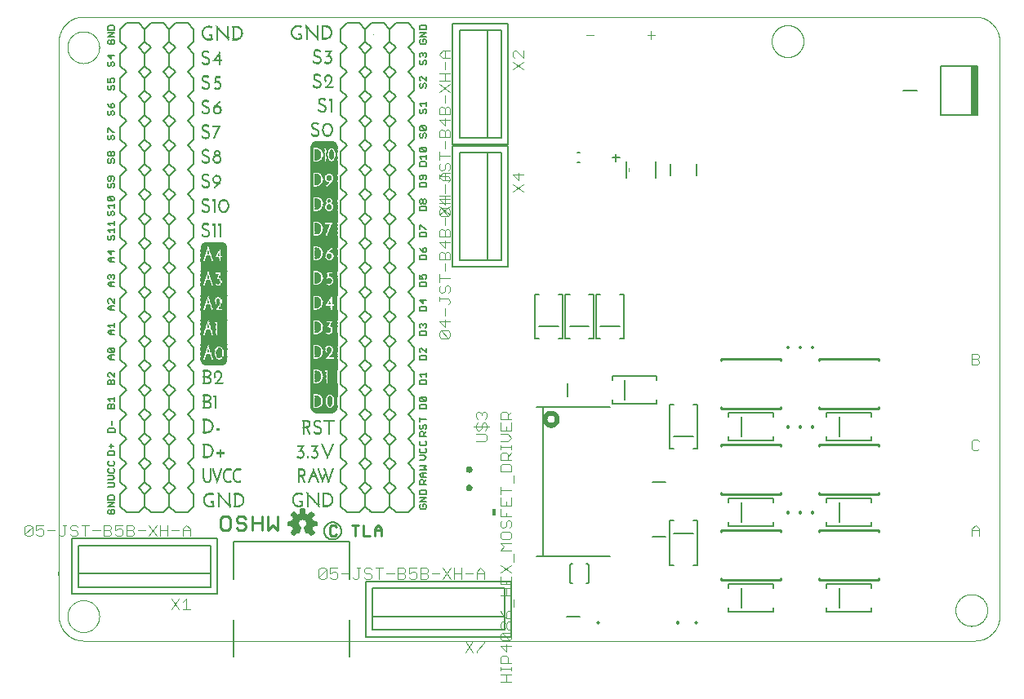
<source format=gto>
G75*
%MOIN*%
%OFA0B0*%
%FSLAX25Y25*%
%IPPOS*%
%LPD*%
%AMOC8*
5,1,8,0,0,1.08239X$1,22.5*
%
%ADD10C,0.00000*%
%ADD11R,0.00100X0.00100*%
%ADD12C,0.01000*%
%ADD13C,0.00500*%
%ADD14C,0.01100*%
%ADD15R,0.00070X0.00070*%
%ADD16R,0.00070X0.00070*%
%ADD17R,0.00140X0.00070*%
%ADD18R,0.01050X0.00070*%
%ADD19R,0.00140X0.00070*%
%ADD20R,0.01680X0.00070*%
%ADD21R,0.00210X0.00070*%
%ADD22R,0.00630X0.00070*%
%ADD23R,0.01600X0.00070*%
%ADD24R,0.01040X0.00070*%
%ADD25R,0.01190X0.00070*%
%ADD26R,0.02030X0.00070*%
%ADD27R,0.00280X0.00070*%
%ADD28R,0.02020X0.00070*%
%ADD29R,0.01880X0.00069*%
%ADD30R,0.00280X0.00069*%
%ADD31R,0.00630X0.00069*%
%ADD32R,0.01750X0.00069*%
%ADD33R,0.02310X0.00069*%
%ADD34R,0.00350X0.00069*%
%ADD35R,0.02300X0.00069*%
%ADD36R,0.02160X0.00070*%
%ADD37R,0.00350X0.00070*%
%ADD38R,0.02100X0.00070*%
%ADD39R,0.02450X0.00070*%
%ADD40R,0.00420X0.00070*%
%ADD41R,0.02650X0.00070*%
%ADD42R,0.02370X0.00070*%
%ADD43R,0.00420X0.00070*%
%ADD44R,0.00630X0.00070*%
%ADD45R,0.02450X0.00070*%
%ADD46R,0.02590X0.00070*%
%ADD47R,0.00490X0.00070*%
%ADD48R,0.02930X0.00070*%
%ADD49R,0.02580X0.00070*%
%ADD50R,0.00420X0.00070*%
%ADD51R,0.02730X0.00070*%
%ADD52R,0.02720X0.00070*%
%ADD53R,0.00560X0.00070*%
%ADD54R,0.03070X0.00070*%
%ADD55R,0.02720X0.00070*%
%ADD56R,0.03010X0.00070*%
%ADD57R,0.02860X0.00070*%
%ADD58R,0.03210X0.00070*%
%ADD59R,0.02860X0.00070*%
%ADD60R,0.03150X0.00070*%
%ADD61R,0.03000X0.00070*%
%ADD62R,0.00700X0.00070*%
%ADD63R,0.01180X0.00070*%
%ADD64R,0.01540X0.00070*%
%ADD65R,0.02930X0.00070*%
%ADD66R,0.03220X0.00070*%
%ADD67R,0.00770X0.00070*%
%ADD68R,0.00840X0.00070*%
%ADD69R,0.01190X0.00070*%
%ADD70R,0.03070X0.00070*%
%ADD71R,0.00700X0.00070*%
%ADD72R,0.01120X0.00070*%
%ADD73R,0.01400X0.00070*%
%ADD74R,0.01320X0.00070*%
%ADD75R,0.00840X0.00070*%
%ADD76R,0.01470X0.00069*%
%ADD77R,0.00620X0.00069*%
%ADD78R,0.00770X0.00069*%
%ADD79R,0.01190X0.00069*%
%ADD80R,0.01110X0.00069*%
%ADD81R,0.00910X0.00069*%
%ADD82R,0.00980X0.00069*%
%ADD83R,0.01260X0.00070*%
%ADD84R,0.00620X0.00070*%
%ADD85R,0.01110X0.00070*%
%ADD86R,0.01040X0.00070*%
%ADD87R,0.00980X0.00070*%
%ADD88R,0.01120X0.00070*%
%ADD89R,0.00620X0.00070*%
%ADD90R,0.00910X0.00070*%
%ADD91R,0.00970X0.00070*%
%ADD92R,0.01050X0.00070*%
%ADD93R,0.00970X0.00070*%
%ADD94R,0.00900X0.00070*%
%ADD95R,0.00980X0.00070*%
%ADD96R,0.00900X0.00070*%
%ADD97R,0.01120X0.00070*%
%ADD98R,0.00840X0.00070*%
%ADD99R,0.01190X0.00070*%
%ADD100R,0.00830X0.00070*%
%ADD101R,0.00770X0.00070*%
%ADD102R,0.01260X0.00070*%
%ADD103R,0.00760X0.00070*%
%ADD104R,0.00770X0.00070*%
%ADD105R,0.01330X0.00070*%
%ADD106R,0.00760X0.00070*%
%ADD107R,0.00770X0.00069*%
%ADD108R,0.00700X0.00069*%
%ADD109R,0.00760X0.00069*%
%ADD110R,0.00690X0.00070*%
%ADD111R,0.00690X0.00070*%
%ADD112R,0.00690X0.00070*%
%ADD113R,0.01460X0.00070*%
%ADD114R,0.00690X0.00069*%
%ADD115R,0.01460X0.00069*%
%ADD116R,0.01540X0.00070*%
%ADD117R,0.01460X0.00070*%
%ADD118R,0.01390X0.00070*%
%ADD119R,0.01390X0.00070*%
%ADD120R,0.01470X0.00070*%
%ADD121R,0.01320X0.00070*%
%ADD122R,0.01470X0.00070*%
%ADD123R,0.01180X0.00070*%
%ADD124R,0.01400X0.00070*%
%ADD125R,0.01120X0.00069*%
%ADD126R,0.00560X0.00070*%
%ADD127R,0.00770X0.00070*%
%ADD128R,0.00840X0.00070*%
%ADD129R,0.01250X0.00070*%
%ADD130R,0.00840X0.00069*%
%ADD131R,0.00970X0.00069*%
%ADD132R,0.01050X0.00069*%
%ADD133R,0.00910X0.00070*%
%ADD134R,0.00970X0.00070*%
%ADD135R,0.00970X0.00070*%
%ADD136R,0.01040X0.00070*%
%ADD137R,0.01390X0.00070*%
%ADD138R,0.01110X0.00070*%
%ADD139R,0.00830X0.00070*%
%ADD140R,0.03070X0.00070*%
%ADD141R,0.03140X0.00070*%
%ADD142R,0.03080X0.00070*%
%ADD143R,0.00490X0.00070*%
%ADD144R,0.02930X0.00069*%
%ADD145R,0.00560X0.00069*%
%ADD146R,0.03010X0.00069*%
%ADD147R,0.02590X0.00069*%
%ADD148R,0.00420X0.00069*%
%ADD149R,0.02790X0.00069*%
%ADD150R,0.02790X0.00070*%
%ADD151R,0.02940X0.00070*%
%ADD152R,0.02510X0.00070*%
%ADD153R,0.02650X0.00070*%
%ADD154R,0.02730X0.00070*%
%ADD155R,0.02240X0.00070*%
%ADD156R,0.00350X0.00070*%
%ADD157R,0.02230X0.00070*%
%ADD158R,0.02440X0.00070*%
%ADD159R,0.01810X0.00070*%
%ADD160R,0.00280X0.00070*%
%ADD161R,0.02170X0.00070*%
%ADD162R,0.01610X0.00070*%
%ADD163R,0.00210X0.00070*%
%ADD164R,0.01320X0.00070*%
%ADD165R,0.01750X0.00070*%
%ADD166R,0.00070X0.00070*%
%ADD167R,0.00140X0.00070*%
%ADD168R,0.00070X0.00070*%
%ADD169R,0.00550X0.00070*%
%ADD170R,0.00140X0.00070*%
%ADD171R,0.00480X0.00070*%
%ADD172R,0.01610X0.00070*%
%ADD173R,0.00140X0.00069*%
%ADD174R,0.00140X0.00069*%
%ADD175R,0.00550X0.00069*%
%ADD176R,0.01960X0.00069*%
%ADD177R,0.01820X0.00069*%
%ADD178R,0.00550X0.00070*%
%ADD179R,0.02090X0.00070*%
%ADD180R,0.02300X0.00070*%
%ADD181R,0.02300X0.00070*%
%ADD182R,0.02370X0.00070*%
%ADD183R,0.02310X0.00070*%
%ADD184R,0.00480X0.00070*%
%ADD185R,0.02370X0.00070*%
%ADD186R,0.00420X0.00070*%
%ADD187R,0.00410X0.00070*%
%ADD188R,0.00200X0.00070*%
%ADD189R,0.00060X0.00069*%
%ADD190R,0.00070X0.00069*%
%ADD191R,0.00490X0.00070*%
%ADD192R,0.00420X0.00069*%
%ADD193R,0.00490X0.00069*%
%ADD194R,0.00480X0.00069*%
%ADD195R,0.00490X0.00069*%
%ADD196R,0.00490X0.00070*%
%ADD197R,0.02800X0.00070*%
%ADD198R,0.02800X0.00070*%
%ADD199R,0.02660X0.00070*%
%ADD200R,0.02660X0.00069*%
%ADD201R,0.02590X0.00070*%
%ADD202R,0.01890X0.00070*%
%ADD203R,0.02520X0.00070*%
%ADD204R,0.01960X0.00070*%
%ADD205R,0.02520X0.00070*%
%ADD206R,0.02170X0.00070*%
%ADD207R,0.02380X0.00070*%
%ADD208R,0.02380X0.00070*%
%ADD209R,0.02520X0.00070*%
%ADD210R,0.02660X0.00070*%
%ADD211R,0.00840X0.00069*%
%ADD212R,0.00690X0.00069*%
%ADD213R,0.00130X0.00070*%
%ADD214R,0.00200X0.00070*%
%ADD215R,0.00410X0.00070*%
%ADD216R,0.02370X0.00070*%
%ADD217R,0.02230X0.00070*%
%ADD218R,0.02240X0.00069*%
%ADD219R,0.02090X0.00069*%
%ADD220R,0.01880X0.00070*%
%ADD221R,0.01960X0.00070*%
%ADD222R,0.01680X0.00070*%
%ADD223R,0.01330X0.00070*%
%ADD224R,0.01820X0.00070*%
%ADD225R,0.01820X0.00070*%
%ADD226R,0.02030X0.00069*%
%ADD227R,0.01610X0.00069*%
%ADD228R,0.02240X0.00070*%
%ADD229R,0.02170X0.00070*%
%ADD230R,0.02870X0.00070*%
%ADD231R,0.00070X0.00069*%
%ADD232R,0.01330X0.00069*%
%ADD233R,0.03010X0.00070*%
%ADD234R,0.00620X0.00070*%
%ADD235R,0.00620X0.00070*%
%ADD236R,0.01470X0.00070*%
%ADD237R,0.01120X0.00069*%
%ADD238R,0.01190X0.00069*%
%ADD239R,0.02310X0.00070*%
%ADD240R,0.00620X0.00069*%
%ADD241R,0.02450X0.00069*%
%ADD242R,0.00830X0.00069*%
%ADD243R,0.01120X0.00070*%
%ADD244R,0.02590X0.00070*%
%ADD245R,0.01820X0.00070*%
%ADD246R,0.02940X0.00069*%
%ADD247R,0.02100X0.00070*%
%ADD248R,0.02520X0.00069*%
%ADD249R,0.02870X0.00070*%
%ADD250R,0.02030X0.00070*%
%ADD251R,0.00690X0.00070*%
%ADD252R,0.02870X0.00070*%
%ADD253R,0.03080X0.00069*%
%ADD254R,0.01540X0.00069*%
%ADD255R,0.01260X0.00069*%
%ADD256R,0.02380X0.00069*%
%ADD257R,0.01470X0.00070*%
%ADD258R,0.01390X0.00070*%
%ADD259R,0.01040X0.00069*%
%ADD260R,0.04620X0.00070*%
%ADD261R,0.04620X0.00070*%
%ADD262R,0.02590X0.00070*%
%ADD263R,0.02790X0.00070*%
%ADD264R,0.04620X0.00069*%
%ADD265R,0.02100X0.00069*%
%ADD266R,0.01750X0.00070*%
%ADD267R,0.06710X0.00070*%
%ADD268R,0.07130X0.00070*%
%ADD269R,0.07550X0.00070*%
%ADD270R,0.07900X0.00070*%
%ADD271R,0.08110X0.00070*%
%ADD272R,0.08390X0.00070*%
%ADD273R,0.08670X0.00070*%
%ADD274R,0.08810X0.00069*%
%ADD275R,0.09020X0.00070*%
%ADD276R,0.09230X0.00070*%
%ADD277R,0.09370X0.00070*%
%ADD278R,0.09510X0.00070*%
%ADD279R,0.09650X0.00070*%
%ADD280R,0.09790X0.00070*%
%ADD281R,0.09930X0.00070*%
%ADD282R,0.10000X0.00069*%
%ADD283R,0.10070X0.00070*%
%ADD284R,0.10210X0.00070*%
%ADD285R,0.10350X0.00070*%
%ADD286R,0.10350X0.00070*%
%ADD287R,0.10490X0.00070*%
%ADD288R,0.10490X0.00070*%
%ADD289R,0.10630X0.00070*%
%ADD290R,0.10630X0.00069*%
%ADD291R,0.10770X0.00070*%
%ADD292R,0.10770X0.00070*%
%ADD293R,0.10840X0.00070*%
%ADD294R,0.08460X0.00070*%
%ADD295R,0.04750X0.00070*%
%ADD296R,0.04330X0.00070*%
%ADD297R,0.04050X0.00070*%
%ADD298R,0.02940X0.00070*%
%ADD299R,0.03700X0.00070*%
%ADD300R,0.02170X0.00069*%
%ADD301R,0.03560X0.00069*%
%ADD302R,0.03350X0.00070*%
%ADD303R,0.01540X0.00070*%
%ADD304R,0.02440X0.00070*%
%ADD305R,0.01400X0.00069*%
%ADD306R,0.01950X0.00070*%
%ADD307R,0.01950X0.00070*%
%ADD308R,0.01880X0.00070*%
%ADD309R,0.01740X0.00070*%
%ADD310R,0.01680X0.00069*%
%ADD311R,0.01600X0.00069*%
%ADD312R,0.02170X0.00069*%
%ADD313R,0.01820X0.00070*%
%ADD314R,0.01600X0.00070*%
%ADD315R,0.01530X0.00070*%
%ADD316R,0.01890X0.00070*%
%ADD317R,0.01390X0.00069*%
%ADD318R,0.02520X0.00069*%
%ADD319R,0.02170X0.00070*%
%ADD320R,0.01250X0.00070*%
%ADD321R,0.01180X0.00069*%
%ADD322R,0.01530X0.00070*%
%ADD323R,0.01670X0.00070*%
%ADD324R,0.01670X0.00070*%
%ADD325R,0.01740X0.00070*%
%ADD326R,0.01810X0.00069*%
%ADD327R,0.02020X0.00070*%
%ADD328R,0.02020X0.00070*%
%ADD329R,0.01190X0.00070*%
%ADD330R,0.01890X0.00069*%
%ADD331R,0.02510X0.00069*%
%ADD332R,0.03560X0.00070*%
%ADD333R,0.03770X0.00070*%
%ADD334R,0.02730X0.00069*%
%ADD335R,0.04190X0.00069*%
%ADD336R,0.07690X0.00070*%
%ADD337R,0.08180X0.00070*%
%ADD338R,0.11190X0.00070*%
%ADD339R,0.11190X0.00070*%
%ADD340R,0.11190X0.00069*%
%ADD341R,0.03570X0.00070*%
%ADD342R,0.03500X0.00070*%
%ADD343R,0.03920X0.00070*%
%ADD344R,0.03980X0.00070*%
%ADD345R,0.03430X0.00070*%
%ADD346R,0.02520X0.00070*%
%ADD347R,0.03920X0.00070*%
%ADD348R,0.03490X0.00070*%
%ADD349R,0.03360X0.00070*%
%ADD350R,0.03290X0.00070*%
%ADD351R,0.03920X0.00069*%
%ADD352R,0.02860X0.00069*%
%ADD353R,0.03150X0.00069*%
%ADD354R,0.02510X0.00070*%
%ADD355R,0.01810X0.00070*%
%ADD356R,0.01670X0.00070*%
%ADD357R,0.01670X0.00069*%
%ADD358R,0.01320X0.00069*%
%ADD359R,0.01320X0.00070*%
%ADD360R,0.01670X0.00070*%
%ADD361R,0.01470X0.00069*%
%ADD362R,0.07270X0.00070*%
%ADD363R,0.07340X0.00069*%
%ADD364R,0.07550X0.00070*%
%ADD365R,0.07900X0.00070*%
%ADD366R,0.08180X0.00070*%
%ADD367R,0.06640X0.00070*%
%ADD368R,0.07200X0.00070*%
%ADD369R,0.07690X0.00070*%
%ADD370R,0.07970X0.00070*%
%ADD371R,0.08250X0.00070*%
%ADD372R,0.08530X0.00070*%
%ADD373R,0.08740X0.00069*%
%ADD374R,0.08880X0.00070*%
%ADD375R,0.09090X0.00070*%
%ADD376R,0.09230X0.00070*%
%ADD377R,0.09370X0.00070*%
%ADD378R,0.09650X0.00070*%
%ADD379R,0.09720X0.00070*%
%ADD380R,0.09860X0.00070*%
%ADD381R,0.10060X0.00070*%
%ADD382R,0.10130X0.00070*%
%ADD383R,0.10200X0.00070*%
%ADD384R,0.10270X0.00070*%
%ADD385R,0.10340X0.00070*%
%ADD386R,0.10410X0.00070*%
%ADD387R,0.10480X0.00070*%
%ADD388R,0.10480X0.00069*%
%ADD389R,0.10550X0.00070*%
%ADD390R,0.10620X0.00070*%
%ADD391R,0.10690X0.00070*%
%ADD392R,0.10690X0.00070*%
%ADD393R,0.10760X0.00070*%
%ADD394R,0.10760X0.00070*%
%ADD395R,0.07270X0.00069*%
%ADD396R,0.02870X0.00070*%
%ADD397R,0.03630X0.00070*%
%ADD398R,0.02160X0.00070*%
%ADD399R,0.02580X0.00070*%
%ADD400R,0.03290X0.00069*%
%ADD401R,0.02440X0.00069*%
%ADD402R,0.01740X0.00069*%
%ADD403R,0.03220X0.00070*%
%ADD404R,0.03220X0.00070*%
%ADD405R,0.02440X0.00070*%
%ADD406R,0.03080X0.00070*%
%ADD407R,0.01890X0.00070*%
%ADD408R,0.02800X0.00069*%
%ADD409R,0.01820X0.00069*%
%ADD410R,0.02720X0.00070*%
%ADD411R,0.02790X0.00069*%
%ADD412R,0.01320X0.00069*%
%ADD413R,0.03000X0.00070*%
%ADD414R,0.01530X0.00069*%
%ADD415R,0.00970X0.00069*%
%ADD416R,0.02020X0.00070*%
%ADD417R,0.01890X0.00069*%
%ADD418R,0.02020X0.00069*%
%ADD419R,0.02090X0.00070*%
%ADD420R,0.02230X0.00069*%
%ADD421R,0.03140X0.00069*%
%ADD422R,0.03210X0.00070*%
%ADD423R,0.03420X0.00070*%
%ADD424R,0.07470X0.00070*%
%ADD425R,0.03070X0.00070*%
%ADD426R,0.07540X0.00070*%
%ADD427R,0.03420X0.00069*%
%ADD428R,0.07540X0.00069*%
%ADD429R,0.07340X0.00070*%
%ADD430R,0.07540X0.00070*%
%ADD431R,0.07610X0.00070*%
%ADD432R,0.07690X0.00070*%
%ADD433R,0.07610X0.00070*%
%ADD434R,0.07680X0.00070*%
%ADD435R,0.10830X0.00070*%
%ADD436R,0.10830X0.00069*%
%ADD437R,0.10830X0.00070*%
%ADD438R,0.03980X0.00070*%
%ADD439R,0.03430X0.00070*%
%ADD440R,0.07270X0.00070*%
%ADD441R,0.03150X0.00070*%
%ADD442R,0.04400X0.00070*%
%ADD443R,0.02870X0.00069*%
%ADD444R,0.03350X0.00069*%
%ADD445R,0.03980X0.00069*%
%ADD446R,0.02020X0.00069*%
%ADD447R,0.02090X0.00070*%
%ADD448R,0.03630X0.00070*%
%ADD449R,0.03630X0.00069*%
%ADD450R,0.03560X0.00070*%
%ADD451R,0.03490X0.00070*%
%ADD452R,0.03490X0.00069*%
%ADD453R,0.03420X0.00070*%
%ADD454R,0.03350X0.00070*%
%ADD455R,0.03280X0.00070*%
%ADD456R,0.03140X0.00070*%
%ADD457R,0.03070X0.00069*%
%ADD458R,0.01950X0.00069*%
%ADD459R,0.02790X0.00070*%
%ADD460R,0.07470X0.00070*%
%ADD461R,0.07680X0.00070*%
%ADD462R,0.05660X0.00070*%
%ADD463R,0.05170X0.00069*%
%ADD464R,0.04890X0.00070*%
%ADD465R,0.04750X0.00070*%
%ADD466R,0.04540X0.00070*%
%ADD467R,0.04470X0.00070*%
%ADD468R,0.04330X0.00070*%
%ADD469R,0.04190X0.00070*%
%ADD470R,0.04120X0.00070*%
%ADD471R,0.03910X0.00069*%
%ADD472R,0.03280X0.00069*%
%ADD473R,0.03840X0.00070*%
%ADD474R,0.03770X0.00070*%
%ADD475R,0.03700X0.00070*%
%ADD476R,0.02580X0.00069*%
%ADD477R,0.02160X0.00069*%
%ADD478R,0.02370X0.00069*%
%ADD479R,0.03420X0.00070*%
%ADD480R,0.03700X0.00069*%
%ADD481R,0.03910X0.00070*%
%ADD482R,0.04050X0.00070*%
%ADD483R,0.04120X0.00070*%
%ADD484R,0.04610X0.00069*%
%ADD485R,0.07470X0.00069*%
%ADD486R,0.04960X0.00070*%
%ADD487R,0.07340X0.00070*%
%ADD488R,0.06780X0.00070*%
%ADD489R,0.03280X0.00070*%
%ADD490R,0.03840X0.00070*%
%ADD491R,0.03910X0.00070*%
%ADD492R,0.03840X0.00069*%
%ADD493R,0.03840X0.00070*%
%ADD494R,0.03290X0.00070*%
%ADD495R,0.03770X0.00070*%
%ADD496R,0.03290X0.00070*%
%ADD497R,0.03290X0.00070*%
%ADD498R,0.03840X0.00070*%
%ADD499R,0.03770X0.00069*%
%ADD500R,0.03210X0.00069*%
%ADD501R,0.02650X0.00069*%
%ADD502R,0.01670X0.00069*%
%ADD503R,0.03570X0.00070*%
%ADD504R,0.03570X0.00070*%
%ADD505R,0.03570X0.00069*%
%ADD506R,0.02720X0.00070*%
%ADD507R,0.02870X0.00069*%
%ADD508R,0.07270X0.00070*%
%ADD509R,0.08180X0.00069*%
%ADD510R,0.07680X0.00069*%
%ADD511R,0.07620X0.00069*%
%ADD512R,0.03420X0.00070*%
%ADD513R,0.01890X0.00070*%
%ADD514R,0.04120X0.00070*%
%ADD515R,0.04190X0.00070*%
%ADD516R,0.04260X0.00070*%
%ADD517R,0.03070X0.00069*%
%ADD518R,0.04330X0.00069*%
%ADD519R,0.04400X0.00070*%
%ADD520R,0.04470X0.00070*%
%ADD521R,0.03490X0.00070*%
%ADD522R,0.04540X0.00070*%
%ADD523R,0.04680X0.00070*%
%ADD524R,0.04890X0.00069*%
%ADD525R,0.04610X0.00070*%
%ADD526R,0.07130X0.00070*%
%ADD527R,0.07470X0.00070*%
%ADD528R,0.07470X0.00070*%
%ADD529R,0.10410X0.00070*%
%ADD530R,0.10340X0.00070*%
%ADD531R,0.10000X0.00070*%
%ADD532R,0.09930X0.00070*%
%ADD533R,0.09790X0.00069*%
%ADD534R,0.09720X0.00070*%
%ADD535R,0.09580X0.00070*%
%ADD536R,0.09440X0.00070*%
%ADD537R,0.09300X0.00070*%
%ADD538R,0.09160X0.00070*%
%ADD539R,0.08810X0.00070*%
%ADD540R,0.08670X0.00069*%
%ADD541R,0.08390X0.00070*%
%ADD542R,0.07480X0.00070*%
%ADD543R,0.07060X0.00070*%
%ADD544R,0.06080X0.00070*%
%ADD545R,0.04270X0.00070*%
%ADD546R,0.04270X0.00070*%
%ADD547R,0.04200X0.00070*%
%ADD548R,0.04200X0.00070*%
%ADD549R,0.04130X0.00070*%
%ADD550R,0.04130X0.00070*%
%ADD551R,0.04130X0.00069*%
%ADD552R,0.04060X0.00070*%
%ADD553R,0.04060X0.00070*%
%ADD554R,0.03990X0.00070*%
%ADD555R,0.03990X0.00070*%
%ADD556R,0.03850X0.00069*%
%ADD557R,0.03850X0.00070*%
%ADD558R,0.03780X0.00070*%
%ADD559R,0.03780X0.00070*%
%ADD560R,0.03710X0.00070*%
%ADD561R,0.03710X0.00070*%
%ADD562R,0.03640X0.00070*%
%ADD563R,0.01740X0.00070*%
%ADD564R,0.03640X0.00070*%
%ADD565R,0.01740X0.00070*%
%ADD566R,0.03500X0.00070*%
%ADD567R,0.03360X0.00069*%
%ADD568R,0.03360X0.00070*%
%ADD569R,0.07900X0.00069*%
%ADD570R,0.04610X0.00070*%
%ADD571R,0.01040X0.00070*%
%ADD572R,0.00900X0.00069*%
%ADD573R,0.02090X0.00070*%
%ADD574R,0.03490X0.00070*%
%ADD575R,0.07690X0.00069*%
%ADD576R,0.04340X0.00070*%
%ADD577R,0.06780X0.00070*%
%ADD578R,0.03850X0.00070*%
%ADD579R,0.03780X0.00069*%
%ADD580R,0.02440X0.00070*%
%ADD581R,0.02790X0.00070*%
%ADD582R,0.01540X0.00070*%
%ADD583R,0.07550X0.00069*%
%ADD584R,0.04960X0.00070*%
%ADD585R,0.01040X0.00069*%
%ADD586R,0.05100X0.00070*%
%ADD587R,0.08110X0.00070*%
%ADD588R,0.11120X0.00069*%
%ADD589R,0.11120X0.00070*%
%ADD590R,0.11050X0.00070*%
%ADD591R,0.11050X0.00070*%
%ADD592R,0.10910X0.00070*%
%ADD593R,0.10910X0.00070*%
%ADD594R,0.10840X0.00070*%
%ADD595R,0.10770X0.00069*%
%ADD596R,0.10630X0.00070*%
%ADD597R,0.10420X0.00070*%
%ADD598R,0.10280X0.00070*%
%ADD599R,0.10210X0.00069*%
%ADD600R,0.10070X0.00070*%
%ADD601R,0.09300X0.00070*%
%ADD602R,0.09090X0.00070*%
%ADD603R,0.08950X0.00069*%
%ADD604R,0.08810X0.00070*%
%ADD605R,0.08530X0.00070*%
%ADD606R,0.08320X0.00070*%
%ADD607R,0.07830X0.00070*%
%ADD608R,0.07410X0.00070*%
%ADD609R,0.06990X0.00070*%
%ADD610R,0.06290X0.00069*%
%ADD611R,0.03220X0.00070*%
%ADD612R,0.03500X0.00069*%
%ADD613R,0.01540X0.00069*%
%ADD614R,0.03640X0.00069*%
%ADD615R,0.03570X0.00070*%
%ADD616R,0.02240X0.00070*%
%ADD617R,0.00270X0.00070*%
%ADD618R,0.02240X0.00070*%
%ADD619R,0.00210X0.00069*%
%ADD620C,0.00400*%
%ADD621C,0.02000*%
%ADD622C,0.00800*%
%ADD623C,0.00591*%
%ADD624C,0.00600*%
%ADD625R,0.01800X0.03000*%
D10*
X0031333Y0040150D02*
X0031333Y0275150D01*
X0031336Y0275392D01*
X0031345Y0275633D01*
X0031359Y0275874D01*
X0031380Y0276115D01*
X0031406Y0276355D01*
X0031438Y0276595D01*
X0031476Y0276834D01*
X0031519Y0277071D01*
X0031569Y0277308D01*
X0031624Y0277543D01*
X0031684Y0277777D01*
X0031751Y0278009D01*
X0031822Y0278240D01*
X0031900Y0278469D01*
X0031983Y0278696D01*
X0032071Y0278921D01*
X0032165Y0279144D01*
X0032264Y0279364D01*
X0032369Y0279582D01*
X0032478Y0279797D01*
X0032593Y0280010D01*
X0032713Y0280220D01*
X0032838Y0280426D01*
X0032968Y0280630D01*
X0033103Y0280831D01*
X0033243Y0281028D01*
X0033387Y0281222D01*
X0033536Y0281412D01*
X0033690Y0281598D01*
X0033848Y0281781D01*
X0034010Y0281960D01*
X0034177Y0282135D01*
X0034348Y0282306D01*
X0034523Y0282473D01*
X0034702Y0282635D01*
X0034885Y0282793D01*
X0035071Y0282947D01*
X0035261Y0283096D01*
X0035455Y0283240D01*
X0035652Y0283380D01*
X0035853Y0283515D01*
X0036057Y0283645D01*
X0036263Y0283770D01*
X0036473Y0283890D01*
X0036686Y0284005D01*
X0036901Y0284114D01*
X0037119Y0284219D01*
X0037339Y0284318D01*
X0037562Y0284412D01*
X0037787Y0284500D01*
X0038014Y0284583D01*
X0038243Y0284661D01*
X0038474Y0284732D01*
X0038706Y0284799D01*
X0038940Y0284859D01*
X0039175Y0284914D01*
X0039412Y0284964D01*
X0039649Y0285007D01*
X0039888Y0285045D01*
X0040128Y0285077D01*
X0040368Y0285103D01*
X0040609Y0285124D01*
X0040850Y0285138D01*
X0041091Y0285147D01*
X0041333Y0285150D01*
X0405333Y0285150D01*
X0405575Y0285147D01*
X0405816Y0285138D01*
X0406057Y0285124D01*
X0406298Y0285103D01*
X0406538Y0285077D01*
X0406778Y0285045D01*
X0407017Y0285007D01*
X0407254Y0284964D01*
X0407491Y0284914D01*
X0407726Y0284859D01*
X0407960Y0284799D01*
X0408192Y0284732D01*
X0408423Y0284661D01*
X0408652Y0284583D01*
X0408879Y0284500D01*
X0409104Y0284412D01*
X0409327Y0284318D01*
X0409547Y0284219D01*
X0409765Y0284114D01*
X0409980Y0284005D01*
X0410193Y0283890D01*
X0410403Y0283770D01*
X0410609Y0283645D01*
X0410813Y0283515D01*
X0411014Y0283380D01*
X0411211Y0283240D01*
X0411405Y0283096D01*
X0411595Y0282947D01*
X0411781Y0282793D01*
X0411964Y0282635D01*
X0412143Y0282473D01*
X0412318Y0282306D01*
X0412489Y0282135D01*
X0412656Y0281960D01*
X0412818Y0281781D01*
X0412976Y0281598D01*
X0413130Y0281412D01*
X0413279Y0281222D01*
X0413423Y0281028D01*
X0413563Y0280831D01*
X0413698Y0280630D01*
X0413828Y0280426D01*
X0413953Y0280220D01*
X0414073Y0280010D01*
X0414188Y0279797D01*
X0414297Y0279582D01*
X0414402Y0279364D01*
X0414501Y0279144D01*
X0414595Y0278921D01*
X0414683Y0278696D01*
X0414766Y0278469D01*
X0414844Y0278240D01*
X0414915Y0278009D01*
X0414982Y0277777D01*
X0415042Y0277543D01*
X0415097Y0277308D01*
X0415147Y0277071D01*
X0415190Y0276834D01*
X0415228Y0276595D01*
X0415260Y0276355D01*
X0415286Y0276115D01*
X0415307Y0275874D01*
X0415321Y0275633D01*
X0415330Y0275392D01*
X0415333Y0275150D01*
X0415333Y0040150D01*
X0415330Y0039908D01*
X0415321Y0039667D01*
X0415307Y0039426D01*
X0415286Y0039185D01*
X0415260Y0038945D01*
X0415228Y0038705D01*
X0415190Y0038466D01*
X0415147Y0038229D01*
X0415097Y0037992D01*
X0415042Y0037757D01*
X0414982Y0037523D01*
X0414915Y0037291D01*
X0414844Y0037060D01*
X0414766Y0036831D01*
X0414683Y0036604D01*
X0414595Y0036379D01*
X0414501Y0036156D01*
X0414402Y0035936D01*
X0414297Y0035718D01*
X0414188Y0035503D01*
X0414073Y0035290D01*
X0413953Y0035080D01*
X0413828Y0034874D01*
X0413698Y0034670D01*
X0413563Y0034469D01*
X0413423Y0034272D01*
X0413279Y0034078D01*
X0413130Y0033888D01*
X0412976Y0033702D01*
X0412818Y0033519D01*
X0412656Y0033340D01*
X0412489Y0033165D01*
X0412318Y0032994D01*
X0412143Y0032827D01*
X0411964Y0032665D01*
X0411781Y0032507D01*
X0411595Y0032353D01*
X0411405Y0032204D01*
X0411211Y0032060D01*
X0411014Y0031920D01*
X0410813Y0031785D01*
X0410609Y0031655D01*
X0410403Y0031530D01*
X0410193Y0031410D01*
X0409980Y0031295D01*
X0409765Y0031186D01*
X0409547Y0031081D01*
X0409327Y0030982D01*
X0409104Y0030888D01*
X0408879Y0030800D01*
X0408652Y0030717D01*
X0408423Y0030639D01*
X0408192Y0030568D01*
X0407960Y0030501D01*
X0407726Y0030441D01*
X0407491Y0030386D01*
X0407254Y0030336D01*
X0407017Y0030293D01*
X0406778Y0030255D01*
X0406538Y0030223D01*
X0406298Y0030197D01*
X0406057Y0030176D01*
X0405816Y0030162D01*
X0405575Y0030153D01*
X0405333Y0030150D01*
X0041333Y0030150D01*
X0034833Y0040150D02*
X0034835Y0040311D01*
X0034841Y0040471D01*
X0034851Y0040632D01*
X0034865Y0040792D01*
X0034883Y0040952D01*
X0034904Y0041111D01*
X0034930Y0041270D01*
X0034960Y0041428D01*
X0034993Y0041585D01*
X0035031Y0041742D01*
X0035072Y0041897D01*
X0035117Y0042051D01*
X0035166Y0042204D01*
X0035219Y0042356D01*
X0035275Y0042507D01*
X0035336Y0042656D01*
X0035399Y0042804D01*
X0035467Y0042950D01*
X0035538Y0043094D01*
X0035612Y0043236D01*
X0035690Y0043377D01*
X0035772Y0043515D01*
X0035857Y0043652D01*
X0035945Y0043786D01*
X0036037Y0043918D01*
X0036132Y0044048D01*
X0036230Y0044176D01*
X0036331Y0044301D01*
X0036435Y0044423D01*
X0036542Y0044543D01*
X0036652Y0044660D01*
X0036765Y0044775D01*
X0036881Y0044886D01*
X0037000Y0044995D01*
X0037121Y0045100D01*
X0037245Y0045203D01*
X0037371Y0045303D01*
X0037499Y0045399D01*
X0037630Y0045492D01*
X0037764Y0045582D01*
X0037899Y0045669D01*
X0038037Y0045752D01*
X0038176Y0045832D01*
X0038318Y0045908D01*
X0038461Y0045981D01*
X0038606Y0046050D01*
X0038753Y0046116D01*
X0038901Y0046178D01*
X0039051Y0046236D01*
X0039202Y0046291D01*
X0039355Y0046342D01*
X0039509Y0046389D01*
X0039664Y0046432D01*
X0039820Y0046471D01*
X0039976Y0046507D01*
X0040134Y0046538D01*
X0040292Y0046566D01*
X0040451Y0046590D01*
X0040611Y0046610D01*
X0040771Y0046626D01*
X0040931Y0046638D01*
X0041092Y0046646D01*
X0041253Y0046650D01*
X0041413Y0046650D01*
X0041574Y0046646D01*
X0041735Y0046638D01*
X0041895Y0046626D01*
X0042055Y0046610D01*
X0042215Y0046590D01*
X0042374Y0046566D01*
X0042532Y0046538D01*
X0042690Y0046507D01*
X0042846Y0046471D01*
X0043002Y0046432D01*
X0043157Y0046389D01*
X0043311Y0046342D01*
X0043464Y0046291D01*
X0043615Y0046236D01*
X0043765Y0046178D01*
X0043913Y0046116D01*
X0044060Y0046050D01*
X0044205Y0045981D01*
X0044348Y0045908D01*
X0044490Y0045832D01*
X0044629Y0045752D01*
X0044767Y0045669D01*
X0044902Y0045582D01*
X0045036Y0045492D01*
X0045167Y0045399D01*
X0045295Y0045303D01*
X0045421Y0045203D01*
X0045545Y0045100D01*
X0045666Y0044995D01*
X0045785Y0044886D01*
X0045901Y0044775D01*
X0046014Y0044660D01*
X0046124Y0044543D01*
X0046231Y0044423D01*
X0046335Y0044301D01*
X0046436Y0044176D01*
X0046534Y0044048D01*
X0046629Y0043918D01*
X0046721Y0043786D01*
X0046809Y0043652D01*
X0046894Y0043515D01*
X0046976Y0043377D01*
X0047054Y0043236D01*
X0047128Y0043094D01*
X0047199Y0042950D01*
X0047267Y0042804D01*
X0047330Y0042656D01*
X0047391Y0042507D01*
X0047447Y0042356D01*
X0047500Y0042204D01*
X0047549Y0042051D01*
X0047594Y0041897D01*
X0047635Y0041742D01*
X0047673Y0041585D01*
X0047706Y0041428D01*
X0047736Y0041270D01*
X0047762Y0041111D01*
X0047783Y0040952D01*
X0047801Y0040792D01*
X0047815Y0040632D01*
X0047825Y0040471D01*
X0047831Y0040311D01*
X0047833Y0040150D01*
X0047831Y0039989D01*
X0047825Y0039829D01*
X0047815Y0039668D01*
X0047801Y0039508D01*
X0047783Y0039348D01*
X0047762Y0039189D01*
X0047736Y0039030D01*
X0047706Y0038872D01*
X0047673Y0038715D01*
X0047635Y0038558D01*
X0047594Y0038403D01*
X0047549Y0038249D01*
X0047500Y0038096D01*
X0047447Y0037944D01*
X0047391Y0037793D01*
X0047330Y0037644D01*
X0047267Y0037496D01*
X0047199Y0037350D01*
X0047128Y0037206D01*
X0047054Y0037064D01*
X0046976Y0036923D01*
X0046894Y0036785D01*
X0046809Y0036648D01*
X0046721Y0036514D01*
X0046629Y0036382D01*
X0046534Y0036252D01*
X0046436Y0036124D01*
X0046335Y0035999D01*
X0046231Y0035877D01*
X0046124Y0035757D01*
X0046014Y0035640D01*
X0045901Y0035525D01*
X0045785Y0035414D01*
X0045666Y0035305D01*
X0045545Y0035200D01*
X0045421Y0035097D01*
X0045295Y0034997D01*
X0045167Y0034901D01*
X0045036Y0034808D01*
X0044902Y0034718D01*
X0044767Y0034631D01*
X0044629Y0034548D01*
X0044490Y0034468D01*
X0044348Y0034392D01*
X0044205Y0034319D01*
X0044060Y0034250D01*
X0043913Y0034184D01*
X0043765Y0034122D01*
X0043615Y0034064D01*
X0043464Y0034009D01*
X0043311Y0033958D01*
X0043157Y0033911D01*
X0043002Y0033868D01*
X0042846Y0033829D01*
X0042690Y0033793D01*
X0042532Y0033762D01*
X0042374Y0033734D01*
X0042215Y0033710D01*
X0042055Y0033690D01*
X0041895Y0033674D01*
X0041735Y0033662D01*
X0041574Y0033654D01*
X0041413Y0033650D01*
X0041253Y0033650D01*
X0041092Y0033654D01*
X0040931Y0033662D01*
X0040771Y0033674D01*
X0040611Y0033690D01*
X0040451Y0033710D01*
X0040292Y0033734D01*
X0040134Y0033762D01*
X0039976Y0033793D01*
X0039820Y0033829D01*
X0039664Y0033868D01*
X0039509Y0033911D01*
X0039355Y0033958D01*
X0039202Y0034009D01*
X0039051Y0034064D01*
X0038901Y0034122D01*
X0038753Y0034184D01*
X0038606Y0034250D01*
X0038461Y0034319D01*
X0038318Y0034392D01*
X0038176Y0034468D01*
X0038037Y0034548D01*
X0037899Y0034631D01*
X0037764Y0034718D01*
X0037630Y0034808D01*
X0037499Y0034901D01*
X0037371Y0034997D01*
X0037245Y0035097D01*
X0037121Y0035200D01*
X0037000Y0035305D01*
X0036881Y0035414D01*
X0036765Y0035525D01*
X0036652Y0035640D01*
X0036542Y0035757D01*
X0036435Y0035877D01*
X0036331Y0035999D01*
X0036230Y0036124D01*
X0036132Y0036252D01*
X0036037Y0036382D01*
X0035945Y0036514D01*
X0035857Y0036648D01*
X0035772Y0036785D01*
X0035690Y0036923D01*
X0035612Y0037064D01*
X0035538Y0037206D01*
X0035467Y0037350D01*
X0035399Y0037496D01*
X0035336Y0037644D01*
X0035275Y0037793D01*
X0035219Y0037944D01*
X0035166Y0038096D01*
X0035117Y0038249D01*
X0035072Y0038403D01*
X0035031Y0038558D01*
X0034993Y0038715D01*
X0034960Y0038872D01*
X0034930Y0039030D01*
X0034904Y0039189D01*
X0034883Y0039348D01*
X0034865Y0039508D01*
X0034851Y0039668D01*
X0034841Y0039829D01*
X0034835Y0039989D01*
X0034833Y0040150D01*
X0031333Y0040150D02*
X0031336Y0039908D01*
X0031345Y0039667D01*
X0031359Y0039426D01*
X0031380Y0039185D01*
X0031406Y0038945D01*
X0031438Y0038705D01*
X0031476Y0038466D01*
X0031519Y0038229D01*
X0031569Y0037992D01*
X0031624Y0037757D01*
X0031684Y0037523D01*
X0031751Y0037291D01*
X0031822Y0037060D01*
X0031900Y0036831D01*
X0031983Y0036604D01*
X0032071Y0036379D01*
X0032165Y0036156D01*
X0032264Y0035936D01*
X0032369Y0035718D01*
X0032478Y0035503D01*
X0032593Y0035290D01*
X0032713Y0035080D01*
X0032838Y0034874D01*
X0032968Y0034670D01*
X0033103Y0034469D01*
X0033243Y0034272D01*
X0033387Y0034078D01*
X0033536Y0033888D01*
X0033690Y0033702D01*
X0033848Y0033519D01*
X0034010Y0033340D01*
X0034177Y0033165D01*
X0034348Y0032994D01*
X0034523Y0032827D01*
X0034702Y0032665D01*
X0034885Y0032507D01*
X0035071Y0032353D01*
X0035261Y0032204D01*
X0035455Y0032060D01*
X0035652Y0031920D01*
X0035853Y0031785D01*
X0036057Y0031655D01*
X0036263Y0031530D01*
X0036473Y0031410D01*
X0036686Y0031295D01*
X0036901Y0031186D01*
X0037119Y0031081D01*
X0037339Y0030982D01*
X0037562Y0030888D01*
X0037787Y0030800D01*
X0038014Y0030717D01*
X0038243Y0030639D01*
X0038474Y0030568D01*
X0038706Y0030501D01*
X0038940Y0030441D01*
X0039175Y0030386D01*
X0039412Y0030336D01*
X0039649Y0030293D01*
X0039888Y0030255D01*
X0040128Y0030223D01*
X0040368Y0030197D01*
X0040609Y0030176D01*
X0040850Y0030162D01*
X0041091Y0030153D01*
X0041333Y0030150D01*
X0263833Y0221950D02*
X0263872Y0222006D01*
X0263908Y0222064D01*
X0263940Y0222124D01*
X0263969Y0222186D01*
X0263994Y0222249D01*
X0264015Y0222314D01*
X0264033Y0222380D01*
X0264046Y0222447D01*
X0264056Y0222514D01*
X0264062Y0222582D01*
X0264064Y0222650D01*
X0264062Y0222718D01*
X0264056Y0222786D01*
X0264046Y0222853D01*
X0264033Y0222920D01*
X0264015Y0222986D01*
X0263994Y0223051D01*
X0263969Y0223114D01*
X0263940Y0223176D01*
X0263908Y0223236D01*
X0263872Y0223294D01*
X0263833Y0223350D01*
X0322333Y0275150D02*
X0322335Y0275311D01*
X0322341Y0275471D01*
X0322351Y0275632D01*
X0322365Y0275792D01*
X0322383Y0275952D01*
X0322404Y0276111D01*
X0322430Y0276270D01*
X0322460Y0276428D01*
X0322493Y0276585D01*
X0322531Y0276742D01*
X0322572Y0276897D01*
X0322617Y0277051D01*
X0322666Y0277204D01*
X0322719Y0277356D01*
X0322775Y0277507D01*
X0322836Y0277656D01*
X0322899Y0277804D01*
X0322967Y0277950D01*
X0323038Y0278094D01*
X0323112Y0278236D01*
X0323190Y0278377D01*
X0323272Y0278515D01*
X0323357Y0278652D01*
X0323445Y0278786D01*
X0323537Y0278918D01*
X0323632Y0279048D01*
X0323730Y0279176D01*
X0323831Y0279301D01*
X0323935Y0279423D01*
X0324042Y0279543D01*
X0324152Y0279660D01*
X0324265Y0279775D01*
X0324381Y0279886D01*
X0324500Y0279995D01*
X0324621Y0280100D01*
X0324745Y0280203D01*
X0324871Y0280303D01*
X0324999Y0280399D01*
X0325130Y0280492D01*
X0325264Y0280582D01*
X0325399Y0280669D01*
X0325537Y0280752D01*
X0325676Y0280832D01*
X0325818Y0280908D01*
X0325961Y0280981D01*
X0326106Y0281050D01*
X0326253Y0281116D01*
X0326401Y0281178D01*
X0326551Y0281236D01*
X0326702Y0281291D01*
X0326855Y0281342D01*
X0327009Y0281389D01*
X0327164Y0281432D01*
X0327320Y0281471D01*
X0327476Y0281507D01*
X0327634Y0281538D01*
X0327792Y0281566D01*
X0327951Y0281590D01*
X0328111Y0281610D01*
X0328271Y0281626D01*
X0328431Y0281638D01*
X0328592Y0281646D01*
X0328753Y0281650D01*
X0328913Y0281650D01*
X0329074Y0281646D01*
X0329235Y0281638D01*
X0329395Y0281626D01*
X0329555Y0281610D01*
X0329715Y0281590D01*
X0329874Y0281566D01*
X0330032Y0281538D01*
X0330190Y0281507D01*
X0330346Y0281471D01*
X0330502Y0281432D01*
X0330657Y0281389D01*
X0330811Y0281342D01*
X0330964Y0281291D01*
X0331115Y0281236D01*
X0331265Y0281178D01*
X0331413Y0281116D01*
X0331560Y0281050D01*
X0331705Y0280981D01*
X0331848Y0280908D01*
X0331990Y0280832D01*
X0332129Y0280752D01*
X0332267Y0280669D01*
X0332402Y0280582D01*
X0332536Y0280492D01*
X0332667Y0280399D01*
X0332795Y0280303D01*
X0332921Y0280203D01*
X0333045Y0280100D01*
X0333166Y0279995D01*
X0333285Y0279886D01*
X0333401Y0279775D01*
X0333514Y0279660D01*
X0333624Y0279543D01*
X0333731Y0279423D01*
X0333835Y0279301D01*
X0333936Y0279176D01*
X0334034Y0279048D01*
X0334129Y0278918D01*
X0334221Y0278786D01*
X0334309Y0278652D01*
X0334394Y0278515D01*
X0334476Y0278377D01*
X0334554Y0278236D01*
X0334628Y0278094D01*
X0334699Y0277950D01*
X0334767Y0277804D01*
X0334830Y0277656D01*
X0334891Y0277507D01*
X0334947Y0277356D01*
X0335000Y0277204D01*
X0335049Y0277051D01*
X0335094Y0276897D01*
X0335135Y0276742D01*
X0335173Y0276585D01*
X0335206Y0276428D01*
X0335236Y0276270D01*
X0335262Y0276111D01*
X0335283Y0275952D01*
X0335301Y0275792D01*
X0335315Y0275632D01*
X0335325Y0275471D01*
X0335331Y0275311D01*
X0335333Y0275150D01*
X0335331Y0274989D01*
X0335325Y0274829D01*
X0335315Y0274668D01*
X0335301Y0274508D01*
X0335283Y0274348D01*
X0335262Y0274189D01*
X0335236Y0274030D01*
X0335206Y0273872D01*
X0335173Y0273715D01*
X0335135Y0273558D01*
X0335094Y0273403D01*
X0335049Y0273249D01*
X0335000Y0273096D01*
X0334947Y0272944D01*
X0334891Y0272793D01*
X0334830Y0272644D01*
X0334767Y0272496D01*
X0334699Y0272350D01*
X0334628Y0272206D01*
X0334554Y0272064D01*
X0334476Y0271923D01*
X0334394Y0271785D01*
X0334309Y0271648D01*
X0334221Y0271514D01*
X0334129Y0271382D01*
X0334034Y0271252D01*
X0333936Y0271124D01*
X0333835Y0270999D01*
X0333731Y0270877D01*
X0333624Y0270757D01*
X0333514Y0270640D01*
X0333401Y0270525D01*
X0333285Y0270414D01*
X0333166Y0270305D01*
X0333045Y0270200D01*
X0332921Y0270097D01*
X0332795Y0269997D01*
X0332667Y0269901D01*
X0332536Y0269808D01*
X0332402Y0269718D01*
X0332267Y0269631D01*
X0332129Y0269548D01*
X0331990Y0269468D01*
X0331848Y0269392D01*
X0331705Y0269319D01*
X0331560Y0269250D01*
X0331413Y0269184D01*
X0331265Y0269122D01*
X0331115Y0269064D01*
X0330964Y0269009D01*
X0330811Y0268958D01*
X0330657Y0268911D01*
X0330502Y0268868D01*
X0330346Y0268829D01*
X0330190Y0268793D01*
X0330032Y0268762D01*
X0329874Y0268734D01*
X0329715Y0268710D01*
X0329555Y0268690D01*
X0329395Y0268674D01*
X0329235Y0268662D01*
X0329074Y0268654D01*
X0328913Y0268650D01*
X0328753Y0268650D01*
X0328592Y0268654D01*
X0328431Y0268662D01*
X0328271Y0268674D01*
X0328111Y0268690D01*
X0327951Y0268710D01*
X0327792Y0268734D01*
X0327634Y0268762D01*
X0327476Y0268793D01*
X0327320Y0268829D01*
X0327164Y0268868D01*
X0327009Y0268911D01*
X0326855Y0268958D01*
X0326702Y0269009D01*
X0326551Y0269064D01*
X0326401Y0269122D01*
X0326253Y0269184D01*
X0326106Y0269250D01*
X0325961Y0269319D01*
X0325818Y0269392D01*
X0325676Y0269468D01*
X0325537Y0269548D01*
X0325399Y0269631D01*
X0325264Y0269718D01*
X0325130Y0269808D01*
X0324999Y0269901D01*
X0324871Y0269997D01*
X0324745Y0270097D01*
X0324621Y0270200D01*
X0324500Y0270305D01*
X0324381Y0270414D01*
X0324265Y0270525D01*
X0324152Y0270640D01*
X0324042Y0270757D01*
X0323935Y0270877D01*
X0323831Y0270999D01*
X0323730Y0271124D01*
X0323632Y0271252D01*
X0323537Y0271382D01*
X0323445Y0271514D01*
X0323357Y0271648D01*
X0323272Y0271785D01*
X0323190Y0271923D01*
X0323112Y0272064D01*
X0323038Y0272206D01*
X0322967Y0272350D01*
X0322899Y0272496D01*
X0322836Y0272644D01*
X0322775Y0272793D01*
X0322719Y0272944D01*
X0322666Y0273096D01*
X0322617Y0273249D01*
X0322572Y0273403D01*
X0322531Y0273558D01*
X0322493Y0273715D01*
X0322460Y0273872D01*
X0322430Y0274030D01*
X0322404Y0274189D01*
X0322383Y0274348D01*
X0322365Y0274508D01*
X0322351Y0274668D01*
X0322341Y0274829D01*
X0322335Y0274989D01*
X0322333Y0275150D01*
X0397333Y0042650D02*
X0397335Y0042811D01*
X0397341Y0042971D01*
X0397351Y0043132D01*
X0397365Y0043292D01*
X0397383Y0043452D01*
X0397404Y0043611D01*
X0397430Y0043770D01*
X0397460Y0043928D01*
X0397493Y0044085D01*
X0397531Y0044242D01*
X0397572Y0044397D01*
X0397617Y0044551D01*
X0397666Y0044704D01*
X0397719Y0044856D01*
X0397775Y0045007D01*
X0397836Y0045156D01*
X0397899Y0045304D01*
X0397967Y0045450D01*
X0398038Y0045594D01*
X0398112Y0045736D01*
X0398190Y0045877D01*
X0398272Y0046015D01*
X0398357Y0046152D01*
X0398445Y0046286D01*
X0398537Y0046418D01*
X0398632Y0046548D01*
X0398730Y0046676D01*
X0398831Y0046801D01*
X0398935Y0046923D01*
X0399042Y0047043D01*
X0399152Y0047160D01*
X0399265Y0047275D01*
X0399381Y0047386D01*
X0399500Y0047495D01*
X0399621Y0047600D01*
X0399745Y0047703D01*
X0399871Y0047803D01*
X0399999Y0047899D01*
X0400130Y0047992D01*
X0400264Y0048082D01*
X0400399Y0048169D01*
X0400537Y0048252D01*
X0400676Y0048332D01*
X0400818Y0048408D01*
X0400961Y0048481D01*
X0401106Y0048550D01*
X0401253Y0048616D01*
X0401401Y0048678D01*
X0401551Y0048736D01*
X0401702Y0048791D01*
X0401855Y0048842D01*
X0402009Y0048889D01*
X0402164Y0048932D01*
X0402320Y0048971D01*
X0402476Y0049007D01*
X0402634Y0049038D01*
X0402792Y0049066D01*
X0402951Y0049090D01*
X0403111Y0049110D01*
X0403271Y0049126D01*
X0403431Y0049138D01*
X0403592Y0049146D01*
X0403753Y0049150D01*
X0403913Y0049150D01*
X0404074Y0049146D01*
X0404235Y0049138D01*
X0404395Y0049126D01*
X0404555Y0049110D01*
X0404715Y0049090D01*
X0404874Y0049066D01*
X0405032Y0049038D01*
X0405190Y0049007D01*
X0405346Y0048971D01*
X0405502Y0048932D01*
X0405657Y0048889D01*
X0405811Y0048842D01*
X0405964Y0048791D01*
X0406115Y0048736D01*
X0406265Y0048678D01*
X0406413Y0048616D01*
X0406560Y0048550D01*
X0406705Y0048481D01*
X0406848Y0048408D01*
X0406990Y0048332D01*
X0407129Y0048252D01*
X0407267Y0048169D01*
X0407402Y0048082D01*
X0407536Y0047992D01*
X0407667Y0047899D01*
X0407795Y0047803D01*
X0407921Y0047703D01*
X0408045Y0047600D01*
X0408166Y0047495D01*
X0408285Y0047386D01*
X0408401Y0047275D01*
X0408514Y0047160D01*
X0408624Y0047043D01*
X0408731Y0046923D01*
X0408835Y0046801D01*
X0408936Y0046676D01*
X0409034Y0046548D01*
X0409129Y0046418D01*
X0409221Y0046286D01*
X0409309Y0046152D01*
X0409394Y0046015D01*
X0409476Y0045877D01*
X0409554Y0045736D01*
X0409628Y0045594D01*
X0409699Y0045450D01*
X0409767Y0045304D01*
X0409830Y0045156D01*
X0409891Y0045007D01*
X0409947Y0044856D01*
X0410000Y0044704D01*
X0410049Y0044551D01*
X0410094Y0044397D01*
X0410135Y0044242D01*
X0410173Y0044085D01*
X0410206Y0043928D01*
X0410236Y0043770D01*
X0410262Y0043611D01*
X0410283Y0043452D01*
X0410301Y0043292D01*
X0410315Y0043132D01*
X0410325Y0042971D01*
X0410331Y0042811D01*
X0410333Y0042650D01*
X0410331Y0042489D01*
X0410325Y0042329D01*
X0410315Y0042168D01*
X0410301Y0042008D01*
X0410283Y0041848D01*
X0410262Y0041689D01*
X0410236Y0041530D01*
X0410206Y0041372D01*
X0410173Y0041215D01*
X0410135Y0041058D01*
X0410094Y0040903D01*
X0410049Y0040749D01*
X0410000Y0040596D01*
X0409947Y0040444D01*
X0409891Y0040293D01*
X0409830Y0040144D01*
X0409767Y0039996D01*
X0409699Y0039850D01*
X0409628Y0039706D01*
X0409554Y0039564D01*
X0409476Y0039423D01*
X0409394Y0039285D01*
X0409309Y0039148D01*
X0409221Y0039014D01*
X0409129Y0038882D01*
X0409034Y0038752D01*
X0408936Y0038624D01*
X0408835Y0038499D01*
X0408731Y0038377D01*
X0408624Y0038257D01*
X0408514Y0038140D01*
X0408401Y0038025D01*
X0408285Y0037914D01*
X0408166Y0037805D01*
X0408045Y0037700D01*
X0407921Y0037597D01*
X0407795Y0037497D01*
X0407667Y0037401D01*
X0407536Y0037308D01*
X0407402Y0037218D01*
X0407267Y0037131D01*
X0407129Y0037048D01*
X0406990Y0036968D01*
X0406848Y0036892D01*
X0406705Y0036819D01*
X0406560Y0036750D01*
X0406413Y0036684D01*
X0406265Y0036622D01*
X0406115Y0036564D01*
X0405964Y0036509D01*
X0405811Y0036458D01*
X0405657Y0036411D01*
X0405502Y0036368D01*
X0405346Y0036329D01*
X0405190Y0036293D01*
X0405032Y0036262D01*
X0404874Y0036234D01*
X0404715Y0036210D01*
X0404555Y0036190D01*
X0404395Y0036174D01*
X0404235Y0036162D01*
X0404074Y0036154D01*
X0403913Y0036150D01*
X0403753Y0036150D01*
X0403592Y0036154D01*
X0403431Y0036162D01*
X0403271Y0036174D01*
X0403111Y0036190D01*
X0402951Y0036210D01*
X0402792Y0036234D01*
X0402634Y0036262D01*
X0402476Y0036293D01*
X0402320Y0036329D01*
X0402164Y0036368D01*
X0402009Y0036411D01*
X0401855Y0036458D01*
X0401702Y0036509D01*
X0401551Y0036564D01*
X0401401Y0036622D01*
X0401253Y0036684D01*
X0401106Y0036750D01*
X0400961Y0036819D01*
X0400818Y0036892D01*
X0400676Y0036968D01*
X0400537Y0037048D01*
X0400399Y0037131D01*
X0400264Y0037218D01*
X0400130Y0037308D01*
X0399999Y0037401D01*
X0399871Y0037497D01*
X0399745Y0037597D01*
X0399621Y0037700D01*
X0399500Y0037805D01*
X0399381Y0037914D01*
X0399265Y0038025D01*
X0399152Y0038140D01*
X0399042Y0038257D01*
X0398935Y0038377D01*
X0398831Y0038499D01*
X0398730Y0038624D01*
X0398632Y0038752D01*
X0398537Y0038882D01*
X0398445Y0039014D01*
X0398357Y0039148D01*
X0398272Y0039285D01*
X0398190Y0039423D01*
X0398112Y0039564D01*
X0398038Y0039706D01*
X0397967Y0039850D01*
X0397899Y0039996D01*
X0397836Y0040144D01*
X0397775Y0040293D01*
X0397719Y0040444D01*
X0397666Y0040596D01*
X0397617Y0040749D01*
X0397572Y0040903D01*
X0397531Y0041058D01*
X0397493Y0041215D01*
X0397460Y0041372D01*
X0397430Y0041530D01*
X0397404Y0041689D01*
X0397383Y0041848D01*
X0397365Y0042008D01*
X0397351Y0042168D01*
X0397341Y0042329D01*
X0397335Y0042489D01*
X0397333Y0042650D01*
X0034833Y0272650D02*
X0034835Y0272811D01*
X0034841Y0272971D01*
X0034851Y0273132D01*
X0034865Y0273292D01*
X0034883Y0273452D01*
X0034904Y0273611D01*
X0034930Y0273770D01*
X0034960Y0273928D01*
X0034993Y0274085D01*
X0035031Y0274242D01*
X0035072Y0274397D01*
X0035117Y0274551D01*
X0035166Y0274704D01*
X0035219Y0274856D01*
X0035275Y0275007D01*
X0035336Y0275156D01*
X0035399Y0275304D01*
X0035467Y0275450D01*
X0035538Y0275594D01*
X0035612Y0275736D01*
X0035690Y0275877D01*
X0035772Y0276015D01*
X0035857Y0276152D01*
X0035945Y0276286D01*
X0036037Y0276418D01*
X0036132Y0276548D01*
X0036230Y0276676D01*
X0036331Y0276801D01*
X0036435Y0276923D01*
X0036542Y0277043D01*
X0036652Y0277160D01*
X0036765Y0277275D01*
X0036881Y0277386D01*
X0037000Y0277495D01*
X0037121Y0277600D01*
X0037245Y0277703D01*
X0037371Y0277803D01*
X0037499Y0277899D01*
X0037630Y0277992D01*
X0037764Y0278082D01*
X0037899Y0278169D01*
X0038037Y0278252D01*
X0038176Y0278332D01*
X0038318Y0278408D01*
X0038461Y0278481D01*
X0038606Y0278550D01*
X0038753Y0278616D01*
X0038901Y0278678D01*
X0039051Y0278736D01*
X0039202Y0278791D01*
X0039355Y0278842D01*
X0039509Y0278889D01*
X0039664Y0278932D01*
X0039820Y0278971D01*
X0039976Y0279007D01*
X0040134Y0279038D01*
X0040292Y0279066D01*
X0040451Y0279090D01*
X0040611Y0279110D01*
X0040771Y0279126D01*
X0040931Y0279138D01*
X0041092Y0279146D01*
X0041253Y0279150D01*
X0041413Y0279150D01*
X0041574Y0279146D01*
X0041735Y0279138D01*
X0041895Y0279126D01*
X0042055Y0279110D01*
X0042215Y0279090D01*
X0042374Y0279066D01*
X0042532Y0279038D01*
X0042690Y0279007D01*
X0042846Y0278971D01*
X0043002Y0278932D01*
X0043157Y0278889D01*
X0043311Y0278842D01*
X0043464Y0278791D01*
X0043615Y0278736D01*
X0043765Y0278678D01*
X0043913Y0278616D01*
X0044060Y0278550D01*
X0044205Y0278481D01*
X0044348Y0278408D01*
X0044490Y0278332D01*
X0044629Y0278252D01*
X0044767Y0278169D01*
X0044902Y0278082D01*
X0045036Y0277992D01*
X0045167Y0277899D01*
X0045295Y0277803D01*
X0045421Y0277703D01*
X0045545Y0277600D01*
X0045666Y0277495D01*
X0045785Y0277386D01*
X0045901Y0277275D01*
X0046014Y0277160D01*
X0046124Y0277043D01*
X0046231Y0276923D01*
X0046335Y0276801D01*
X0046436Y0276676D01*
X0046534Y0276548D01*
X0046629Y0276418D01*
X0046721Y0276286D01*
X0046809Y0276152D01*
X0046894Y0276015D01*
X0046976Y0275877D01*
X0047054Y0275736D01*
X0047128Y0275594D01*
X0047199Y0275450D01*
X0047267Y0275304D01*
X0047330Y0275156D01*
X0047391Y0275007D01*
X0047447Y0274856D01*
X0047500Y0274704D01*
X0047549Y0274551D01*
X0047594Y0274397D01*
X0047635Y0274242D01*
X0047673Y0274085D01*
X0047706Y0273928D01*
X0047736Y0273770D01*
X0047762Y0273611D01*
X0047783Y0273452D01*
X0047801Y0273292D01*
X0047815Y0273132D01*
X0047825Y0272971D01*
X0047831Y0272811D01*
X0047833Y0272650D01*
X0047831Y0272489D01*
X0047825Y0272329D01*
X0047815Y0272168D01*
X0047801Y0272008D01*
X0047783Y0271848D01*
X0047762Y0271689D01*
X0047736Y0271530D01*
X0047706Y0271372D01*
X0047673Y0271215D01*
X0047635Y0271058D01*
X0047594Y0270903D01*
X0047549Y0270749D01*
X0047500Y0270596D01*
X0047447Y0270444D01*
X0047391Y0270293D01*
X0047330Y0270144D01*
X0047267Y0269996D01*
X0047199Y0269850D01*
X0047128Y0269706D01*
X0047054Y0269564D01*
X0046976Y0269423D01*
X0046894Y0269285D01*
X0046809Y0269148D01*
X0046721Y0269014D01*
X0046629Y0268882D01*
X0046534Y0268752D01*
X0046436Y0268624D01*
X0046335Y0268499D01*
X0046231Y0268377D01*
X0046124Y0268257D01*
X0046014Y0268140D01*
X0045901Y0268025D01*
X0045785Y0267914D01*
X0045666Y0267805D01*
X0045545Y0267700D01*
X0045421Y0267597D01*
X0045295Y0267497D01*
X0045167Y0267401D01*
X0045036Y0267308D01*
X0044902Y0267218D01*
X0044767Y0267131D01*
X0044629Y0267048D01*
X0044490Y0266968D01*
X0044348Y0266892D01*
X0044205Y0266819D01*
X0044060Y0266750D01*
X0043913Y0266684D01*
X0043765Y0266622D01*
X0043615Y0266564D01*
X0043464Y0266509D01*
X0043311Y0266458D01*
X0043157Y0266411D01*
X0043002Y0266368D01*
X0042846Y0266329D01*
X0042690Y0266293D01*
X0042532Y0266262D01*
X0042374Y0266234D01*
X0042215Y0266210D01*
X0042055Y0266190D01*
X0041895Y0266174D01*
X0041735Y0266162D01*
X0041574Y0266154D01*
X0041413Y0266150D01*
X0041253Y0266150D01*
X0041092Y0266154D01*
X0040931Y0266162D01*
X0040771Y0266174D01*
X0040611Y0266190D01*
X0040451Y0266210D01*
X0040292Y0266234D01*
X0040134Y0266262D01*
X0039976Y0266293D01*
X0039820Y0266329D01*
X0039664Y0266368D01*
X0039509Y0266411D01*
X0039355Y0266458D01*
X0039202Y0266509D01*
X0039051Y0266564D01*
X0038901Y0266622D01*
X0038753Y0266684D01*
X0038606Y0266750D01*
X0038461Y0266819D01*
X0038318Y0266892D01*
X0038176Y0266968D01*
X0038037Y0267048D01*
X0037899Y0267131D01*
X0037764Y0267218D01*
X0037630Y0267308D01*
X0037499Y0267401D01*
X0037371Y0267497D01*
X0037245Y0267597D01*
X0037121Y0267700D01*
X0037000Y0267805D01*
X0036881Y0267914D01*
X0036765Y0268025D01*
X0036652Y0268140D01*
X0036542Y0268257D01*
X0036435Y0268377D01*
X0036331Y0268499D01*
X0036230Y0268624D01*
X0036132Y0268752D01*
X0036037Y0268882D01*
X0035945Y0269014D01*
X0035857Y0269148D01*
X0035772Y0269285D01*
X0035690Y0269423D01*
X0035612Y0269564D01*
X0035538Y0269706D01*
X0035467Y0269850D01*
X0035399Y0269996D01*
X0035336Y0270144D01*
X0035275Y0270293D01*
X0035219Y0270444D01*
X0035166Y0270596D01*
X0035117Y0270749D01*
X0035072Y0270903D01*
X0035031Y0271058D01*
X0034993Y0271215D01*
X0034960Y0271372D01*
X0034930Y0271530D01*
X0034904Y0271689D01*
X0034883Y0271848D01*
X0034865Y0272008D01*
X0034851Y0272168D01*
X0034841Y0272329D01*
X0034835Y0272489D01*
X0034833Y0272650D01*
D11*
X0159983Y0277600D03*
X0159883Y0082600D03*
X0159783Y0082600D03*
X0159683Y0082600D03*
X0159583Y0082600D03*
X0159483Y0082600D03*
X0159383Y0082600D03*
X0159283Y0082600D03*
X0159183Y0082600D03*
X0159083Y0082600D03*
X0158983Y0082600D03*
X0158883Y0082600D03*
X0158783Y0082600D03*
X0158683Y0082600D03*
X0158583Y0082600D03*
X0158483Y0082600D03*
X0031283Y0058000D03*
X0031283Y0057900D03*
X0031283Y0057800D03*
X0031283Y0057700D03*
X0031283Y0057600D03*
X0031283Y0057500D03*
X0031283Y0057400D03*
X0031283Y0057300D03*
X0031283Y0057200D03*
X0031283Y0057100D03*
X0031283Y0057000D03*
X0031283Y0056900D03*
X0031283Y0056800D03*
X0031283Y0056700D03*
X0031283Y0056600D03*
X0031283Y0056500D03*
D12*
X0141833Y0073817D02*
X0142501Y0073150D01*
X0143835Y0073150D01*
X0144502Y0073817D01*
X0141833Y0073817D02*
X0141833Y0076486D01*
X0142501Y0077153D01*
X0143835Y0077153D01*
X0144502Y0076486D01*
X0151041Y0077153D02*
X0153710Y0077153D01*
X0152376Y0077153D02*
X0152376Y0073150D01*
X0155645Y0073150D02*
X0155645Y0077153D01*
X0155645Y0073150D02*
X0158314Y0073150D01*
X0160249Y0073150D02*
X0160249Y0075819D01*
X0161584Y0077153D01*
X0162918Y0075819D01*
X0162918Y0073150D01*
X0162918Y0075152D02*
X0160249Y0075152D01*
X0251133Y0037650D02*
X0251135Y0037678D01*
X0251141Y0037705D01*
X0251150Y0037731D01*
X0251163Y0037756D01*
X0251180Y0037779D01*
X0251199Y0037799D01*
X0251221Y0037816D01*
X0251245Y0037830D01*
X0251271Y0037840D01*
X0251298Y0037847D01*
X0251326Y0037850D01*
X0251354Y0037849D01*
X0251381Y0037844D01*
X0251408Y0037835D01*
X0251433Y0037823D01*
X0251456Y0037808D01*
X0251477Y0037789D01*
X0251495Y0037768D01*
X0251510Y0037744D01*
X0251521Y0037718D01*
X0251529Y0037692D01*
X0251533Y0037664D01*
X0251533Y0037636D01*
X0251529Y0037608D01*
X0251521Y0037582D01*
X0251510Y0037556D01*
X0251495Y0037532D01*
X0251477Y0037511D01*
X0251456Y0037492D01*
X0251433Y0037477D01*
X0251408Y0037465D01*
X0251381Y0037456D01*
X0251354Y0037451D01*
X0251326Y0037450D01*
X0251298Y0037453D01*
X0251271Y0037460D01*
X0251245Y0037470D01*
X0251221Y0037484D01*
X0251199Y0037501D01*
X0251180Y0037521D01*
X0251163Y0037544D01*
X0251150Y0037569D01*
X0251141Y0037595D01*
X0251135Y0037622D01*
X0251133Y0037650D01*
X0283633Y0037650D02*
X0283635Y0037678D01*
X0283641Y0037705D01*
X0283650Y0037731D01*
X0283663Y0037756D01*
X0283680Y0037779D01*
X0283699Y0037799D01*
X0283721Y0037816D01*
X0283745Y0037830D01*
X0283771Y0037840D01*
X0283798Y0037847D01*
X0283826Y0037850D01*
X0283854Y0037849D01*
X0283881Y0037844D01*
X0283908Y0037835D01*
X0283933Y0037823D01*
X0283956Y0037808D01*
X0283977Y0037789D01*
X0283995Y0037768D01*
X0284010Y0037744D01*
X0284021Y0037718D01*
X0284029Y0037692D01*
X0284033Y0037664D01*
X0284033Y0037636D01*
X0284029Y0037608D01*
X0284021Y0037582D01*
X0284010Y0037556D01*
X0283995Y0037532D01*
X0283977Y0037511D01*
X0283956Y0037492D01*
X0283933Y0037477D01*
X0283908Y0037465D01*
X0283881Y0037456D01*
X0283854Y0037451D01*
X0283826Y0037450D01*
X0283798Y0037453D01*
X0283771Y0037460D01*
X0283745Y0037470D01*
X0283721Y0037484D01*
X0283699Y0037501D01*
X0283680Y0037521D01*
X0283663Y0037544D01*
X0283650Y0037569D01*
X0283641Y0037595D01*
X0283635Y0037622D01*
X0283633Y0037650D01*
X0291133Y0037650D02*
X0291135Y0037678D01*
X0291141Y0037705D01*
X0291150Y0037731D01*
X0291163Y0037756D01*
X0291180Y0037779D01*
X0291199Y0037799D01*
X0291221Y0037816D01*
X0291245Y0037830D01*
X0291271Y0037840D01*
X0291298Y0037847D01*
X0291326Y0037850D01*
X0291354Y0037849D01*
X0291381Y0037844D01*
X0291408Y0037835D01*
X0291433Y0037823D01*
X0291456Y0037808D01*
X0291477Y0037789D01*
X0291495Y0037768D01*
X0291510Y0037744D01*
X0291521Y0037718D01*
X0291529Y0037692D01*
X0291533Y0037664D01*
X0291533Y0037636D01*
X0291529Y0037608D01*
X0291521Y0037582D01*
X0291510Y0037556D01*
X0291495Y0037532D01*
X0291477Y0037511D01*
X0291456Y0037492D01*
X0291433Y0037477D01*
X0291408Y0037465D01*
X0291381Y0037456D01*
X0291354Y0037451D01*
X0291326Y0037450D01*
X0291298Y0037453D01*
X0291271Y0037460D01*
X0291245Y0037470D01*
X0291221Y0037484D01*
X0291199Y0037501D01*
X0291180Y0037521D01*
X0291163Y0037544D01*
X0291150Y0037569D01*
X0291141Y0037595D01*
X0291135Y0037622D01*
X0291133Y0037650D01*
X0301733Y0055000D02*
X0301733Y0055650D01*
X0301733Y0055000D02*
X0325933Y0055000D01*
X0325933Y0055650D01*
X0341733Y0055650D02*
X0341733Y0055000D01*
X0365933Y0055000D01*
X0365933Y0055650D01*
X0365933Y0074650D02*
X0365933Y0075300D01*
X0341733Y0075300D01*
X0341733Y0074650D01*
X0338633Y0082650D02*
X0338635Y0082678D01*
X0338641Y0082705D01*
X0338650Y0082731D01*
X0338663Y0082756D01*
X0338680Y0082779D01*
X0338699Y0082799D01*
X0338721Y0082816D01*
X0338745Y0082830D01*
X0338771Y0082840D01*
X0338798Y0082847D01*
X0338826Y0082850D01*
X0338854Y0082849D01*
X0338881Y0082844D01*
X0338908Y0082835D01*
X0338933Y0082823D01*
X0338956Y0082808D01*
X0338977Y0082789D01*
X0338995Y0082768D01*
X0339010Y0082744D01*
X0339021Y0082718D01*
X0339029Y0082692D01*
X0339033Y0082664D01*
X0339033Y0082636D01*
X0339029Y0082608D01*
X0339021Y0082582D01*
X0339010Y0082556D01*
X0338995Y0082532D01*
X0338977Y0082511D01*
X0338956Y0082492D01*
X0338933Y0082477D01*
X0338908Y0082465D01*
X0338881Y0082456D01*
X0338854Y0082451D01*
X0338826Y0082450D01*
X0338798Y0082453D01*
X0338771Y0082460D01*
X0338745Y0082470D01*
X0338721Y0082484D01*
X0338699Y0082501D01*
X0338680Y0082521D01*
X0338663Y0082544D01*
X0338650Y0082569D01*
X0338641Y0082595D01*
X0338635Y0082622D01*
X0338633Y0082650D01*
X0333633Y0082650D02*
X0333635Y0082678D01*
X0333641Y0082705D01*
X0333650Y0082731D01*
X0333663Y0082756D01*
X0333680Y0082779D01*
X0333699Y0082799D01*
X0333721Y0082816D01*
X0333745Y0082830D01*
X0333771Y0082840D01*
X0333798Y0082847D01*
X0333826Y0082850D01*
X0333854Y0082849D01*
X0333881Y0082844D01*
X0333908Y0082835D01*
X0333933Y0082823D01*
X0333956Y0082808D01*
X0333977Y0082789D01*
X0333995Y0082768D01*
X0334010Y0082744D01*
X0334021Y0082718D01*
X0334029Y0082692D01*
X0334033Y0082664D01*
X0334033Y0082636D01*
X0334029Y0082608D01*
X0334021Y0082582D01*
X0334010Y0082556D01*
X0333995Y0082532D01*
X0333977Y0082511D01*
X0333956Y0082492D01*
X0333933Y0082477D01*
X0333908Y0082465D01*
X0333881Y0082456D01*
X0333854Y0082451D01*
X0333826Y0082450D01*
X0333798Y0082453D01*
X0333771Y0082460D01*
X0333745Y0082470D01*
X0333721Y0082484D01*
X0333699Y0082501D01*
X0333680Y0082521D01*
X0333663Y0082544D01*
X0333650Y0082569D01*
X0333641Y0082595D01*
X0333635Y0082622D01*
X0333633Y0082650D01*
X0328633Y0082650D02*
X0328635Y0082678D01*
X0328641Y0082705D01*
X0328650Y0082731D01*
X0328663Y0082756D01*
X0328680Y0082779D01*
X0328699Y0082799D01*
X0328721Y0082816D01*
X0328745Y0082830D01*
X0328771Y0082840D01*
X0328798Y0082847D01*
X0328826Y0082850D01*
X0328854Y0082849D01*
X0328881Y0082844D01*
X0328908Y0082835D01*
X0328933Y0082823D01*
X0328956Y0082808D01*
X0328977Y0082789D01*
X0328995Y0082768D01*
X0329010Y0082744D01*
X0329021Y0082718D01*
X0329029Y0082692D01*
X0329033Y0082664D01*
X0329033Y0082636D01*
X0329029Y0082608D01*
X0329021Y0082582D01*
X0329010Y0082556D01*
X0328995Y0082532D01*
X0328977Y0082511D01*
X0328956Y0082492D01*
X0328933Y0082477D01*
X0328908Y0082465D01*
X0328881Y0082456D01*
X0328854Y0082451D01*
X0328826Y0082450D01*
X0328798Y0082453D01*
X0328771Y0082460D01*
X0328745Y0082470D01*
X0328721Y0082484D01*
X0328699Y0082501D01*
X0328680Y0082521D01*
X0328663Y0082544D01*
X0328650Y0082569D01*
X0328641Y0082595D01*
X0328635Y0082622D01*
X0328633Y0082650D01*
X0325933Y0075300D02*
X0325933Y0074650D01*
X0325933Y0075300D02*
X0301733Y0075300D01*
X0301733Y0074650D01*
X0301733Y0090000D02*
X0301733Y0090650D01*
X0301733Y0090000D02*
X0325933Y0090000D01*
X0325933Y0090650D01*
X0341733Y0090650D02*
X0341733Y0090000D01*
X0365933Y0090000D01*
X0365933Y0090650D01*
X0365933Y0109650D02*
X0365933Y0110300D01*
X0341733Y0110300D01*
X0341733Y0109650D01*
X0338633Y0117650D02*
X0338635Y0117678D01*
X0338641Y0117705D01*
X0338650Y0117731D01*
X0338663Y0117756D01*
X0338680Y0117779D01*
X0338699Y0117799D01*
X0338721Y0117816D01*
X0338745Y0117830D01*
X0338771Y0117840D01*
X0338798Y0117847D01*
X0338826Y0117850D01*
X0338854Y0117849D01*
X0338881Y0117844D01*
X0338908Y0117835D01*
X0338933Y0117823D01*
X0338956Y0117808D01*
X0338977Y0117789D01*
X0338995Y0117768D01*
X0339010Y0117744D01*
X0339021Y0117718D01*
X0339029Y0117692D01*
X0339033Y0117664D01*
X0339033Y0117636D01*
X0339029Y0117608D01*
X0339021Y0117582D01*
X0339010Y0117556D01*
X0338995Y0117532D01*
X0338977Y0117511D01*
X0338956Y0117492D01*
X0338933Y0117477D01*
X0338908Y0117465D01*
X0338881Y0117456D01*
X0338854Y0117451D01*
X0338826Y0117450D01*
X0338798Y0117453D01*
X0338771Y0117460D01*
X0338745Y0117470D01*
X0338721Y0117484D01*
X0338699Y0117501D01*
X0338680Y0117521D01*
X0338663Y0117544D01*
X0338650Y0117569D01*
X0338641Y0117595D01*
X0338635Y0117622D01*
X0338633Y0117650D01*
X0333633Y0117650D02*
X0333635Y0117678D01*
X0333641Y0117705D01*
X0333650Y0117731D01*
X0333663Y0117756D01*
X0333680Y0117779D01*
X0333699Y0117799D01*
X0333721Y0117816D01*
X0333745Y0117830D01*
X0333771Y0117840D01*
X0333798Y0117847D01*
X0333826Y0117850D01*
X0333854Y0117849D01*
X0333881Y0117844D01*
X0333908Y0117835D01*
X0333933Y0117823D01*
X0333956Y0117808D01*
X0333977Y0117789D01*
X0333995Y0117768D01*
X0334010Y0117744D01*
X0334021Y0117718D01*
X0334029Y0117692D01*
X0334033Y0117664D01*
X0334033Y0117636D01*
X0334029Y0117608D01*
X0334021Y0117582D01*
X0334010Y0117556D01*
X0333995Y0117532D01*
X0333977Y0117511D01*
X0333956Y0117492D01*
X0333933Y0117477D01*
X0333908Y0117465D01*
X0333881Y0117456D01*
X0333854Y0117451D01*
X0333826Y0117450D01*
X0333798Y0117453D01*
X0333771Y0117460D01*
X0333745Y0117470D01*
X0333721Y0117484D01*
X0333699Y0117501D01*
X0333680Y0117521D01*
X0333663Y0117544D01*
X0333650Y0117569D01*
X0333641Y0117595D01*
X0333635Y0117622D01*
X0333633Y0117650D01*
X0328633Y0117650D02*
X0328635Y0117678D01*
X0328641Y0117705D01*
X0328650Y0117731D01*
X0328663Y0117756D01*
X0328680Y0117779D01*
X0328699Y0117799D01*
X0328721Y0117816D01*
X0328745Y0117830D01*
X0328771Y0117840D01*
X0328798Y0117847D01*
X0328826Y0117850D01*
X0328854Y0117849D01*
X0328881Y0117844D01*
X0328908Y0117835D01*
X0328933Y0117823D01*
X0328956Y0117808D01*
X0328977Y0117789D01*
X0328995Y0117768D01*
X0329010Y0117744D01*
X0329021Y0117718D01*
X0329029Y0117692D01*
X0329033Y0117664D01*
X0329033Y0117636D01*
X0329029Y0117608D01*
X0329021Y0117582D01*
X0329010Y0117556D01*
X0328995Y0117532D01*
X0328977Y0117511D01*
X0328956Y0117492D01*
X0328933Y0117477D01*
X0328908Y0117465D01*
X0328881Y0117456D01*
X0328854Y0117451D01*
X0328826Y0117450D01*
X0328798Y0117453D01*
X0328771Y0117460D01*
X0328745Y0117470D01*
X0328721Y0117484D01*
X0328699Y0117501D01*
X0328680Y0117521D01*
X0328663Y0117544D01*
X0328650Y0117569D01*
X0328641Y0117595D01*
X0328635Y0117622D01*
X0328633Y0117650D01*
X0325933Y0110300D02*
X0325933Y0109650D01*
X0325933Y0110300D02*
X0301733Y0110300D01*
X0301733Y0109650D01*
X0301733Y0125000D02*
X0301733Y0125650D01*
X0301733Y0125000D02*
X0325933Y0125000D01*
X0325933Y0125650D01*
X0341733Y0125650D02*
X0341733Y0125000D01*
X0365933Y0125000D01*
X0365933Y0125650D01*
X0365933Y0144650D02*
X0365933Y0145300D01*
X0341733Y0145300D01*
X0341733Y0144650D01*
X0338633Y0150150D02*
X0338635Y0150178D01*
X0338641Y0150205D01*
X0338650Y0150231D01*
X0338663Y0150256D01*
X0338680Y0150279D01*
X0338699Y0150299D01*
X0338721Y0150316D01*
X0338745Y0150330D01*
X0338771Y0150340D01*
X0338798Y0150347D01*
X0338826Y0150350D01*
X0338854Y0150349D01*
X0338881Y0150344D01*
X0338908Y0150335D01*
X0338933Y0150323D01*
X0338956Y0150308D01*
X0338977Y0150289D01*
X0338995Y0150268D01*
X0339010Y0150244D01*
X0339021Y0150218D01*
X0339029Y0150192D01*
X0339033Y0150164D01*
X0339033Y0150136D01*
X0339029Y0150108D01*
X0339021Y0150082D01*
X0339010Y0150056D01*
X0338995Y0150032D01*
X0338977Y0150011D01*
X0338956Y0149992D01*
X0338933Y0149977D01*
X0338908Y0149965D01*
X0338881Y0149956D01*
X0338854Y0149951D01*
X0338826Y0149950D01*
X0338798Y0149953D01*
X0338771Y0149960D01*
X0338745Y0149970D01*
X0338721Y0149984D01*
X0338699Y0150001D01*
X0338680Y0150021D01*
X0338663Y0150044D01*
X0338650Y0150069D01*
X0338641Y0150095D01*
X0338635Y0150122D01*
X0338633Y0150150D01*
X0333633Y0150150D02*
X0333635Y0150178D01*
X0333641Y0150205D01*
X0333650Y0150231D01*
X0333663Y0150256D01*
X0333680Y0150279D01*
X0333699Y0150299D01*
X0333721Y0150316D01*
X0333745Y0150330D01*
X0333771Y0150340D01*
X0333798Y0150347D01*
X0333826Y0150350D01*
X0333854Y0150349D01*
X0333881Y0150344D01*
X0333908Y0150335D01*
X0333933Y0150323D01*
X0333956Y0150308D01*
X0333977Y0150289D01*
X0333995Y0150268D01*
X0334010Y0150244D01*
X0334021Y0150218D01*
X0334029Y0150192D01*
X0334033Y0150164D01*
X0334033Y0150136D01*
X0334029Y0150108D01*
X0334021Y0150082D01*
X0334010Y0150056D01*
X0333995Y0150032D01*
X0333977Y0150011D01*
X0333956Y0149992D01*
X0333933Y0149977D01*
X0333908Y0149965D01*
X0333881Y0149956D01*
X0333854Y0149951D01*
X0333826Y0149950D01*
X0333798Y0149953D01*
X0333771Y0149960D01*
X0333745Y0149970D01*
X0333721Y0149984D01*
X0333699Y0150001D01*
X0333680Y0150021D01*
X0333663Y0150044D01*
X0333650Y0150069D01*
X0333641Y0150095D01*
X0333635Y0150122D01*
X0333633Y0150150D01*
X0328633Y0150150D02*
X0328635Y0150178D01*
X0328641Y0150205D01*
X0328650Y0150231D01*
X0328663Y0150256D01*
X0328680Y0150279D01*
X0328699Y0150299D01*
X0328721Y0150316D01*
X0328745Y0150330D01*
X0328771Y0150340D01*
X0328798Y0150347D01*
X0328826Y0150350D01*
X0328854Y0150349D01*
X0328881Y0150344D01*
X0328908Y0150335D01*
X0328933Y0150323D01*
X0328956Y0150308D01*
X0328977Y0150289D01*
X0328995Y0150268D01*
X0329010Y0150244D01*
X0329021Y0150218D01*
X0329029Y0150192D01*
X0329033Y0150164D01*
X0329033Y0150136D01*
X0329029Y0150108D01*
X0329021Y0150082D01*
X0329010Y0150056D01*
X0328995Y0150032D01*
X0328977Y0150011D01*
X0328956Y0149992D01*
X0328933Y0149977D01*
X0328908Y0149965D01*
X0328881Y0149956D01*
X0328854Y0149951D01*
X0328826Y0149950D01*
X0328798Y0149953D01*
X0328771Y0149960D01*
X0328745Y0149970D01*
X0328721Y0149984D01*
X0328699Y0150001D01*
X0328680Y0150021D01*
X0328663Y0150044D01*
X0328650Y0150069D01*
X0328641Y0150095D01*
X0328635Y0150122D01*
X0328633Y0150150D01*
X0325933Y0145300D02*
X0325933Y0144650D01*
X0325933Y0145300D02*
X0301733Y0145300D01*
X0301733Y0144650D01*
D13*
X0256333Y0125741D02*
X0229129Y0125741D01*
X0229129Y0064559D01*
X0228833Y0064559D01*
X0228833Y0125741D01*
X0226333Y0125741D01*
X0228833Y0125741D02*
X0229129Y0125741D01*
X0238833Y0129894D02*
X0238833Y0135406D01*
X0198633Y0100150D02*
X0198635Y0100178D01*
X0198641Y0100205D01*
X0198650Y0100231D01*
X0198663Y0100256D01*
X0198680Y0100279D01*
X0198699Y0100299D01*
X0198721Y0100316D01*
X0198745Y0100330D01*
X0198771Y0100340D01*
X0198798Y0100347D01*
X0198826Y0100350D01*
X0198854Y0100349D01*
X0198881Y0100344D01*
X0198908Y0100335D01*
X0198933Y0100323D01*
X0198956Y0100308D01*
X0198977Y0100289D01*
X0198995Y0100268D01*
X0199010Y0100244D01*
X0199021Y0100218D01*
X0199029Y0100192D01*
X0199033Y0100164D01*
X0199033Y0100136D01*
X0199029Y0100108D01*
X0199021Y0100082D01*
X0199010Y0100056D01*
X0198995Y0100032D01*
X0198977Y0100011D01*
X0198956Y0099992D01*
X0198933Y0099977D01*
X0198908Y0099965D01*
X0198881Y0099956D01*
X0198854Y0099951D01*
X0198826Y0099950D01*
X0198798Y0099953D01*
X0198771Y0099960D01*
X0198745Y0099970D01*
X0198721Y0099984D01*
X0198699Y0100001D01*
X0198680Y0100021D01*
X0198663Y0100044D01*
X0198650Y0100069D01*
X0198641Y0100095D01*
X0198635Y0100122D01*
X0198633Y0100150D01*
X0198233Y0100150D02*
X0198235Y0100199D01*
X0198241Y0100247D01*
X0198251Y0100295D01*
X0198265Y0100342D01*
X0198282Y0100388D01*
X0198303Y0100432D01*
X0198328Y0100474D01*
X0198356Y0100514D01*
X0198388Y0100552D01*
X0198422Y0100587D01*
X0198459Y0100619D01*
X0198498Y0100648D01*
X0198540Y0100674D01*
X0198584Y0100696D01*
X0198629Y0100714D01*
X0198676Y0100729D01*
X0198723Y0100740D01*
X0198772Y0100747D01*
X0198821Y0100750D01*
X0198870Y0100749D01*
X0198918Y0100744D01*
X0198967Y0100735D01*
X0199014Y0100722D01*
X0199060Y0100705D01*
X0199104Y0100685D01*
X0199147Y0100661D01*
X0199188Y0100634D01*
X0199226Y0100603D01*
X0199262Y0100570D01*
X0199294Y0100534D01*
X0199324Y0100495D01*
X0199351Y0100454D01*
X0199374Y0100410D01*
X0199393Y0100365D01*
X0199409Y0100319D01*
X0199421Y0100272D01*
X0199429Y0100223D01*
X0199433Y0100174D01*
X0199433Y0100126D01*
X0199429Y0100077D01*
X0199421Y0100028D01*
X0199409Y0099981D01*
X0199393Y0099935D01*
X0199374Y0099890D01*
X0199351Y0099846D01*
X0199324Y0099805D01*
X0199294Y0099766D01*
X0199262Y0099730D01*
X0199226Y0099697D01*
X0199188Y0099666D01*
X0199147Y0099639D01*
X0199104Y0099615D01*
X0199060Y0099595D01*
X0199014Y0099578D01*
X0198967Y0099565D01*
X0198918Y0099556D01*
X0198870Y0099551D01*
X0198821Y0099550D01*
X0198772Y0099553D01*
X0198723Y0099560D01*
X0198676Y0099571D01*
X0198629Y0099586D01*
X0198584Y0099604D01*
X0198540Y0099626D01*
X0198498Y0099652D01*
X0198459Y0099681D01*
X0198422Y0099713D01*
X0198388Y0099748D01*
X0198356Y0099786D01*
X0198328Y0099826D01*
X0198303Y0099868D01*
X0198282Y0099912D01*
X0198265Y0099958D01*
X0198251Y0100005D01*
X0198241Y0100053D01*
X0198235Y0100101D01*
X0198233Y0100150D01*
X0197833Y0100150D02*
X0197835Y0100213D01*
X0197841Y0100275D01*
X0197851Y0100337D01*
X0197864Y0100399D01*
X0197882Y0100459D01*
X0197903Y0100518D01*
X0197928Y0100576D01*
X0197957Y0100632D01*
X0197989Y0100686D01*
X0198024Y0100738D01*
X0198062Y0100787D01*
X0198104Y0100835D01*
X0198148Y0100879D01*
X0198196Y0100921D01*
X0198245Y0100959D01*
X0198297Y0100994D01*
X0198351Y0101026D01*
X0198407Y0101055D01*
X0198465Y0101080D01*
X0198524Y0101101D01*
X0198584Y0101119D01*
X0198646Y0101132D01*
X0198708Y0101142D01*
X0198770Y0101148D01*
X0198833Y0101150D01*
X0198896Y0101148D01*
X0198958Y0101142D01*
X0199020Y0101132D01*
X0199082Y0101119D01*
X0199142Y0101101D01*
X0199201Y0101080D01*
X0199259Y0101055D01*
X0199315Y0101026D01*
X0199369Y0100994D01*
X0199421Y0100959D01*
X0199470Y0100921D01*
X0199518Y0100879D01*
X0199562Y0100835D01*
X0199604Y0100787D01*
X0199642Y0100738D01*
X0199677Y0100686D01*
X0199709Y0100632D01*
X0199738Y0100576D01*
X0199763Y0100518D01*
X0199784Y0100459D01*
X0199802Y0100399D01*
X0199815Y0100337D01*
X0199825Y0100275D01*
X0199831Y0100213D01*
X0199833Y0100150D01*
X0199831Y0100087D01*
X0199825Y0100025D01*
X0199815Y0099963D01*
X0199802Y0099901D01*
X0199784Y0099841D01*
X0199763Y0099782D01*
X0199738Y0099724D01*
X0199709Y0099668D01*
X0199677Y0099614D01*
X0199642Y0099562D01*
X0199604Y0099513D01*
X0199562Y0099465D01*
X0199518Y0099421D01*
X0199470Y0099379D01*
X0199421Y0099341D01*
X0199369Y0099306D01*
X0199315Y0099274D01*
X0199259Y0099245D01*
X0199201Y0099220D01*
X0199142Y0099199D01*
X0199082Y0099181D01*
X0199020Y0099168D01*
X0198958Y0099158D01*
X0198896Y0099152D01*
X0198833Y0099150D01*
X0198770Y0099152D01*
X0198708Y0099158D01*
X0198646Y0099168D01*
X0198584Y0099181D01*
X0198524Y0099199D01*
X0198465Y0099220D01*
X0198407Y0099245D01*
X0198351Y0099274D01*
X0198297Y0099306D01*
X0198245Y0099341D01*
X0198196Y0099379D01*
X0198148Y0099421D01*
X0198104Y0099465D01*
X0198062Y0099513D01*
X0198024Y0099562D01*
X0197989Y0099614D01*
X0197957Y0099668D01*
X0197928Y0099724D01*
X0197903Y0099782D01*
X0197882Y0099841D01*
X0197864Y0099901D01*
X0197851Y0099963D01*
X0197841Y0100025D01*
X0197835Y0100087D01*
X0197833Y0100150D01*
X0198633Y0092650D02*
X0198635Y0092678D01*
X0198641Y0092705D01*
X0198650Y0092731D01*
X0198663Y0092756D01*
X0198680Y0092779D01*
X0198699Y0092799D01*
X0198721Y0092816D01*
X0198745Y0092830D01*
X0198771Y0092840D01*
X0198798Y0092847D01*
X0198826Y0092850D01*
X0198854Y0092849D01*
X0198881Y0092844D01*
X0198908Y0092835D01*
X0198933Y0092823D01*
X0198956Y0092808D01*
X0198977Y0092789D01*
X0198995Y0092768D01*
X0199010Y0092744D01*
X0199021Y0092718D01*
X0199029Y0092692D01*
X0199033Y0092664D01*
X0199033Y0092636D01*
X0199029Y0092608D01*
X0199021Y0092582D01*
X0199010Y0092556D01*
X0198995Y0092532D01*
X0198977Y0092511D01*
X0198956Y0092492D01*
X0198933Y0092477D01*
X0198908Y0092465D01*
X0198881Y0092456D01*
X0198854Y0092451D01*
X0198826Y0092450D01*
X0198798Y0092453D01*
X0198771Y0092460D01*
X0198745Y0092470D01*
X0198721Y0092484D01*
X0198699Y0092501D01*
X0198680Y0092521D01*
X0198663Y0092544D01*
X0198650Y0092569D01*
X0198641Y0092595D01*
X0198635Y0092622D01*
X0198633Y0092650D01*
X0198233Y0092650D02*
X0198235Y0092699D01*
X0198241Y0092747D01*
X0198251Y0092795D01*
X0198265Y0092842D01*
X0198282Y0092888D01*
X0198303Y0092932D01*
X0198328Y0092974D01*
X0198356Y0093014D01*
X0198388Y0093052D01*
X0198422Y0093087D01*
X0198459Y0093119D01*
X0198498Y0093148D01*
X0198540Y0093174D01*
X0198584Y0093196D01*
X0198629Y0093214D01*
X0198676Y0093229D01*
X0198723Y0093240D01*
X0198772Y0093247D01*
X0198821Y0093250D01*
X0198870Y0093249D01*
X0198918Y0093244D01*
X0198967Y0093235D01*
X0199014Y0093222D01*
X0199060Y0093205D01*
X0199104Y0093185D01*
X0199147Y0093161D01*
X0199188Y0093134D01*
X0199226Y0093103D01*
X0199262Y0093070D01*
X0199294Y0093034D01*
X0199324Y0092995D01*
X0199351Y0092954D01*
X0199374Y0092910D01*
X0199393Y0092865D01*
X0199409Y0092819D01*
X0199421Y0092772D01*
X0199429Y0092723D01*
X0199433Y0092674D01*
X0199433Y0092626D01*
X0199429Y0092577D01*
X0199421Y0092528D01*
X0199409Y0092481D01*
X0199393Y0092435D01*
X0199374Y0092390D01*
X0199351Y0092346D01*
X0199324Y0092305D01*
X0199294Y0092266D01*
X0199262Y0092230D01*
X0199226Y0092197D01*
X0199188Y0092166D01*
X0199147Y0092139D01*
X0199104Y0092115D01*
X0199060Y0092095D01*
X0199014Y0092078D01*
X0198967Y0092065D01*
X0198918Y0092056D01*
X0198870Y0092051D01*
X0198821Y0092050D01*
X0198772Y0092053D01*
X0198723Y0092060D01*
X0198676Y0092071D01*
X0198629Y0092086D01*
X0198584Y0092104D01*
X0198540Y0092126D01*
X0198498Y0092152D01*
X0198459Y0092181D01*
X0198422Y0092213D01*
X0198388Y0092248D01*
X0198356Y0092286D01*
X0198328Y0092326D01*
X0198303Y0092368D01*
X0198282Y0092412D01*
X0198265Y0092458D01*
X0198251Y0092505D01*
X0198241Y0092553D01*
X0198235Y0092601D01*
X0198233Y0092650D01*
X0197833Y0092650D02*
X0197835Y0092713D01*
X0197841Y0092775D01*
X0197851Y0092837D01*
X0197864Y0092899D01*
X0197882Y0092959D01*
X0197903Y0093018D01*
X0197928Y0093076D01*
X0197957Y0093132D01*
X0197989Y0093186D01*
X0198024Y0093238D01*
X0198062Y0093287D01*
X0198104Y0093335D01*
X0198148Y0093379D01*
X0198196Y0093421D01*
X0198245Y0093459D01*
X0198297Y0093494D01*
X0198351Y0093526D01*
X0198407Y0093555D01*
X0198465Y0093580D01*
X0198524Y0093601D01*
X0198584Y0093619D01*
X0198646Y0093632D01*
X0198708Y0093642D01*
X0198770Y0093648D01*
X0198833Y0093650D01*
X0198896Y0093648D01*
X0198958Y0093642D01*
X0199020Y0093632D01*
X0199082Y0093619D01*
X0199142Y0093601D01*
X0199201Y0093580D01*
X0199259Y0093555D01*
X0199315Y0093526D01*
X0199369Y0093494D01*
X0199421Y0093459D01*
X0199470Y0093421D01*
X0199518Y0093379D01*
X0199562Y0093335D01*
X0199604Y0093287D01*
X0199642Y0093238D01*
X0199677Y0093186D01*
X0199709Y0093132D01*
X0199738Y0093076D01*
X0199763Y0093018D01*
X0199784Y0092959D01*
X0199802Y0092899D01*
X0199815Y0092837D01*
X0199825Y0092775D01*
X0199831Y0092713D01*
X0199833Y0092650D01*
X0199831Y0092587D01*
X0199825Y0092525D01*
X0199815Y0092463D01*
X0199802Y0092401D01*
X0199784Y0092341D01*
X0199763Y0092282D01*
X0199738Y0092224D01*
X0199709Y0092168D01*
X0199677Y0092114D01*
X0199642Y0092062D01*
X0199604Y0092013D01*
X0199562Y0091965D01*
X0199518Y0091921D01*
X0199470Y0091879D01*
X0199421Y0091841D01*
X0199369Y0091806D01*
X0199315Y0091774D01*
X0199259Y0091745D01*
X0199201Y0091720D01*
X0199142Y0091699D01*
X0199082Y0091681D01*
X0199020Y0091668D01*
X0198958Y0091658D01*
X0198896Y0091652D01*
X0198833Y0091650D01*
X0198770Y0091652D01*
X0198708Y0091658D01*
X0198646Y0091668D01*
X0198584Y0091681D01*
X0198524Y0091699D01*
X0198465Y0091720D01*
X0198407Y0091745D01*
X0198351Y0091774D01*
X0198297Y0091806D01*
X0198245Y0091841D01*
X0198196Y0091879D01*
X0198148Y0091921D01*
X0198104Y0091965D01*
X0198062Y0092013D01*
X0198024Y0092062D01*
X0197989Y0092114D01*
X0197957Y0092168D01*
X0197928Y0092224D01*
X0197903Y0092282D01*
X0197882Y0092341D01*
X0197864Y0092401D01*
X0197851Y0092463D01*
X0197841Y0092525D01*
X0197835Y0092587D01*
X0197833Y0092650D01*
X0181283Y0091305D02*
X0180833Y0091755D01*
X0179031Y0091755D01*
X0178581Y0091305D01*
X0178581Y0089953D01*
X0181283Y0089953D01*
X0181283Y0091305D01*
X0181283Y0088809D02*
X0178581Y0088809D01*
X0178581Y0087007D02*
X0181283Y0088809D01*
X0181283Y0087007D02*
X0178581Y0087007D01*
X0179031Y0085862D02*
X0178581Y0085412D01*
X0178581Y0084511D01*
X0179031Y0084060D01*
X0180833Y0084060D01*
X0181283Y0084511D01*
X0181283Y0085412D01*
X0180833Y0085862D01*
X0179932Y0085862D01*
X0179932Y0084961D01*
X0180383Y0094060D02*
X0180383Y0095412D01*
X0179932Y0095862D01*
X0179031Y0095862D01*
X0178581Y0095412D01*
X0178581Y0094060D01*
X0181283Y0094060D01*
X0180383Y0094961D02*
X0181283Y0095862D01*
X0181283Y0097007D02*
X0179482Y0097007D01*
X0178581Y0097908D01*
X0179482Y0098809D01*
X0181283Y0098809D01*
X0181283Y0099953D02*
X0180383Y0100854D01*
X0181283Y0101755D01*
X0178581Y0101755D01*
X0178581Y0099953D02*
X0181283Y0099953D01*
X0179932Y0098809D02*
X0179932Y0097007D01*
X0180383Y0104060D02*
X0181283Y0104961D01*
X0180383Y0105862D01*
X0178581Y0105862D01*
X0179031Y0107007D02*
X0180833Y0107007D01*
X0181283Y0107457D01*
X0181283Y0108358D01*
X0180833Y0108809D01*
X0180833Y0109953D02*
X0181283Y0110404D01*
X0181283Y0111305D01*
X0180833Y0111755D01*
X0180833Y0109953D02*
X0179031Y0109953D01*
X0178581Y0110404D01*
X0178581Y0111305D01*
X0179031Y0111755D01*
X0178581Y0113736D02*
X0178581Y0115087D01*
X0179031Y0115537D01*
X0179932Y0115537D01*
X0180383Y0115087D01*
X0180383Y0113736D01*
X0181283Y0113736D02*
X0178581Y0113736D01*
X0180383Y0114636D02*
X0181283Y0115537D01*
X0180833Y0116682D02*
X0181283Y0117133D01*
X0181283Y0118033D01*
X0180833Y0118484D01*
X0180383Y0118484D01*
X0179932Y0118033D01*
X0179932Y0117133D01*
X0179482Y0116682D01*
X0179031Y0116682D01*
X0178581Y0117133D01*
X0178581Y0118033D01*
X0179031Y0118484D01*
X0178581Y0119629D02*
X0178581Y0121430D01*
X0178581Y0120529D02*
X0181283Y0120529D01*
X0181283Y0125007D02*
X0178581Y0125007D01*
X0178581Y0126358D01*
X0179031Y0126809D01*
X0180833Y0126809D01*
X0181283Y0126358D01*
X0181283Y0125007D01*
X0180833Y0127953D02*
X0179031Y0129755D01*
X0180833Y0129755D01*
X0181283Y0129305D01*
X0181283Y0128404D01*
X0180833Y0127953D01*
X0179031Y0127953D01*
X0178581Y0128404D01*
X0178581Y0129305D01*
X0179031Y0129755D01*
X0178581Y0135007D02*
X0178581Y0136358D01*
X0179031Y0136809D01*
X0180833Y0136809D01*
X0181283Y0136358D01*
X0181283Y0135007D01*
X0178581Y0135007D01*
X0179482Y0137953D02*
X0178581Y0138854D01*
X0181283Y0138854D01*
X0181283Y0137953D02*
X0181283Y0139755D01*
X0181283Y0145007D02*
X0178581Y0145007D01*
X0178581Y0146358D01*
X0179031Y0146809D01*
X0180833Y0146809D01*
X0181283Y0146358D01*
X0181283Y0145007D01*
X0181283Y0147953D02*
X0179482Y0149755D01*
X0179031Y0149755D01*
X0178581Y0149305D01*
X0178581Y0148404D01*
X0179031Y0147953D01*
X0181283Y0147953D02*
X0181283Y0149755D01*
X0181283Y0155007D02*
X0178581Y0155007D01*
X0178581Y0156358D01*
X0179031Y0156809D01*
X0180833Y0156809D01*
X0181283Y0156358D01*
X0181283Y0155007D01*
X0180833Y0157953D02*
X0181283Y0158404D01*
X0181283Y0159305D01*
X0180833Y0159755D01*
X0180383Y0159755D01*
X0179932Y0159305D01*
X0179932Y0158854D01*
X0179932Y0159305D02*
X0179482Y0159755D01*
X0179031Y0159755D01*
X0178581Y0159305D01*
X0178581Y0158404D01*
X0179031Y0157953D01*
X0178581Y0165007D02*
X0178581Y0166358D01*
X0179031Y0166809D01*
X0180833Y0166809D01*
X0181283Y0166358D01*
X0181283Y0165007D01*
X0178581Y0165007D01*
X0179932Y0167953D02*
X0179932Y0169755D01*
X0178581Y0169305D02*
X0179932Y0167953D01*
X0181283Y0169305D02*
X0178581Y0169305D01*
X0178581Y0175007D02*
X0178581Y0176358D01*
X0179031Y0176809D01*
X0180833Y0176809D01*
X0181283Y0176358D01*
X0181283Y0175007D01*
X0178581Y0175007D01*
X0178581Y0177953D02*
X0179932Y0177953D01*
X0179482Y0178854D01*
X0179482Y0179305D01*
X0179932Y0179755D01*
X0180833Y0179755D01*
X0181283Y0179305D01*
X0181283Y0178404D01*
X0180833Y0177953D01*
X0178581Y0177953D02*
X0178581Y0179755D01*
X0178581Y0186007D02*
X0178581Y0187358D01*
X0179031Y0187809D01*
X0180833Y0187809D01*
X0181283Y0187358D01*
X0181283Y0186007D01*
X0178581Y0186007D01*
X0179932Y0188953D02*
X0179932Y0190305D01*
X0180383Y0190755D01*
X0180833Y0190755D01*
X0181283Y0190305D01*
X0181283Y0189404D01*
X0180833Y0188953D01*
X0179932Y0188953D01*
X0179031Y0189854D01*
X0178581Y0190755D01*
X0178581Y0195216D02*
X0178581Y0196568D01*
X0179031Y0197018D01*
X0180833Y0197018D01*
X0181283Y0196568D01*
X0181283Y0195216D01*
X0178581Y0195216D01*
X0178581Y0198163D02*
X0178581Y0199964D01*
X0179031Y0199964D01*
X0180833Y0198163D01*
X0181283Y0198163D01*
X0181283Y0205845D02*
X0178581Y0205845D01*
X0178581Y0207196D01*
X0179031Y0207646D01*
X0180833Y0207646D01*
X0181283Y0207196D01*
X0181283Y0205845D01*
X0180833Y0208791D02*
X0180383Y0208791D01*
X0179932Y0209241D01*
X0179932Y0210142D01*
X0180383Y0210593D01*
X0180833Y0210593D01*
X0181283Y0210142D01*
X0181283Y0209241D01*
X0180833Y0208791D01*
X0179932Y0209241D02*
X0179482Y0208791D01*
X0179031Y0208791D01*
X0178581Y0209241D01*
X0178581Y0210142D01*
X0179031Y0210593D01*
X0179482Y0210593D01*
X0179932Y0210142D01*
X0178581Y0215541D02*
X0178581Y0216892D01*
X0179031Y0217343D01*
X0180833Y0217343D01*
X0181283Y0216892D01*
X0181283Y0215541D01*
X0178581Y0215541D01*
X0179031Y0218488D02*
X0179482Y0218488D01*
X0179932Y0218938D01*
X0179932Y0220289D01*
X0179031Y0220289D02*
X0178581Y0219839D01*
X0178581Y0218938D01*
X0179031Y0218488D01*
X0179031Y0220289D02*
X0180833Y0220289D01*
X0181283Y0219839D01*
X0181283Y0218938D01*
X0180833Y0218488D01*
X0181283Y0224060D02*
X0178581Y0224060D01*
X0178581Y0225412D01*
X0179031Y0225862D01*
X0180833Y0225862D01*
X0181283Y0225412D01*
X0181283Y0224060D01*
X0181283Y0227007D02*
X0181283Y0228809D01*
X0181283Y0227908D02*
X0178581Y0227908D01*
X0179482Y0227007D01*
X0179031Y0229953D02*
X0178581Y0230404D01*
X0178581Y0231305D01*
X0179031Y0231755D01*
X0180833Y0229953D01*
X0181283Y0230404D01*
X0181283Y0231305D01*
X0180833Y0231755D01*
X0179031Y0231755D01*
X0179031Y0229953D02*
X0180833Y0229953D01*
X0180903Y0235749D02*
X0181353Y0236199D01*
X0181353Y0237100D01*
X0180903Y0237550D01*
X0180452Y0237550D01*
X0180002Y0237100D01*
X0180002Y0236199D01*
X0179552Y0235749D01*
X0179101Y0235749D01*
X0178651Y0236199D01*
X0178651Y0237100D01*
X0179101Y0237550D01*
X0179101Y0238695D02*
X0178651Y0239146D01*
X0178651Y0240046D01*
X0179101Y0240497D01*
X0180903Y0238695D01*
X0181353Y0239146D01*
X0181353Y0240046D01*
X0180903Y0240497D01*
X0179101Y0240497D01*
X0179101Y0238695D02*
X0180903Y0238695D01*
X0180833Y0245646D02*
X0181283Y0246096D01*
X0181283Y0246997D01*
X0180833Y0247447D01*
X0180383Y0247447D01*
X0179932Y0246997D01*
X0179932Y0246096D01*
X0179482Y0245646D01*
X0179031Y0245646D01*
X0178581Y0246096D01*
X0178581Y0246997D01*
X0179031Y0247447D01*
X0179482Y0248592D02*
X0178581Y0249493D01*
X0181283Y0249493D01*
X0181283Y0248592D02*
X0181283Y0250394D01*
X0180833Y0256065D02*
X0181283Y0256515D01*
X0181283Y0257416D01*
X0180833Y0257866D01*
X0180383Y0257866D01*
X0179932Y0257416D01*
X0179932Y0256515D01*
X0179482Y0256065D01*
X0179031Y0256065D01*
X0178581Y0256515D01*
X0178581Y0257416D01*
X0179031Y0257866D01*
X0179031Y0259011D02*
X0178581Y0259462D01*
X0178581Y0260362D01*
X0179031Y0260813D01*
X0179482Y0260813D01*
X0181283Y0259011D01*
X0181283Y0260813D01*
X0180938Y0265541D02*
X0181388Y0265992D01*
X0181388Y0266892D01*
X0180938Y0267343D01*
X0180487Y0267343D01*
X0180037Y0266892D01*
X0180037Y0265992D01*
X0179586Y0265541D01*
X0179136Y0265541D01*
X0178686Y0265992D01*
X0178686Y0266892D01*
X0179136Y0267343D01*
X0179136Y0268488D02*
X0178686Y0268938D01*
X0178686Y0269839D01*
X0179136Y0270289D01*
X0179586Y0270289D01*
X0180037Y0269839D01*
X0180487Y0270289D01*
X0180938Y0270289D01*
X0181388Y0269839D01*
X0181388Y0268938D01*
X0180938Y0268488D01*
X0180037Y0269388D02*
X0180037Y0269839D01*
X0180833Y0274060D02*
X0179031Y0274060D01*
X0178581Y0274511D01*
X0178581Y0275412D01*
X0179031Y0275862D01*
X0179932Y0275862D02*
X0179932Y0274961D01*
X0179932Y0275862D02*
X0180833Y0275862D01*
X0181283Y0275412D01*
X0181283Y0274511D01*
X0180833Y0274060D01*
X0181283Y0277007D02*
X0178581Y0277007D01*
X0181283Y0278809D01*
X0178581Y0278809D01*
X0178581Y0279953D02*
X0178581Y0281305D01*
X0179031Y0281755D01*
X0180833Y0281755D01*
X0181283Y0281305D01*
X0181283Y0279953D01*
X0178581Y0279953D01*
X0192081Y0282296D02*
X0214719Y0282296D01*
X0214719Y0233004D01*
X0192081Y0233004D01*
X0192081Y0282296D01*
X0194837Y0279540D02*
X0206333Y0279540D01*
X0206333Y0235760D01*
X0194837Y0235760D01*
X0194837Y0279540D01*
X0206333Y0279540D02*
X0211963Y0279540D01*
X0211963Y0235760D01*
X0206333Y0235760D01*
X0206333Y0229540D02*
X0206333Y0185760D01*
X0194837Y0185760D01*
X0194837Y0229540D01*
X0206333Y0229540D01*
X0211963Y0229540D01*
X0211963Y0185760D01*
X0206333Y0185760D01*
X0214719Y0183004D02*
X0192081Y0183004D01*
X0192081Y0232296D01*
X0214719Y0232296D01*
X0214719Y0183004D01*
X0179031Y0108809D02*
X0178581Y0108358D01*
X0178581Y0107457D01*
X0179031Y0107007D01*
X0178581Y0104060D02*
X0180383Y0104060D01*
X0139633Y0075050D02*
X0139635Y0075168D01*
X0139641Y0075286D01*
X0139651Y0075404D01*
X0139665Y0075521D01*
X0139683Y0075638D01*
X0139705Y0075755D01*
X0139730Y0075870D01*
X0139760Y0075984D01*
X0139794Y0076098D01*
X0139831Y0076210D01*
X0139872Y0076321D01*
X0139917Y0076430D01*
X0139965Y0076538D01*
X0140017Y0076644D01*
X0140073Y0076749D01*
X0140132Y0076851D01*
X0140194Y0076951D01*
X0140260Y0077049D01*
X0140329Y0077145D01*
X0140402Y0077239D01*
X0140477Y0077330D01*
X0140556Y0077418D01*
X0140637Y0077504D01*
X0140722Y0077587D01*
X0140809Y0077667D01*
X0140898Y0077744D01*
X0140991Y0077818D01*
X0141085Y0077888D01*
X0141182Y0077956D01*
X0141282Y0078020D01*
X0141383Y0078081D01*
X0141486Y0078138D01*
X0141592Y0078192D01*
X0141699Y0078243D01*
X0141807Y0078289D01*
X0141917Y0078332D01*
X0142029Y0078371D01*
X0142142Y0078407D01*
X0142256Y0078438D01*
X0142371Y0078466D01*
X0142486Y0078490D01*
X0142603Y0078510D01*
X0142720Y0078526D01*
X0142838Y0078538D01*
X0142956Y0078546D01*
X0143074Y0078550D01*
X0143192Y0078550D01*
X0143310Y0078546D01*
X0143428Y0078538D01*
X0143546Y0078526D01*
X0143663Y0078510D01*
X0143780Y0078490D01*
X0143895Y0078466D01*
X0144010Y0078438D01*
X0144124Y0078407D01*
X0144237Y0078371D01*
X0144349Y0078332D01*
X0144459Y0078289D01*
X0144567Y0078243D01*
X0144674Y0078192D01*
X0144780Y0078138D01*
X0144883Y0078081D01*
X0144984Y0078020D01*
X0145084Y0077956D01*
X0145181Y0077888D01*
X0145275Y0077818D01*
X0145368Y0077744D01*
X0145457Y0077667D01*
X0145544Y0077587D01*
X0145629Y0077504D01*
X0145710Y0077418D01*
X0145789Y0077330D01*
X0145864Y0077239D01*
X0145937Y0077145D01*
X0146006Y0077049D01*
X0146072Y0076951D01*
X0146134Y0076851D01*
X0146193Y0076749D01*
X0146249Y0076644D01*
X0146301Y0076538D01*
X0146349Y0076430D01*
X0146394Y0076321D01*
X0146435Y0076210D01*
X0146472Y0076098D01*
X0146506Y0075984D01*
X0146536Y0075870D01*
X0146561Y0075755D01*
X0146583Y0075638D01*
X0146601Y0075521D01*
X0146615Y0075404D01*
X0146625Y0075286D01*
X0146631Y0075168D01*
X0146633Y0075050D01*
X0146631Y0074932D01*
X0146625Y0074814D01*
X0146615Y0074696D01*
X0146601Y0074579D01*
X0146583Y0074462D01*
X0146561Y0074345D01*
X0146536Y0074230D01*
X0146506Y0074116D01*
X0146472Y0074002D01*
X0146435Y0073890D01*
X0146394Y0073779D01*
X0146349Y0073670D01*
X0146301Y0073562D01*
X0146249Y0073456D01*
X0146193Y0073351D01*
X0146134Y0073249D01*
X0146072Y0073149D01*
X0146006Y0073051D01*
X0145937Y0072955D01*
X0145864Y0072861D01*
X0145789Y0072770D01*
X0145710Y0072682D01*
X0145629Y0072596D01*
X0145544Y0072513D01*
X0145457Y0072433D01*
X0145368Y0072356D01*
X0145275Y0072282D01*
X0145181Y0072212D01*
X0145084Y0072144D01*
X0144984Y0072080D01*
X0144883Y0072019D01*
X0144780Y0071962D01*
X0144674Y0071908D01*
X0144567Y0071857D01*
X0144459Y0071811D01*
X0144349Y0071768D01*
X0144237Y0071729D01*
X0144124Y0071693D01*
X0144010Y0071662D01*
X0143895Y0071634D01*
X0143780Y0071610D01*
X0143663Y0071590D01*
X0143546Y0071574D01*
X0143428Y0071562D01*
X0143310Y0071554D01*
X0143192Y0071550D01*
X0143074Y0071550D01*
X0142956Y0071554D01*
X0142838Y0071562D01*
X0142720Y0071574D01*
X0142603Y0071590D01*
X0142486Y0071610D01*
X0142371Y0071634D01*
X0142256Y0071662D01*
X0142142Y0071693D01*
X0142029Y0071729D01*
X0141917Y0071768D01*
X0141807Y0071811D01*
X0141699Y0071857D01*
X0141592Y0071908D01*
X0141486Y0071962D01*
X0141383Y0072019D01*
X0141282Y0072080D01*
X0141182Y0072144D01*
X0141085Y0072212D01*
X0140991Y0072282D01*
X0140898Y0072356D01*
X0140809Y0072433D01*
X0140722Y0072513D01*
X0140637Y0072596D01*
X0140556Y0072682D01*
X0140477Y0072770D01*
X0140402Y0072861D01*
X0140329Y0072955D01*
X0140260Y0073051D01*
X0140194Y0073149D01*
X0140132Y0073249D01*
X0140073Y0073351D01*
X0140017Y0073456D01*
X0139965Y0073562D01*
X0139917Y0073670D01*
X0139872Y0073779D01*
X0139831Y0073890D01*
X0139794Y0074002D01*
X0139760Y0074116D01*
X0139730Y0074230D01*
X0139705Y0074345D01*
X0139683Y0074462D01*
X0139665Y0074579D01*
X0139651Y0074696D01*
X0139641Y0074814D01*
X0139635Y0074932D01*
X0139633Y0075050D01*
X0156688Y0054402D02*
X0215979Y0054402D01*
X0215979Y0031764D01*
X0156688Y0031764D01*
X0156688Y0054402D01*
X0159444Y0051646D02*
X0213223Y0051646D01*
X0213223Y0040150D01*
X0159444Y0040150D01*
X0159444Y0051646D01*
X0159444Y0040150D02*
X0159444Y0034520D01*
X0213223Y0034520D01*
X0213223Y0040150D01*
X0238577Y0040150D02*
X0244089Y0040150D01*
X0256333Y0064559D02*
X0229129Y0064559D01*
X0228833Y0064559D02*
X0226333Y0064559D01*
X0273577Y0072650D02*
X0279089Y0072650D01*
X0279089Y0095150D02*
X0273577Y0095150D01*
X0376077Y0255150D02*
X0381589Y0255150D01*
X0095979Y0071902D02*
X0095979Y0049264D01*
X0036688Y0049264D01*
X0036688Y0071902D01*
X0095979Y0071902D01*
X0093223Y0069146D02*
X0093223Y0057650D01*
X0039444Y0057650D01*
X0039444Y0069146D01*
X0093223Y0069146D01*
X0093223Y0057650D02*
X0093223Y0052020D01*
X0039444Y0052020D01*
X0039444Y0057650D01*
X0051831Y0081900D02*
X0051381Y0082350D01*
X0051381Y0083251D01*
X0051831Y0083702D01*
X0052732Y0083702D02*
X0052732Y0082801D01*
X0052732Y0083702D02*
X0053633Y0083702D01*
X0054083Y0083251D01*
X0054083Y0082350D01*
X0053633Y0081900D01*
X0051831Y0081900D01*
X0051381Y0084847D02*
X0054083Y0086648D01*
X0051381Y0086648D01*
X0051381Y0087793D02*
X0051381Y0089144D01*
X0051831Y0089595D01*
X0053633Y0089595D01*
X0054083Y0089144D01*
X0054083Y0087793D01*
X0051381Y0087793D01*
X0051381Y0084847D02*
X0054083Y0084847D01*
X0053633Y0092900D02*
X0051381Y0092900D01*
X0051381Y0094702D02*
X0053633Y0094702D01*
X0054083Y0094251D01*
X0054083Y0093350D01*
X0053633Y0092900D01*
X0053183Y0095847D02*
X0051381Y0095847D01*
X0051381Y0097648D02*
X0053183Y0097648D01*
X0054083Y0096747D01*
X0053183Y0095847D01*
X0053633Y0098793D02*
X0054083Y0099243D01*
X0054083Y0100144D01*
X0053633Y0100595D01*
X0053633Y0101740D02*
X0054083Y0102190D01*
X0054083Y0103091D01*
X0053633Y0103541D01*
X0053633Y0101740D02*
X0051831Y0101740D01*
X0051381Y0102190D01*
X0051381Y0103091D01*
X0051831Y0103541D01*
X0051381Y0105900D02*
X0051381Y0107251D01*
X0051831Y0107702D01*
X0053633Y0107702D01*
X0054083Y0107251D01*
X0054083Y0105900D01*
X0051381Y0105900D01*
X0052732Y0108847D02*
X0052732Y0110648D01*
X0051831Y0109747D02*
X0053633Y0109747D01*
X0054188Y0115319D02*
X0051486Y0115319D01*
X0051486Y0116670D01*
X0051936Y0117120D01*
X0053738Y0117120D01*
X0054188Y0116670D01*
X0054188Y0115319D01*
X0052837Y0118265D02*
X0052837Y0120067D01*
X0052732Y0125052D02*
X0052732Y0126403D01*
X0053183Y0126853D01*
X0053633Y0126853D01*
X0054083Y0126403D01*
X0054083Y0125052D01*
X0051381Y0125052D01*
X0051381Y0126403D01*
X0051831Y0126853D01*
X0052282Y0126853D01*
X0052732Y0126403D01*
X0052282Y0127998D02*
X0051381Y0128899D01*
X0054083Y0128899D01*
X0054083Y0127998D02*
X0054083Y0129800D01*
X0054083Y0134947D02*
X0051381Y0134947D01*
X0051381Y0136298D01*
X0051831Y0136749D01*
X0052282Y0136749D01*
X0052732Y0136298D01*
X0052732Y0134947D01*
X0052732Y0136298D02*
X0053183Y0136749D01*
X0053633Y0136749D01*
X0054083Y0136298D01*
X0054083Y0134947D01*
X0054083Y0137894D02*
X0052282Y0139695D01*
X0051831Y0139695D01*
X0051381Y0139245D01*
X0051381Y0138344D01*
X0051831Y0137894D01*
X0054083Y0137894D02*
X0054083Y0139695D01*
X0054083Y0145052D02*
X0052282Y0145052D01*
X0051381Y0145952D01*
X0052282Y0146853D01*
X0054083Y0146853D01*
X0053633Y0147998D02*
X0051831Y0149800D01*
X0053633Y0149800D01*
X0054083Y0149349D01*
X0054083Y0148449D01*
X0053633Y0147998D01*
X0051831Y0147998D01*
X0051381Y0148449D01*
X0051381Y0149349D01*
X0051831Y0149800D01*
X0052732Y0146853D02*
X0052732Y0145052D01*
X0052732Y0155261D02*
X0052732Y0157063D01*
X0052282Y0157063D02*
X0054083Y0157063D01*
X0054083Y0158208D02*
X0054083Y0160009D01*
X0054083Y0159108D02*
X0051381Y0159108D01*
X0052282Y0158208D01*
X0052282Y0157063D02*
X0051381Y0156162D01*
X0052282Y0155261D01*
X0054083Y0155261D01*
X0053979Y0165156D02*
X0052177Y0165156D01*
X0051276Y0166057D01*
X0052177Y0166958D01*
X0053979Y0166958D01*
X0053979Y0168103D02*
X0052177Y0169904D01*
X0051727Y0169904D01*
X0051276Y0169454D01*
X0051276Y0168553D01*
X0051727Y0168103D01*
X0052627Y0166958D02*
X0052627Y0165156D01*
X0053979Y0168103D02*
X0053979Y0169904D01*
X0054083Y0174947D02*
X0052282Y0174947D01*
X0051381Y0175848D01*
X0052282Y0176749D01*
X0054083Y0176749D01*
X0053633Y0177894D02*
X0054083Y0178344D01*
X0054083Y0179245D01*
X0053633Y0179695D01*
X0053183Y0179695D01*
X0052732Y0179245D01*
X0052732Y0178794D01*
X0052732Y0179245D02*
X0052282Y0179695D01*
X0051831Y0179695D01*
X0051381Y0179245D01*
X0051381Y0178344D01*
X0051831Y0177894D01*
X0052732Y0176749D02*
X0052732Y0174947D01*
X0052732Y0184947D02*
X0052732Y0186749D01*
X0052282Y0186749D02*
X0054083Y0186749D01*
X0052732Y0187894D02*
X0051381Y0189245D01*
X0054083Y0189245D01*
X0052732Y0189695D02*
X0052732Y0187894D01*
X0052282Y0186749D02*
X0051381Y0185848D01*
X0052282Y0184947D01*
X0054083Y0184947D01*
X0053598Y0194003D02*
X0054049Y0194454D01*
X0054049Y0195354D01*
X0053598Y0195805D01*
X0053148Y0195805D01*
X0052697Y0195354D01*
X0052697Y0194454D01*
X0052247Y0194003D01*
X0051797Y0194003D01*
X0051346Y0194454D01*
X0051346Y0195354D01*
X0051797Y0195805D01*
X0052247Y0196950D02*
X0051346Y0197850D01*
X0054049Y0197850D01*
X0054049Y0196950D02*
X0054049Y0198751D01*
X0054049Y0199896D02*
X0054049Y0201698D01*
X0054049Y0200797D02*
X0051346Y0200797D01*
X0052247Y0199896D01*
X0052107Y0204003D02*
X0052558Y0204453D01*
X0052558Y0205354D01*
X0053008Y0205804D01*
X0053458Y0205804D01*
X0053909Y0205354D01*
X0053909Y0204453D01*
X0053458Y0204003D01*
X0052107Y0204003D02*
X0051657Y0204003D01*
X0051206Y0204453D01*
X0051206Y0205354D01*
X0051657Y0205804D01*
X0052107Y0206949D02*
X0051206Y0207850D01*
X0053909Y0207850D01*
X0053909Y0206949D02*
X0053909Y0208751D01*
X0053458Y0209896D02*
X0051657Y0211697D01*
X0053458Y0211697D01*
X0053909Y0211247D01*
X0053909Y0210346D01*
X0053458Y0209896D01*
X0051657Y0209896D01*
X0051206Y0210346D01*
X0051206Y0211247D01*
X0051657Y0211697D01*
X0051727Y0215156D02*
X0051276Y0215607D01*
X0051276Y0216508D01*
X0051727Y0216958D01*
X0052627Y0216508D02*
X0053078Y0216958D01*
X0053528Y0216958D01*
X0053979Y0216508D01*
X0053979Y0215607D01*
X0053528Y0215156D01*
X0052627Y0215607D02*
X0052627Y0216508D01*
X0052627Y0215607D02*
X0052177Y0215156D01*
X0051727Y0215156D01*
X0051727Y0218103D02*
X0051276Y0218553D01*
X0051276Y0219454D01*
X0051727Y0219904D01*
X0053528Y0219904D01*
X0053979Y0219454D01*
X0053979Y0218553D01*
X0053528Y0218103D01*
X0052627Y0218553D02*
X0052627Y0219904D01*
X0052627Y0218553D02*
X0052177Y0218103D01*
X0051727Y0218103D01*
X0051727Y0225366D02*
X0051276Y0225816D01*
X0051276Y0226717D01*
X0051727Y0227167D01*
X0052627Y0226717D02*
X0053078Y0227167D01*
X0053528Y0227167D01*
X0053979Y0226717D01*
X0053979Y0225816D01*
X0053528Y0225366D01*
X0052627Y0225816D02*
X0052627Y0226717D01*
X0052627Y0225816D02*
X0052177Y0225366D01*
X0051727Y0225366D01*
X0051727Y0228312D02*
X0052177Y0228312D01*
X0052627Y0228763D01*
X0052627Y0229663D01*
X0053078Y0230114D01*
X0053528Y0230114D01*
X0053979Y0229663D01*
X0053979Y0228763D01*
X0053528Y0228312D01*
X0053078Y0228312D01*
X0052627Y0228763D01*
X0052627Y0229663D02*
X0052177Y0230114D01*
X0051727Y0230114D01*
X0051276Y0229663D01*
X0051276Y0228763D01*
X0051727Y0228312D01*
X0051622Y0234947D02*
X0051172Y0235397D01*
X0051172Y0236298D01*
X0051622Y0236749D01*
X0052523Y0236298D02*
X0052973Y0236749D01*
X0053424Y0236749D01*
X0053874Y0236298D01*
X0053874Y0235397D01*
X0053424Y0234947D01*
X0052523Y0235397D02*
X0052523Y0236298D01*
X0052523Y0235397D02*
X0052072Y0234947D01*
X0051622Y0234947D01*
X0051172Y0237894D02*
X0051172Y0239695D01*
X0051622Y0239695D01*
X0053424Y0237894D01*
X0053874Y0237894D01*
X0053424Y0244947D02*
X0053874Y0245397D01*
X0053874Y0246298D01*
X0053424Y0246749D01*
X0052973Y0246749D01*
X0052523Y0246298D01*
X0052523Y0245397D01*
X0052072Y0244947D01*
X0051622Y0244947D01*
X0051172Y0245397D01*
X0051172Y0246298D01*
X0051622Y0246749D01*
X0052523Y0247894D02*
X0052523Y0249245D01*
X0052973Y0249695D01*
X0053424Y0249695D01*
X0053874Y0249245D01*
X0053874Y0248344D01*
X0053424Y0247894D01*
X0052523Y0247894D01*
X0051622Y0248794D01*
X0051172Y0249695D01*
X0051727Y0255261D02*
X0051276Y0255711D01*
X0051276Y0256612D01*
X0051727Y0257063D01*
X0052627Y0256612D02*
X0053078Y0257063D01*
X0053528Y0257063D01*
X0053979Y0256612D01*
X0053979Y0255711D01*
X0053528Y0255261D01*
X0052627Y0255711D02*
X0052627Y0256612D01*
X0052627Y0255711D02*
X0052177Y0255261D01*
X0051727Y0255261D01*
X0051276Y0258208D02*
X0052627Y0258208D01*
X0052177Y0259108D01*
X0052177Y0259559D01*
X0052627Y0260009D01*
X0053528Y0260009D01*
X0053979Y0259559D01*
X0053979Y0258658D01*
X0053528Y0258208D01*
X0051276Y0258208D02*
X0051276Y0260009D01*
X0051622Y0264947D02*
X0051172Y0265397D01*
X0051172Y0266298D01*
X0051622Y0266749D01*
X0052523Y0266298D02*
X0052973Y0266749D01*
X0053424Y0266749D01*
X0053874Y0266298D01*
X0053874Y0265397D01*
X0053424Y0264947D01*
X0052523Y0265397D02*
X0052523Y0266298D01*
X0052523Y0265397D02*
X0052072Y0264947D01*
X0051622Y0264947D01*
X0052523Y0267894D02*
X0051172Y0269245D01*
X0053874Y0269245D01*
X0052523Y0269695D02*
X0052523Y0267894D01*
X0051831Y0273900D02*
X0053633Y0273900D01*
X0054083Y0274350D01*
X0054083Y0275251D01*
X0053633Y0275702D01*
X0052732Y0275702D01*
X0052732Y0274801D01*
X0051831Y0275702D02*
X0051381Y0275251D01*
X0051381Y0274350D01*
X0051831Y0273900D01*
X0051381Y0276847D02*
X0054083Y0278648D01*
X0051381Y0278648D01*
X0051381Y0279793D02*
X0051381Y0281144D01*
X0051831Y0281595D01*
X0053633Y0281595D01*
X0054083Y0281144D01*
X0054083Y0279793D01*
X0051381Y0279793D01*
X0051381Y0276847D02*
X0054083Y0276847D01*
X0051831Y0100595D02*
X0051381Y0100144D01*
X0051381Y0099243D01*
X0051831Y0098793D01*
X0053633Y0098793D01*
D14*
X0097383Y0080121D02*
X0097383Y0076184D01*
X0098367Y0075200D01*
X0100336Y0075200D01*
X0101320Y0076184D01*
X0101320Y0080121D01*
X0100336Y0081105D01*
X0098367Y0081105D01*
X0097383Y0080121D01*
X0103829Y0080121D02*
X0103829Y0079137D01*
X0104813Y0078153D01*
X0106781Y0078153D01*
X0107766Y0077168D01*
X0107766Y0076184D01*
X0106781Y0075200D01*
X0104813Y0075200D01*
X0103829Y0076184D01*
X0103829Y0080121D02*
X0104813Y0081105D01*
X0106781Y0081105D01*
X0107766Y0080121D01*
X0110274Y0081105D02*
X0110274Y0075200D01*
X0110274Y0078153D02*
X0114211Y0078153D01*
X0114211Y0081105D02*
X0114211Y0075200D01*
X0116720Y0075200D02*
X0116720Y0081105D01*
X0120657Y0081105D02*
X0120657Y0075200D01*
X0118688Y0077168D01*
X0116720Y0075200D01*
D15*
X0101368Y0084429D03*
X0095988Y0094422D03*
X0138988Y0094632D03*
X0092288Y0149069D03*
X0092288Y0149139D03*
X0092288Y0159132D03*
X0092288Y0169265D03*
X0092288Y0179258D03*
X0092288Y0179328D03*
X0092288Y0189321D03*
X0096828Y0188272D03*
X0092428Y0199733D03*
X0092428Y0209796D03*
X0094938Y0214967D03*
X0092428Y0229922D03*
X0092428Y0250047D03*
X0096968Y0250397D03*
X0092428Y0260110D03*
X0093688Y0280376D03*
X0142128Y0168496D03*
X0142128Y0168426D03*
D16*
X0095148Y0137399D03*
X0101508Y0099523D03*
X0094308Y0089530D03*
X0132698Y0090509D03*
X0137658Y0084499D03*
X0141498Y0094562D03*
X0139958Y0250816D03*
X0140308Y0266609D03*
D17*
X0130143Y0280655D03*
X0137413Y0247112D03*
X0095183Y0255987D03*
X0097073Y0270523D03*
X0089873Y0236281D03*
X0089873Y0216155D03*
X0092323Y0189181D03*
X0092323Y0179188D03*
X0092323Y0169055D03*
X0092323Y0159062D03*
X0092323Y0148999D03*
X0135523Y0115456D03*
X0138043Y0119230D03*
X0135173Y0107280D03*
X0129443Y0107280D03*
X0135313Y0100362D03*
X0141043Y0104345D03*
X0130563Y0089670D03*
X0101333Y0084499D03*
X0142093Y0168356D03*
D18*
X0141708Y0176113D03*
X0141428Y0155987D03*
X0141638Y0149698D03*
X0134578Y0125030D03*
X0136188Y0117762D03*
X0136328Y0107280D03*
X0141988Y0085477D03*
X0100878Y0085477D03*
X0093198Y0084499D03*
X0091798Y0085198D03*
X0093058Y0105463D03*
X0089698Y0144806D03*
X0089698Y0145016D03*
X0089698Y0155009D03*
X0094868Y0155009D03*
X0094868Y0155149D03*
X0089698Y0165002D03*
X0096408Y0169474D03*
X0094868Y0175205D03*
X0089698Y0175205D03*
X0089698Y0174995D03*
X0089698Y0185198D03*
X0094448Y0186595D03*
X0090258Y0195470D03*
X0090608Y0218391D03*
X0090258Y0225659D03*
X0092078Y0237748D03*
X0090608Y0248580D03*
X0090258Y0255848D03*
X0092078Y0257874D03*
X0092078Y0267937D03*
X0090608Y0268706D03*
X0100248Y0276323D03*
X0132698Y0280516D03*
X0137588Y0268356D03*
X0141988Y0268566D03*
X0141988Y0266330D03*
X0138148Y0249349D03*
X0141988Y0240823D03*
X0140098Y0236630D03*
X0136958Y0236630D03*
X0144578Y0229852D03*
X0144578Y0229712D03*
X0144578Y0227406D03*
X0141008Y0226637D03*
X0141708Y0209866D03*
X0141708Y0209656D03*
X0141708Y0209516D03*
X0141708Y0206302D03*
D19*
X0134543Y0237189D03*
X0135383Y0266889D03*
X0132243Y0281494D03*
X0095813Y0281214D03*
X0097073Y0270453D03*
X0095113Y0257944D03*
X0089873Y0256407D03*
X0089873Y0246344D03*
X0089873Y0226218D03*
X0089873Y0206092D03*
X0089873Y0196029D03*
X0092323Y0189251D03*
X0096793Y0188133D03*
X0092323Y0179118D03*
X0092323Y0169125D03*
X0092323Y0158992D03*
X0092323Y0148929D03*
X0135313Y0100292D03*
X0141043Y0104415D03*
X0132733Y0090439D03*
X0137623Y0084569D03*
X0096443Y0090369D03*
D20*
X0100633Y0094632D03*
X0103713Y0084569D03*
X0130283Y0107350D03*
X0135943Y0107350D03*
X0136643Y0126008D03*
X0144263Y0126078D03*
X0144263Y0129572D03*
X0144263Y0129642D03*
X0136643Y0136071D03*
X0141673Y0149279D03*
X0136643Y0156197D03*
X0136643Y0166260D03*
X0144263Y0176672D03*
X0144263Y0176742D03*
X0144263Y0176882D03*
X0144263Y0177022D03*
X0144263Y0177161D03*
X0144263Y0177301D03*
X0144263Y0177371D03*
X0144263Y0186525D03*
X0144263Y0187783D03*
X0141813Y0186525D03*
X0136643Y0186386D03*
X0136643Y0206511D03*
X0141673Y0206651D03*
X0144263Y0206861D03*
X0144263Y0207001D03*
X0144263Y0207140D03*
X0144263Y0207210D03*
X0144263Y0207350D03*
X0144263Y0207490D03*
X0144263Y0207560D03*
X0141603Y0218461D03*
X0141603Y0219579D03*
X0142653Y0227476D03*
X0142653Y0227546D03*
X0142653Y0229642D03*
X0142653Y0229782D03*
X0144263Y0231110D03*
X0141603Y0268636D03*
X0129023Y0275694D03*
X0091343Y0270942D03*
X0091343Y0260879D03*
X0091343Y0240753D03*
X0091343Y0230690D03*
X0090013Y0187154D03*
X0090013Y0187015D03*
X0090013Y0177022D03*
X0092323Y0176882D03*
X0092323Y0166819D03*
X0090013Y0166889D03*
X0090013Y0156896D03*
X0090013Y0156826D03*
X0090013Y0146903D03*
X0090013Y0146833D03*
X0092323Y0146693D03*
X0095183Y0144946D03*
X0096793Y0146064D03*
D21*
X0095148Y0137469D03*
X0092288Y0158922D03*
X0092288Y0168985D03*
X0096758Y0187993D03*
X0092288Y0189111D03*
X0142058Y0168286D03*
X0134648Y0105254D03*
X0135348Y0100222D03*
X0141008Y0104485D03*
X0128988Y0105254D03*
X0138988Y0094771D03*
X0141498Y0094771D03*
X0132768Y0090369D03*
X0137588Y0084639D03*
X0101298Y0084569D03*
X0095988Y0094632D03*
X0137868Y0260739D03*
X0140308Y0266539D03*
X0100668Y0275414D03*
X0097038Y0270383D03*
D22*
X0096828Y0269894D03*
X0096828Y0268636D03*
X0096828Y0268496D03*
X0096828Y0268426D03*
X0096828Y0268286D03*
X0096828Y0268147D03*
X0096828Y0268007D03*
X0096828Y0267867D03*
X0096828Y0267797D03*
X0096828Y0267518D03*
X0096828Y0266819D03*
X0096828Y0266679D03*
X0096828Y0266539D03*
X0096828Y0266400D03*
X0096828Y0266260D03*
X0096828Y0266190D03*
X0096828Y0266050D03*
X0096828Y0265771D03*
X0096828Y0265701D03*
X0096828Y0265561D03*
X0096828Y0265421D03*
X0096828Y0265351D03*
X0092778Y0266539D03*
X0092778Y0266679D03*
X0092778Y0266819D03*
X0092778Y0266889D03*
X0092778Y0267168D03*
X0092708Y0267308D03*
X0092708Y0266400D03*
X0090118Y0269265D03*
X0090048Y0269335D03*
X0090048Y0269544D03*
X0090048Y0269614D03*
X0090048Y0269754D03*
X0092358Y0270383D03*
X0096058Y0275414D03*
X0096058Y0275554D03*
X0096058Y0275694D03*
X0096058Y0275764D03*
X0096058Y0276043D03*
X0096058Y0276183D03*
X0096058Y0276253D03*
X0096058Y0276393D03*
X0096058Y0276532D03*
X0096058Y0276672D03*
X0096058Y0276742D03*
X0096058Y0276882D03*
X0096058Y0277022D03*
X0096058Y0277161D03*
X0096058Y0277301D03*
X0096058Y0277371D03*
X0096058Y0277511D03*
X0096058Y0277790D03*
X0096058Y0277860D03*
X0096058Y0278000D03*
X0096058Y0278140D03*
X0096058Y0278279D03*
X0096058Y0278419D03*
X0096058Y0278489D03*
X0096058Y0278629D03*
X0096058Y0278769D03*
X0096058Y0278908D03*
X0096058Y0278978D03*
X0096058Y0279118D03*
X0096058Y0279258D03*
X0096058Y0279328D03*
X0096058Y0279467D03*
X0096058Y0279607D03*
X0096058Y0279747D03*
X0096058Y0279817D03*
X0100458Y0279817D03*
X0100458Y0279747D03*
X0100458Y0279607D03*
X0100458Y0279467D03*
X0100458Y0279328D03*
X0100458Y0279258D03*
X0100458Y0279118D03*
X0100458Y0278978D03*
X0100458Y0278908D03*
X0100458Y0278769D03*
X0100458Y0278629D03*
X0100458Y0278489D03*
X0100458Y0278419D03*
X0100458Y0278279D03*
X0100458Y0278140D03*
X0100458Y0278000D03*
X0100458Y0277860D03*
X0100458Y0277790D03*
X0100458Y0277511D03*
X0100458Y0277371D03*
X0100458Y0277301D03*
X0100458Y0277161D03*
X0100458Y0277022D03*
X0100458Y0276882D03*
X0102558Y0276882D03*
X0102558Y0277022D03*
X0102558Y0277161D03*
X0102558Y0277301D03*
X0102558Y0277371D03*
X0102558Y0277511D03*
X0102558Y0277790D03*
X0102558Y0277860D03*
X0102558Y0278000D03*
X0102558Y0278140D03*
X0102558Y0278279D03*
X0102558Y0278419D03*
X0102558Y0278489D03*
X0102558Y0278629D03*
X0102558Y0278769D03*
X0102558Y0278908D03*
X0102558Y0278978D03*
X0102558Y0279118D03*
X0102558Y0279258D03*
X0102558Y0279328D03*
X0102558Y0279467D03*
X0102558Y0279607D03*
X0102558Y0279747D03*
X0102558Y0279817D03*
X0102558Y0279957D03*
X0102558Y0280096D03*
X0102558Y0280236D03*
X0102558Y0280376D03*
X0102558Y0280446D03*
X0100458Y0280446D03*
X0100458Y0280376D03*
X0100458Y0280236D03*
X0100458Y0280096D03*
X0100458Y0279957D03*
X0100458Y0280725D03*
X0100458Y0280865D03*
X0100458Y0280935D03*
X0100458Y0281075D03*
X0102558Y0276742D03*
X0102558Y0276672D03*
X0102558Y0276532D03*
X0102558Y0276393D03*
X0102558Y0276253D03*
X0102558Y0276183D03*
X0102558Y0276043D03*
X0105908Y0277161D03*
X0105978Y0277301D03*
X0106048Y0277511D03*
X0106118Y0277790D03*
X0106118Y0277860D03*
X0106118Y0278000D03*
X0106188Y0278140D03*
X0106188Y0278279D03*
X0106118Y0278489D03*
X0106118Y0278629D03*
X0106118Y0278769D03*
X0106118Y0278908D03*
X0106048Y0278978D03*
X0106048Y0279118D03*
X0105978Y0279258D03*
X0090188Y0279328D03*
X0090118Y0279258D03*
X0090048Y0278978D03*
X0090048Y0278908D03*
X0089978Y0278769D03*
X0089978Y0278629D03*
X0089978Y0278489D03*
X0089978Y0278419D03*
X0089978Y0278140D03*
X0089978Y0278000D03*
X0089978Y0277860D03*
X0089978Y0277790D03*
X0090048Y0277511D03*
X0090118Y0277301D03*
X0090188Y0277161D03*
X0090048Y0259761D03*
X0090048Y0259621D03*
X0090048Y0259551D03*
X0090048Y0259342D03*
X0090048Y0259272D03*
X0090118Y0259132D03*
X0090188Y0258992D03*
X0092708Y0257175D03*
X0092778Y0256896D03*
X0092778Y0256826D03*
X0092778Y0256686D03*
X0092778Y0256546D03*
X0095358Y0258783D03*
X0095358Y0258922D03*
X0095358Y0258992D03*
X0095358Y0259132D03*
X0095358Y0259272D03*
X0095358Y0259342D03*
X0095358Y0259551D03*
X0095358Y0259621D03*
X0095358Y0259761D03*
X0095358Y0259901D03*
X0097318Y0257385D03*
X0097388Y0257175D03*
X0097388Y0256896D03*
X0097388Y0256826D03*
X0097388Y0256686D03*
X0097318Y0256546D03*
X0096898Y0250117D03*
X0097388Y0247392D03*
X0097458Y0247322D03*
X0097458Y0247182D03*
X0097528Y0246903D03*
X0097528Y0246833D03*
X0097458Y0246693D03*
X0097458Y0246553D03*
X0097388Y0246344D03*
X0094658Y0246344D03*
X0094588Y0246553D03*
X0094588Y0247182D03*
X0092778Y0246903D03*
X0092778Y0246833D03*
X0092778Y0246693D03*
X0092778Y0246553D03*
X0092778Y0246414D03*
X0092708Y0247182D03*
X0090188Y0248929D03*
X0090118Y0249069D03*
X0090118Y0249139D03*
X0090048Y0249279D03*
X0090048Y0249558D03*
X0090048Y0249628D03*
X0090118Y0249908D03*
X0092358Y0250257D03*
X0092358Y0240194D03*
X0090048Y0239635D03*
X0090048Y0239565D03*
X0090048Y0239286D03*
X0090048Y0239146D03*
X0090118Y0239076D03*
X0092708Y0237119D03*
X0092778Y0236910D03*
X0092778Y0236840D03*
X0092778Y0236700D03*
X0092778Y0236560D03*
X0092778Y0236421D03*
X0092778Y0236351D03*
X0092708Y0236211D03*
X0095918Y0238168D03*
X0096268Y0238936D03*
X0096828Y0229572D03*
X0096898Y0229293D03*
X0096898Y0229153D03*
X0096898Y0229083D03*
X0096898Y0228943D03*
X0097318Y0227196D03*
X0097388Y0226917D03*
X0097388Y0226847D03*
X0097388Y0226707D03*
X0097388Y0226567D03*
X0097388Y0226428D03*
X0097318Y0226358D03*
X0094518Y0226358D03*
X0094448Y0226567D03*
X0094448Y0226707D03*
X0094448Y0226847D03*
X0094448Y0226917D03*
X0094518Y0227196D03*
X0092778Y0226917D03*
X0092778Y0226847D03*
X0092778Y0226707D03*
X0092778Y0226567D03*
X0092778Y0226428D03*
X0092778Y0226358D03*
X0094938Y0229083D03*
X0094938Y0229153D03*
X0094938Y0229293D03*
X0090118Y0228943D03*
X0090048Y0229083D03*
X0090048Y0229153D03*
X0090048Y0229293D03*
X0090048Y0229572D03*
X0090118Y0229782D03*
X0092358Y0220068D03*
X0090118Y0219719D03*
X0090048Y0219300D03*
X0090048Y0219160D03*
X0090048Y0219090D03*
X0090118Y0218950D03*
X0092708Y0216994D03*
X0092778Y0216854D03*
X0092778Y0216714D03*
X0092778Y0216644D03*
X0092778Y0216435D03*
X0092778Y0216365D03*
X0092778Y0216225D03*
X0092708Y0216085D03*
X0094448Y0217972D03*
X0094378Y0218182D03*
X0094378Y0218321D03*
X0094378Y0218461D03*
X0094378Y0218601D03*
X0094378Y0218671D03*
X0094448Y0218950D03*
X0097318Y0218601D03*
X0097318Y0218461D03*
X0097318Y0218321D03*
X0097248Y0218042D03*
X0095008Y0209586D03*
X0095008Y0209307D03*
X0095008Y0209167D03*
X0095008Y0209097D03*
X0095008Y0208957D03*
X0095008Y0208678D03*
X0095008Y0208608D03*
X0095008Y0208468D03*
X0095008Y0208328D03*
X0095008Y0208189D03*
X0095008Y0208119D03*
X0095008Y0207979D03*
X0095008Y0207839D03*
X0095008Y0207769D03*
X0095008Y0207560D03*
X0095008Y0207490D03*
X0095008Y0207350D03*
X0095008Y0207210D03*
X0095008Y0207140D03*
X0095008Y0207001D03*
X0095008Y0206861D03*
X0095008Y0206721D03*
X0095008Y0206651D03*
X0095008Y0206511D03*
X0095008Y0206372D03*
X0095008Y0206232D03*
X0095008Y0206092D03*
X0095008Y0206022D03*
X0095008Y0205743D03*
X0095008Y0205603D03*
X0095008Y0205533D03*
X0095008Y0205393D03*
X0095008Y0205254D03*
X0095008Y0205114D03*
X0095008Y0205044D03*
X0096898Y0206651D03*
X0096898Y0206721D03*
X0096828Y0206861D03*
X0096828Y0207001D03*
X0096758Y0207140D03*
X0096758Y0207210D03*
X0096758Y0207350D03*
X0096758Y0207490D03*
X0096758Y0207560D03*
X0096758Y0207769D03*
X0096758Y0207839D03*
X0096758Y0207979D03*
X0096828Y0208328D03*
X0096898Y0208608D03*
X0100388Y0208608D03*
X0100458Y0208328D03*
X0100528Y0207979D03*
X0100528Y0207839D03*
X0100528Y0207769D03*
X0100528Y0207560D03*
X0100528Y0207490D03*
X0100528Y0207350D03*
X0100528Y0207210D03*
X0100528Y0207140D03*
X0100458Y0207001D03*
X0100458Y0206861D03*
X0100388Y0206721D03*
X0100388Y0206651D03*
X0100318Y0206511D03*
X0097318Y0199593D03*
X0097318Y0199453D03*
X0097318Y0199314D03*
X0097318Y0199244D03*
X0097318Y0199104D03*
X0097318Y0198964D03*
X0097318Y0198894D03*
X0097318Y0198685D03*
X0097318Y0198615D03*
X0097318Y0198475D03*
X0097318Y0198335D03*
X0097318Y0198196D03*
X0097318Y0198126D03*
X0097318Y0197986D03*
X0097318Y0197846D03*
X0097318Y0197776D03*
X0097318Y0197567D03*
X0097318Y0197497D03*
X0097318Y0197357D03*
X0097318Y0197217D03*
X0097318Y0197147D03*
X0097318Y0197008D03*
X0097318Y0196868D03*
X0097318Y0196728D03*
X0097318Y0196658D03*
X0097318Y0196518D03*
X0097318Y0196379D03*
X0097318Y0196239D03*
X0097318Y0196169D03*
X0097318Y0196029D03*
X0097318Y0195750D03*
X0097318Y0195610D03*
X0097318Y0195540D03*
X0097318Y0195400D03*
X0097318Y0195121D03*
X0097318Y0195051D03*
X0097318Y0194911D03*
X0095008Y0194911D03*
X0095008Y0195051D03*
X0095008Y0195121D03*
X0095008Y0195400D03*
X0095008Y0195540D03*
X0095008Y0195610D03*
X0095008Y0195750D03*
X0095008Y0196029D03*
X0095008Y0196169D03*
X0095008Y0196239D03*
X0095008Y0196379D03*
X0095008Y0196518D03*
X0095008Y0196658D03*
X0095008Y0196728D03*
X0095008Y0196868D03*
X0095008Y0197008D03*
X0095008Y0197147D03*
X0095008Y0197217D03*
X0095008Y0197357D03*
X0095008Y0197497D03*
X0095008Y0197567D03*
X0095008Y0197776D03*
X0095008Y0197846D03*
X0095008Y0197986D03*
X0095008Y0198126D03*
X0095008Y0198196D03*
X0095008Y0198335D03*
X0095008Y0198475D03*
X0095008Y0198615D03*
X0095008Y0198685D03*
X0095008Y0198894D03*
X0095008Y0198964D03*
X0095008Y0199104D03*
X0095008Y0199244D03*
X0095008Y0199314D03*
X0095008Y0199453D03*
X0095008Y0199593D03*
X0092358Y0199943D03*
X0090118Y0199593D03*
X0090048Y0199314D03*
X0090048Y0199244D03*
X0090048Y0199104D03*
X0090048Y0198964D03*
X0090048Y0198894D03*
X0090188Y0198615D03*
X0092708Y0196868D03*
X0092778Y0196728D03*
X0092778Y0196658D03*
X0092778Y0196518D03*
X0092778Y0196379D03*
X0092778Y0196239D03*
X0092778Y0196169D03*
X0092288Y0188482D03*
X0096548Y0187364D03*
X0092288Y0178419D03*
X0092288Y0158293D03*
X0090538Y0140054D03*
X0090538Y0139915D03*
X0090538Y0139775D03*
X0090538Y0139635D03*
X0090538Y0139565D03*
X0090538Y0139286D03*
X0090538Y0139146D03*
X0090538Y0139076D03*
X0090538Y0138936D03*
X0090538Y0138657D03*
X0090538Y0138517D03*
X0090538Y0138447D03*
X0090538Y0138307D03*
X0090538Y0138168D03*
X0090538Y0137469D03*
X0090538Y0137329D03*
X0090538Y0137189D03*
X0090538Y0137119D03*
X0090538Y0136910D03*
X0090538Y0136840D03*
X0090538Y0136700D03*
X0090538Y0136560D03*
X0090538Y0136421D03*
X0090538Y0136351D03*
X0090538Y0136211D03*
X0090538Y0136071D03*
X0090538Y0136001D03*
X0090538Y0135792D03*
X0090538Y0135722D03*
X0090538Y0135582D03*
X0090538Y0135442D03*
X0093408Y0136211D03*
X0093408Y0136351D03*
X0093408Y0136421D03*
X0093408Y0136560D03*
X0093338Y0136840D03*
X0093268Y0136910D03*
X0093128Y0137119D03*
X0092988Y0138447D03*
X0093058Y0138517D03*
X0093128Y0138657D03*
X0093198Y0138936D03*
X0093198Y0139076D03*
X0093198Y0139146D03*
X0093198Y0139286D03*
X0094938Y0138936D03*
X0095008Y0139146D03*
X0094868Y0138657D03*
X0094938Y0138447D03*
X0094938Y0138307D03*
X0094938Y0138168D03*
X0095008Y0138028D03*
X0097388Y0137539D03*
X0097388Y0137469D03*
X0097528Y0137818D03*
X0097598Y0137958D03*
X0097598Y0138028D03*
X0097668Y0138168D03*
X0097668Y0138307D03*
X0097668Y0138447D03*
X0097668Y0138517D03*
X0097668Y0138657D03*
X0095358Y0129293D03*
X0095358Y0129153D03*
X0095358Y0129083D03*
X0095358Y0128943D03*
X0095358Y0128664D03*
X0095358Y0128594D03*
X0095358Y0128454D03*
X0095358Y0128314D03*
X0095358Y0128175D03*
X0095358Y0128035D03*
X0095358Y0127965D03*
X0095358Y0127825D03*
X0095358Y0127685D03*
X0095358Y0127546D03*
X0095358Y0127476D03*
X0095358Y0127336D03*
X0095358Y0127196D03*
X0095358Y0127126D03*
X0095358Y0126917D03*
X0095358Y0126847D03*
X0095358Y0126707D03*
X0095358Y0126567D03*
X0095358Y0126428D03*
X0095358Y0126358D03*
X0095358Y0126218D03*
X0095358Y0126078D03*
X0095358Y0126008D03*
X0095358Y0125729D03*
X0095358Y0125589D03*
X0095358Y0125519D03*
X0095358Y0125379D03*
X0095358Y0125240D03*
X0095358Y0125100D03*
X0095358Y0124960D03*
X0095358Y0124890D03*
X0093408Y0126218D03*
X0093408Y0126358D03*
X0093408Y0126428D03*
X0093338Y0126707D03*
X0093268Y0126847D03*
X0093268Y0126917D03*
X0093058Y0128454D03*
X0093128Y0128594D03*
X0093128Y0128664D03*
X0093198Y0128943D03*
X0093198Y0129083D03*
X0093198Y0129153D03*
X0093198Y0129293D03*
X0090538Y0129293D03*
X0090538Y0129153D03*
X0090538Y0129083D03*
X0090538Y0128943D03*
X0090538Y0128664D03*
X0090538Y0128594D03*
X0090538Y0128454D03*
X0090538Y0128314D03*
X0090538Y0128175D03*
X0090538Y0128035D03*
X0090538Y0127336D03*
X0090538Y0127196D03*
X0090538Y0127126D03*
X0090538Y0126917D03*
X0090538Y0126847D03*
X0090538Y0126707D03*
X0090538Y0126567D03*
X0090538Y0126428D03*
X0090538Y0126358D03*
X0090538Y0126218D03*
X0090538Y0126078D03*
X0090538Y0126008D03*
X0090538Y0125729D03*
X0090538Y0125589D03*
X0090538Y0125519D03*
X0090538Y0125379D03*
X0090538Y0129572D03*
X0090538Y0129642D03*
X0090538Y0129782D03*
X0090538Y0129922D03*
X0090538Y0119929D03*
X0090538Y0119789D03*
X0090538Y0119719D03*
X0090538Y0119579D03*
X0090538Y0119300D03*
X0090538Y0119160D03*
X0090538Y0119090D03*
X0090538Y0118950D03*
X0090538Y0118671D03*
X0090538Y0118601D03*
X0090538Y0118461D03*
X0090538Y0118321D03*
X0090538Y0118182D03*
X0090538Y0118042D03*
X0090538Y0117972D03*
X0090538Y0117832D03*
X0090538Y0117692D03*
X0090538Y0117553D03*
X0090538Y0117483D03*
X0090538Y0117343D03*
X0090538Y0117203D03*
X0090538Y0117133D03*
X0090538Y0116994D03*
X0090538Y0116854D03*
X0090538Y0116714D03*
X0090538Y0116644D03*
X0090538Y0116435D03*
X0090538Y0116365D03*
X0090538Y0116225D03*
X0090538Y0116085D03*
X0090538Y0116015D03*
X0090538Y0115736D03*
X0090538Y0115596D03*
X0090538Y0115526D03*
X0090538Y0115386D03*
X0094098Y0116994D03*
X0094098Y0117133D03*
X0094098Y0117203D03*
X0094168Y0117343D03*
X0094168Y0117483D03*
X0094168Y0117553D03*
X0094168Y0117692D03*
X0094168Y0117832D03*
X0094168Y0117972D03*
X0094098Y0118042D03*
X0094098Y0118182D03*
X0094098Y0118321D03*
X0090538Y0109796D03*
X0090538Y0109726D03*
X0090538Y0109586D03*
X0090538Y0109307D03*
X0090538Y0109167D03*
X0090538Y0109097D03*
X0090538Y0108957D03*
X0090538Y0108678D03*
X0090538Y0108608D03*
X0090538Y0108468D03*
X0090538Y0108328D03*
X0090538Y0108189D03*
X0090538Y0108119D03*
X0090538Y0107979D03*
X0090538Y0107839D03*
X0090538Y0107769D03*
X0090538Y0107560D03*
X0090538Y0107490D03*
X0090538Y0107350D03*
X0090538Y0107210D03*
X0090538Y0107140D03*
X0090538Y0107001D03*
X0090538Y0106861D03*
X0090538Y0106721D03*
X0090538Y0106651D03*
X0090538Y0106511D03*
X0090538Y0106372D03*
X0090538Y0106232D03*
X0090538Y0106092D03*
X0090538Y0106022D03*
X0090538Y0105743D03*
X0090538Y0105603D03*
X0090538Y0105533D03*
X0090538Y0105393D03*
X0094098Y0106861D03*
X0094098Y0107001D03*
X0094098Y0107140D03*
X0094168Y0107350D03*
X0094168Y0107490D03*
X0094168Y0107560D03*
X0094168Y0107769D03*
X0094168Y0107839D03*
X0094098Y0107979D03*
X0094098Y0108119D03*
X0094098Y0108189D03*
X0097388Y0107979D03*
X0097388Y0107839D03*
X0097388Y0107769D03*
X0097388Y0107560D03*
X0097388Y0107490D03*
X0097388Y0107350D03*
X0097388Y0107210D03*
X0097388Y0107140D03*
X0097388Y0107001D03*
X0097388Y0106232D03*
X0097388Y0106092D03*
X0097388Y0106022D03*
X0097388Y0105743D03*
X0097388Y0105603D03*
X0097388Y0105533D03*
X0097388Y0105393D03*
X0097388Y0105254D03*
X0097388Y0105114D03*
X0099208Y0099314D03*
X0099138Y0099244D03*
X0099068Y0099104D03*
X0099138Y0095540D03*
X0102978Y0095750D03*
X0103048Y0095610D03*
X0103118Y0095540D03*
X0103118Y0099244D03*
X0103188Y0099314D03*
X0101088Y0090229D03*
X0101088Y0090089D03*
X0101088Y0089950D03*
X0101088Y0089810D03*
X0101088Y0089740D03*
X0101088Y0089600D03*
X0101088Y0089460D03*
X0101088Y0089321D03*
X0101088Y0089251D03*
X0101088Y0089111D03*
X0101088Y0088971D03*
X0101088Y0088901D03*
X0101088Y0088692D03*
X0101088Y0088622D03*
X0101088Y0088482D03*
X0101088Y0088342D03*
X0101088Y0088272D03*
X0101088Y0088133D03*
X0101088Y0087993D03*
X0101088Y0087853D03*
X0101088Y0087783D03*
X0101088Y0087504D03*
X0101088Y0087364D03*
X0101088Y0087294D03*
X0101088Y0087154D03*
X0101088Y0087015D03*
X0101088Y0086875D03*
X0101088Y0086735D03*
X0101088Y0086665D03*
X0101088Y0086525D03*
X0101088Y0086386D03*
X0101088Y0086246D03*
X0101088Y0086176D03*
X0101088Y0086036D03*
X0100388Y0085757D03*
X0103188Y0085757D03*
X0103188Y0085617D03*
X0103188Y0085547D03*
X0103188Y0085407D03*
X0103188Y0085128D03*
X0103188Y0086036D03*
X0103188Y0086176D03*
X0103188Y0086246D03*
X0103188Y0086386D03*
X0103188Y0086525D03*
X0103188Y0086665D03*
X0103188Y0086735D03*
X0103188Y0086875D03*
X0103188Y0087015D03*
X0103188Y0087154D03*
X0103188Y0087294D03*
X0103188Y0087364D03*
X0103188Y0087504D03*
X0103188Y0087783D03*
X0103188Y0087853D03*
X0103188Y0087993D03*
X0103188Y0088133D03*
X0103188Y0088272D03*
X0103188Y0088342D03*
X0103188Y0088482D03*
X0103188Y0088622D03*
X0103188Y0088692D03*
X0103188Y0088901D03*
X0103188Y0088971D03*
X0103188Y0089111D03*
X0103188Y0089251D03*
X0103188Y0089321D03*
X0103188Y0089460D03*
X0103188Y0089600D03*
X0106608Y0088342D03*
X0106678Y0088133D03*
X0106748Y0087993D03*
X0106748Y0087853D03*
X0106748Y0087783D03*
X0106748Y0087504D03*
X0106748Y0087364D03*
X0106748Y0087294D03*
X0106748Y0087154D03*
X0106748Y0087015D03*
X0106748Y0086875D03*
X0106678Y0086735D03*
X0106678Y0086665D03*
X0106608Y0086525D03*
X0096688Y0086525D03*
X0096688Y0086386D03*
X0096688Y0086246D03*
X0096688Y0086176D03*
X0096688Y0086036D03*
X0096688Y0085757D03*
X0096688Y0085617D03*
X0096688Y0085547D03*
X0096688Y0085407D03*
X0096688Y0085128D03*
X0096688Y0085058D03*
X0096688Y0084918D03*
X0096688Y0084778D03*
X0096688Y0084639D03*
X0096688Y0084569D03*
X0096688Y0086665D03*
X0096688Y0086735D03*
X0096688Y0086875D03*
X0096688Y0087015D03*
X0096688Y0087154D03*
X0096688Y0087294D03*
X0096688Y0087364D03*
X0096688Y0087504D03*
X0096688Y0087783D03*
X0096688Y0087853D03*
X0096688Y0087993D03*
X0096688Y0088133D03*
X0096688Y0088272D03*
X0096688Y0088342D03*
X0096688Y0088482D03*
X0096688Y0088622D03*
X0096688Y0088692D03*
X0096688Y0089810D03*
X0094378Y0086246D03*
X0094378Y0086176D03*
X0094378Y0086036D03*
X0094378Y0085757D03*
X0094378Y0085617D03*
X0094378Y0085547D03*
X0094378Y0085407D03*
X0090818Y0086246D03*
X0090748Y0086386D03*
X0090678Y0086665D03*
X0090608Y0086735D03*
X0090608Y0086875D03*
X0090608Y0087015D03*
X0090538Y0087154D03*
X0090538Y0087294D03*
X0090538Y0087364D03*
X0090538Y0087504D03*
X0090608Y0087783D03*
X0090608Y0087853D03*
X0090608Y0087993D03*
X0090678Y0088133D03*
X0090678Y0088272D03*
X0090748Y0088342D03*
X0090888Y0088692D03*
X0126828Y0087853D03*
X0126828Y0087783D03*
X0126898Y0087993D03*
X0126898Y0088133D03*
X0126968Y0088272D03*
X0126968Y0088342D03*
X0127108Y0088692D03*
X0126828Y0087504D03*
X0126828Y0087364D03*
X0126828Y0087294D03*
X0126828Y0087154D03*
X0126898Y0087015D03*
X0126898Y0086875D03*
X0126968Y0086735D03*
X0126968Y0086665D03*
X0127038Y0086525D03*
X0130668Y0086246D03*
X0130668Y0086176D03*
X0130668Y0086036D03*
X0130668Y0085757D03*
X0130668Y0085617D03*
X0130668Y0085547D03*
X0130668Y0085407D03*
X0132978Y0085407D03*
X0132978Y0085547D03*
X0132978Y0085617D03*
X0132978Y0085757D03*
X0132978Y0086036D03*
X0132978Y0086176D03*
X0132978Y0086246D03*
X0132978Y0086386D03*
X0132978Y0086525D03*
X0132978Y0086665D03*
X0132978Y0086735D03*
X0132978Y0086875D03*
X0132978Y0087015D03*
X0132978Y0087154D03*
X0132978Y0087294D03*
X0132978Y0087364D03*
X0132978Y0087504D03*
X0132978Y0087783D03*
X0132978Y0087853D03*
X0132978Y0087993D03*
X0132978Y0088133D03*
X0132978Y0088272D03*
X0132978Y0088342D03*
X0132978Y0088482D03*
X0132978Y0088622D03*
X0132978Y0088692D03*
X0132978Y0089950D03*
X0130458Y0089810D03*
X0131648Y0094632D03*
X0131578Y0094771D03*
X0131438Y0095121D03*
X0131228Y0095610D03*
X0131158Y0095750D03*
X0130948Y0096239D03*
X0130738Y0096728D03*
X0131578Y0098126D03*
X0131648Y0098335D03*
X0131648Y0099104D03*
X0131578Y0099244D03*
X0131158Y0105533D03*
X0131228Y0105743D03*
X0131298Y0106022D03*
X0131298Y0106092D03*
X0131298Y0106232D03*
X0131298Y0106372D03*
X0131228Y0106511D03*
X0130038Y0107839D03*
X0130108Y0107979D03*
X0130178Y0108119D03*
X0130248Y0108189D03*
X0130318Y0108328D03*
X0130388Y0108468D03*
X0130458Y0108608D03*
X0130528Y0108678D03*
X0130668Y0108957D03*
X0130808Y0109167D03*
X0135768Y0107979D03*
X0135908Y0108119D03*
X0135908Y0108189D03*
X0135978Y0108328D03*
X0136188Y0108608D03*
X0136188Y0108678D03*
X0136398Y0108957D03*
X0136468Y0109097D03*
X0136888Y0106651D03*
X0136958Y0106511D03*
X0136958Y0106372D03*
X0136958Y0106232D03*
X0136958Y0106092D03*
X0136958Y0106022D03*
X0136888Y0105603D03*
X0140098Y0107140D03*
X0140098Y0107210D03*
X0140028Y0107350D03*
X0139958Y0107490D03*
X0139818Y0107839D03*
X0139748Y0107979D03*
X0139678Y0108119D03*
X0139678Y0108189D03*
X0140168Y0107001D03*
X0140238Y0106861D03*
X0140308Y0106721D03*
X0140308Y0106651D03*
X0140378Y0106511D03*
X0140448Y0106372D03*
X0140588Y0106022D03*
X0141498Y0106022D03*
X0141568Y0106232D03*
X0141638Y0106372D03*
X0141708Y0106511D03*
X0141778Y0106651D03*
X0141778Y0106721D03*
X0141848Y0106861D03*
X0141918Y0107001D03*
X0141988Y0107140D03*
X0141988Y0107210D03*
X0142058Y0107350D03*
X0142128Y0107490D03*
X0142128Y0107560D03*
X0142268Y0107839D03*
X0142338Y0107979D03*
X0142408Y0108189D03*
X0142478Y0108328D03*
X0142548Y0108468D03*
X0142618Y0108678D03*
X0142758Y0108957D03*
X0142828Y0109167D03*
X0142898Y0109307D03*
X0143108Y0109796D03*
X0138988Y0109796D03*
X0138918Y0109936D03*
X0141708Y0114408D03*
X0141708Y0114478D03*
X0141708Y0114618D03*
X0141708Y0114757D03*
X0141708Y0114897D03*
X0141708Y0114967D03*
X0141708Y0115107D03*
X0141708Y0115247D03*
X0141708Y0115386D03*
X0141708Y0115526D03*
X0141708Y0115596D03*
X0141708Y0115736D03*
X0141708Y0116015D03*
X0141708Y0116085D03*
X0141708Y0116225D03*
X0141708Y0116365D03*
X0141708Y0116435D03*
X0141708Y0116644D03*
X0141708Y0116714D03*
X0141708Y0116854D03*
X0141708Y0116994D03*
X0141708Y0117133D03*
X0141708Y0117203D03*
X0141708Y0117343D03*
X0141708Y0117483D03*
X0141708Y0117553D03*
X0141708Y0117692D03*
X0141708Y0117832D03*
X0141708Y0117972D03*
X0141708Y0118042D03*
X0141708Y0118182D03*
X0141708Y0118321D03*
X0141708Y0118461D03*
X0141708Y0118601D03*
X0141708Y0118671D03*
X0141708Y0118950D03*
X0141708Y0119090D03*
X0141708Y0119160D03*
X0141708Y0119300D03*
X0138288Y0116365D03*
X0138358Y0116225D03*
X0138358Y0116085D03*
X0138428Y0116015D03*
X0138428Y0115736D03*
X0138358Y0115596D03*
X0138358Y0115526D03*
X0135558Y0115247D03*
X0133048Y0116015D03*
X0132978Y0116085D03*
X0132838Y0116435D03*
X0132698Y0116714D03*
X0132628Y0116854D03*
X0131158Y0116854D03*
X0131158Y0116714D03*
X0131158Y0116644D03*
X0131158Y0116435D03*
X0131158Y0116365D03*
X0131158Y0116225D03*
X0131158Y0116085D03*
X0131158Y0116015D03*
X0131158Y0115736D03*
X0131158Y0115596D03*
X0131158Y0115526D03*
X0131158Y0115386D03*
X0131158Y0115247D03*
X0131158Y0115107D03*
X0131158Y0114967D03*
X0131158Y0114897D03*
X0131158Y0114757D03*
X0131158Y0114618D03*
X0131158Y0114478D03*
X0131158Y0114408D03*
X0131158Y0117553D03*
X0131158Y0117692D03*
X0131158Y0117832D03*
X0131158Y0117972D03*
X0131158Y0118042D03*
X0131158Y0118182D03*
X0131158Y0118321D03*
X0131158Y0118461D03*
X0131158Y0118601D03*
X0131158Y0118671D03*
X0131158Y0118950D03*
X0131158Y0119090D03*
X0131158Y0119160D03*
X0131158Y0119300D03*
X0133808Y0118671D03*
X0133808Y0118601D03*
X0133808Y0118461D03*
X0133808Y0118321D03*
X0133808Y0118182D03*
X0135698Y0118321D03*
X0135698Y0118461D03*
X0135698Y0118671D03*
X0135698Y0118950D03*
X0135768Y0118182D03*
X0140238Y0098685D03*
X0140238Y0098615D03*
X0138988Y0095400D03*
X0141498Y0095400D03*
X0137378Y0090439D03*
X0137378Y0090369D03*
X0137378Y0090229D03*
X0137378Y0090089D03*
X0137378Y0089950D03*
X0137378Y0089810D03*
X0137378Y0089740D03*
X0137378Y0089600D03*
X0137378Y0089460D03*
X0137378Y0089321D03*
X0137378Y0089251D03*
X0137378Y0089111D03*
X0137378Y0088971D03*
X0137378Y0088901D03*
X0137378Y0088692D03*
X0137378Y0088622D03*
X0137378Y0088482D03*
X0137378Y0088342D03*
X0137378Y0088272D03*
X0137378Y0088133D03*
X0137378Y0087993D03*
X0137378Y0087853D03*
X0137378Y0087783D03*
X0137378Y0087504D03*
X0137378Y0087364D03*
X0137378Y0087294D03*
X0137378Y0087154D03*
X0137378Y0087015D03*
X0137378Y0086875D03*
X0137378Y0086735D03*
X0137378Y0086665D03*
X0137378Y0086525D03*
X0137378Y0086386D03*
X0137378Y0086246D03*
X0137378Y0086176D03*
X0137378Y0086036D03*
X0137378Y0085128D03*
X0132978Y0085128D03*
X0132978Y0085058D03*
X0132978Y0084918D03*
X0132978Y0084778D03*
X0132978Y0084639D03*
X0142898Y0086665D03*
X0142968Y0086875D03*
X0143038Y0087154D03*
X0143038Y0087294D03*
X0143038Y0087364D03*
X0143038Y0087504D03*
X0143038Y0087783D03*
X0143038Y0087853D03*
X0143038Y0087993D03*
X0142968Y0088133D03*
X0142968Y0088272D03*
X0142898Y0088482D03*
X0142828Y0088622D03*
X0141428Y0157944D03*
X0141778Y0188133D03*
X0141708Y0209167D03*
X0140798Y0228035D03*
X0140798Y0228175D03*
X0140798Y0228314D03*
X0140798Y0228454D03*
X0140798Y0228594D03*
X0140798Y0228664D03*
X0140798Y0228943D03*
X0140798Y0229083D03*
X0140798Y0229153D03*
X0141008Y0236001D03*
X0142758Y0237818D03*
X0142828Y0237958D03*
X0142828Y0238028D03*
X0142898Y0238307D03*
X0142898Y0238447D03*
X0142898Y0238517D03*
X0142898Y0238657D03*
X0142898Y0238936D03*
X0142898Y0239076D03*
X0142898Y0239146D03*
X0142758Y0239775D03*
X0142688Y0239915D03*
X0137378Y0238028D03*
X0137378Y0237958D03*
X0137448Y0237818D03*
X0137448Y0237539D03*
X0137448Y0237469D03*
X0137448Y0237329D03*
X0137378Y0237189D03*
X0137378Y0237119D03*
X0136048Y0236001D03*
X0134858Y0239775D03*
X0134788Y0239915D03*
X0134718Y0240054D03*
X0134718Y0240194D03*
X0134718Y0240264D03*
X0134718Y0240404D03*
X0134718Y0240544D03*
X0140168Y0246903D03*
X0140308Y0247322D03*
X0140308Y0247392D03*
X0140308Y0247532D03*
X0140238Y0247811D03*
X0140238Y0247951D03*
X0142548Y0247951D03*
X0142548Y0248021D03*
X0142548Y0248161D03*
X0142548Y0248300D03*
X0142548Y0248440D03*
X0142548Y0248510D03*
X0142548Y0248650D03*
X0142548Y0248929D03*
X0142548Y0249069D03*
X0142548Y0249139D03*
X0142548Y0249279D03*
X0142548Y0249558D03*
X0142548Y0249628D03*
X0142548Y0249768D03*
X0142548Y0249908D03*
X0142548Y0250047D03*
X0142548Y0250117D03*
X0142548Y0250257D03*
X0142548Y0250397D03*
X0142548Y0250467D03*
X0142548Y0250676D03*
X0142548Y0247811D03*
X0142548Y0247532D03*
X0142548Y0247392D03*
X0142548Y0247322D03*
X0142548Y0247182D03*
X0142548Y0246903D03*
X0142548Y0246833D03*
X0142548Y0246693D03*
X0142548Y0246553D03*
X0142548Y0246414D03*
X0142548Y0246344D03*
X0142548Y0246204D03*
X0142548Y0246064D03*
X0142548Y0245994D03*
X0137588Y0249908D03*
X0137588Y0250047D03*
X0137588Y0250117D03*
X0137588Y0250257D03*
X0137588Y0250397D03*
X0137588Y0250467D03*
X0137658Y0250676D03*
X0138148Y0256896D03*
X0138218Y0257175D03*
X0138218Y0257315D03*
X0138218Y0257385D03*
X0138218Y0257525D03*
X0140098Y0258992D03*
X0140028Y0259132D03*
X0140028Y0259272D03*
X0140028Y0259342D03*
X0139958Y0259551D03*
X0139958Y0259621D03*
X0139958Y0259761D03*
X0140028Y0260040D03*
X0142688Y0259901D03*
X0142758Y0259761D03*
X0142758Y0259621D03*
X0142758Y0259551D03*
X0142758Y0259342D03*
X0142758Y0259272D03*
X0142688Y0259132D03*
X0142688Y0258992D03*
X0142618Y0258783D03*
X0142548Y0258643D03*
X0142478Y0258503D03*
X0142268Y0258154D03*
X0141148Y0265701D03*
X0140308Y0266400D03*
X0138218Y0266819D03*
X0138218Y0266889D03*
X0138288Y0267168D03*
X0138288Y0267308D03*
X0138288Y0267378D03*
X0138288Y0267518D03*
X0135418Y0266679D03*
X0135628Y0269614D03*
X0135558Y0269754D03*
X0135558Y0269894D03*
X0135558Y0269964D03*
X0135558Y0270103D03*
X0135558Y0270243D03*
X0135558Y0270383D03*
X0136958Y0276043D03*
X0136958Y0276882D03*
X0136958Y0277022D03*
X0136958Y0277161D03*
X0136958Y0277301D03*
X0136958Y0277371D03*
X0136958Y0277511D03*
X0136958Y0277790D03*
X0136958Y0277860D03*
X0136958Y0278000D03*
X0136958Y0278140D03*
X0136958Y0278279D03*
X0136958Y0278419D03*
X0136958Y0278489D03*
X0136958Y0278629D03*
X0136958Y0278769D03*
X0136958Y0278908D03*
X0136958Y0278978D03*
X0136958Y0279118D03*
X0136958Y0279258D03*
X0136958Y0279328D03*
X0136958Y0279467D03*
X0136958Y0279607D03*
X0136958Y0279747D03*
X0136958Y0279817D03*
X0136958Y0279957D03*
X0136958Y0280096D03*
X0136958Y0280236D03*
X0136958Y0280376D03*
X0136958Y0280446D03*
X0136958Y0280725D03*
X0136958Y0280865D03*
X0136958Y0280935D03*
X0136958Y0281075D03*
X0136958Y0281214D03*
X0136958Y0281354D03*
X0138988Y0280725D03*
X0138988Y0280446D03*
X0138988Y0280376D03*
X0138988Y0280236D03*
X0138988Y0280096D03*
X0138988Y0279957D03*
X0138988Y0279817D03*
X0138988Y0279747D03*
X0138988Y0279607D03*
X0138988Y0279467D03*
X0138988Y0279328D03*
X0138988Y0279258D03*
X0138988Y0279118D03*
X0138988Y0278978D03*
X0138988Y0278908D03*
X0138988Y0278769D03*
X0138988Y0278629D03*
X0138988Y0278489D03*
X0138988Y0278419D03*
X0138988Y0278279D03*
X0138988Y0278140D03*
X0138988Y0278000D03*
X0138988Y0277860D03*
X0138988Y0277790D03*
X0138988Y0277511D03*
X0138988Y0277371D03*
X0138988Y0277301D03*
X0138988Y0277161D03*
X0138988Y0277022D03*
X0138988Y0276882D03*
X0138988Y0276742D03*
X0138988Y0276672D03*
X0138988Y0276532D03*
X0138988Y0276393D03*
X0138988Y0276253D03*
X0142408Y0277511D03*
X0142548Y0277790D03*
X0142548Y0277860D03*
X0142548Y0278000D03*
X0142618Y0278140D03*
X0142618Y0278279D03*
X0142618Y0278419D03*
X0142618Y0278489D03*
X0142618Y0278629D03*
X0142618Y0278769D03*
X0142618Y0278908D03*
X0142548Y0278978D03*
X0142548Y0279118D03*
X0142548Y0279258D03*
X0142478Y0279328D03*
X0142408Y0279607D03*
X0142058Y0270383D03*
X0141988Y0270243D03*
X0141918Y0270103D03*
X0141848Y0269964D03*
X0141778Y0269894D03*
X0141708Y0269754D03*
X0141638Y0269614D03*
X0141568Y0269544D03*
X0141428Y0269335D03*
X0141428Y0269265D03*
X0141358Y0269125D03*
X0142548Y0267867D03*
X0142548Y0267797D03*
X0142618Y0267518D03*
X0142618Y0267378D03*
X0142618Y0267308D03*
X0142478Y0266889D03*
X0135558Y0260460D03*
X0135488Y0260250D03*
X0135488Y0260110D03*
X0135488Y0260040D03*
X0135558Y0259761D03*
X0135628Y0259621D03*
X0132488Y0275694D03*
X0132488Y0275764D03*
X0132488Y0276043D03*
X0132488Y0276183D03*
X0132488Y0276253D03*
X0132488Y0276393D03*
X0132488Y0276532D03*
X0132488Y0276672D03*
X0132488Y0276742D03*
X0132488Y0276882D03*
X0132488Y0277022D03*
X0132488Y0277161D03*
X0132488Y0277301D03*
X0132488Y0277371D03*
X0132488Y0277511D03*
X0132488Y0277790D03*
X0132488Y0277860D03*
X0132488Y0278000D03*
X0132488Y0278140D03*
X0132488Y0278279D03*
X0132488Y0278419D03*
X0132488Y0278489D03*
X0132488Y0278629D03*
X0132488Y0278769D03*
X0132488Y0278908D03*
X0132488Y0278978D03*
X0132488Y0279118D03*
X0132488Y0279258D03*
X0132488Y0279328D03*
X0132488Y0279467D03*
X0132488Y0279607D03*
X0132488Y0279747D03*
X0132488Y0279817D03*
X0132488Y0279957D03*
X0132488Y0280096D03*
X0132488Y0280935D03*
X0130248Y0277161D03*
X0130248Y0277022D03*
X0130248Y0276882D03*
X0130248Y0276742D03*
X0130248Y0276672D03*
X0130248Y0276532D03*
X0130248Y0276393D03*
X0126688Y0277301D03*
X0126478Y0277790D03*
X0126478Y0277860D03*
X0126478Y0278000D03*
X0126408Y0278140D03*
X0126408Y0278279D03*
X0126408Y0278419D03*
X0126408Y0278489D03*
X0126408Y0278629D03*
X0126408Y0278769D03*
X0126408Y0278908D03*
X0126408Y0278978D03*
X0126478Y0279118D03*
X0126478Y0279258D03*
X0126548Y0279328D03*
X0126548Y0279467D03*
X0126618Y0279607D03*
X0090048Y0209307D03*
X0090048Y0209167D03*
X0090048Y0209097D03*
X0090048Y0208957D03*
X0090188Y0208678D03*
X0092708Y0206861D03*
X0092778Y0206721D03*
X0092778Y0206651D03*
X0092778Y0206511D03*
X0092778Y0206372D03*
X0092778Y0206232D03*
X0092708Y0206022D03*
D23*
X0094523Y0187154D03*
X0099203Y0149069D03*
X0099203Y0146204D03*
X0099203Y0146064D03*
X0094173Y0147811D03*
X0094173Y0147951D03*
X0139123Y0140194D03*
X0139683Y0139286D03*
X0139683Y0136700D03*
X0139683Y0136560D03*
X0139683Y0126567D03*
X0139963Y0167867D03*
X0139963Y0177860D03*
X0139963Y0178000D03*
X0139963Y0178140D03*
X0139963Y0178279D03*
X0139963Y0178419D03*
X0139963Y0178489D03*
X0139963Y0178629D03*
X0139893Y0188901D03*
X0139613Y0209936D03*
X0139823Y0217553D03*
X0139473Y0220208D03*
X0139123Y0226428D03*
X0138773Y0231040D03*
X0105143Y0085128D03*
X0093193Y0084569D03*
D24*
X0099763Y0095051D03*
X0105773Y0089460D03*
X0099763Y0099733D03*
X0127943Y0085407D03*
X0133183Y0089460D03*
X0139613Y0084639D03*
X0139683Y0148161D03*
X0139543Y0149069D03*
X0139543Y0187294D03*
X0139543Y0187364D03*
X0139613Y0187783D03*
X0139683Y0187993D03*
X0139473Y0207210D03*
X0139473Y0207350D03*
X0139613Y0207979D03*
X0139683Y0208119D03*
X0139683Y0208189D03*
X0139613Y0218042D03*
X0139473Y0219719D03*
X0105073Y0276183D03*
X0127593Y0280725D03*
D25*
X0136678Y0276672D03*
X0141078Y0226428D03*
X0141078Y0226358D03*
X0141778Y0186246D03*
X0141428Y0156057D03*
X0096478Y0167797D03*
X0096478Y0167867D03*
X0094728Y0175764D03*
X0094728Y0199733D03*
X0094728Y0199803D03*
X0094728Y0199943D03*
X0094728Y0200082D03*
X0094728Y0200222D03*
X0094728Y0209726D03*
X0094728Y0209796D03*
X0094728Y0209936D03*
X0094728Y0210075D03*
X0094728Y0210215D03*
X0094728Y0210285D03*
X0095078Y0130061D03*
X0095078Y0129922D03*
X0095078Y0129782D03*
X0095078Y0129642D03*
X0095078Y0129572D03*
X0129478Y0090439D03*
X0129478Y0084639D03*
D26*
X0103888Y0084639D03*
X0103888Y0090229D03*
X0091868Y0094771D03*
X0091238Y0104764D03*
X0091238Y0134883D03*
X0092288Y0146204D03*
X0090188Y0147811D03*
X0096828Y0148650D03*
X0092288Y0156197D03*
X0092288Y0156267D03*
X0090188Y0157804D03*
X0090188Y0157944D03*
X0092288Y0166260D03*
X0090188Y0167867D03*
X0090188Y0168007D03*
X0092288Y0176393D03*
X0090188Y0178000D03*
X0092288Y0186386D03*
X0090188Y0187993D03*
X0090188Y0188133D03*
X0095848Y0219929D03*
X0095918Y0228454D03*
X0095988Y0245435D03*
X0095848Y0248440D03*
X0096058Y0258293D03*
X0103258Y0281075D03*
X0136818Y0261368D03*
X0135978Y0241592D03*
X0136818Y0220068D03*
X0136818Y0216854D03*
X0144088Y0217972D03*
X0144088Y0220068D03*
X0144088Y0208328D03*
X0144088Y0206092D03*
X0141708Y0207140D03*
X0141708Y0207210D03*
X0141708Y0207350D03*
X0144088Y0200851D03*
X0136818Y0199943D03*
X0136818Y0196728D03*
X0144088Y0190229D03*
X0144088Y0190089D03*
X0144088Y0188342D03*
X0136818Y0186665D03*
X0136818Y0179817D03*
X0144088Y0180096D03*
X0144088Y0180236D03*
X0144088Y0180376D03*
X0144088Y0180446D03*
X0144088Y0180725D03*
X0144088Y0178140D03*
X0136818Y0169754D03*
X0136818Y0166539D03*
X0144088Y0160460D03*
X0144088Y0157525D03*
X0144088Y0157385D03*
X0144088Y0156407D03*
X0144088Y0156267D03*
X0144088Y0149908D03*
X0144088Y0147811D03*
X0136818Y0146414D03*
X0136818Y0149628D03*
X0136818Y0139565D03*
X0136818Y0136351D03*
X0142058Y0128664D03*
X0142058Y0128594D03*
X0142058Y0126917D03*
X0144088Y0125519D03*
X0144088Y0130201D03*
D27*
X0135523Y0115386D03*
X0133013Y0104485D03*
X0135313Y0100082D03*
X0141043Y0104625D03*
X0141463Y0094911D03*
X0101473Y0099593D03*
X0095953Y0094771D03*
X0096513Y0090229D03*
X0094273Y0089600D03*
X0101263Y0084639D03*
X0092323Y0158783D03*
X0092323Y0168915D03*
X0092323Y0178908D03*
X0092323Y0178978D03*
X0096723Y0187853D03*
X0092323Y0188971D03*
X0092393Y0199803D03*
X0089873Y0206022D03*
X0089873Y0216085D03*
X0092393Y0219929D03*
X0089873Y0236211D03*
X0092393Y0240054D03*
X0092393Y0250117D03*
X0089873Y0266400D03*
X0092393Y0270243D03*
X0095883Y0281075D03*
X0132313Y0281354D03*
X0137133Y0275694D03*
X0135383Y0266819D03*
X0140203Y0258503D03*
X0139923Y0250886D03*
X0134543Y0237119D03*
X0141673Y0209097D03*
X0142023Y0168147D03*
D28*
X0139753Y0179817D03*
X0139403Y0150117D03*
X0098993Y0149768D03*
X0098993Y0145365D03*
X0094103Y0148650D03*
X0140103Y0090369D03*
X0093193Y0084639D03*
X0098643Y0210075D03*
X0139963Y0217343D03*
X0138913Y0226078D03*
D29*
X0139473Y0196448D03*
X0139543Y0159970D03*
X0140103Y0158223D03*
X0099063Y0165281D03*
X0099063Y0187084D03*
X0104583Y0094701D03*
X0140033Y0084708D03*
D30*
X0137553Y0084708D03*
X0095953Y0094701D03*
X0092323Y0148789D03*
X0092323Y0158852D03*
X0092323Y0168845D03*
X0142023Y0168216D03*
X0092393Y0229991D03*
X0137413Y0247042D03*
D31*
X0140238Y0247042D03*
X0140308Y0247671D03*
X0142548Y0247671D03*
X0142548Y0248230D03*
X0142548Y0248789D03*
X0142548Y0249418D03*
X0142548Y0249977D03*
X0142548Y0250606D03*
X0142548Y0247042D03*
X0142548Y0246483D03*
X0137588Y0249977D03*
X0138218Y0257035D03*
X0138218Y0257664D03*
X0140168Y0258852D03*
X0139958Y0259411D03*
X0140028Y0259970D03*
X0142688Y0259970D03*
X0142758Y0259411D03*
X0142618Y0258852D03*
X0135488Y0259970D03*
X0138288Y0267028D03*
X0138218Y0267657D03*
X0135558Y0270033D03*
X0141498Y0269404D03*
X0141848Y0270033D03*
X0142618Y0267657D03*
X0142548Y0267028D03*
X0138988Y0276462D03*
X0138988Y0277091D03*
X0138988Y0277650D03*
X0138988Y0278209D03*
X0138988Y0278838D03*
X0138988Y0279397D03*
X0138988Y0280026D03*
X0138988Y0280585D03*
X0136958Y0280585D03*
X0136958Y0280026D03*
X0136958Y0279397D03*
X0136958Y0278838D03*
X0136958Y0278209D03*
X0136958Y0277650D03*
X0136958Y0277091D03*
X0136958Y0281144D03*
X0132488Y0280026D03*
X0132488Y0279397D03*
X0132488Y0278838D03*
X0132488Y0278209D03*
X0132488Y0277650D03*
X0132488Y0277091D03*
X0132488Y0276462D03*
X0132488Y0275903D03*
X0130248Y0276462D03*
X0130248Y0277091D03*
X0126548Y0277650D03*
X0126408Y0278209D03*
X0126408Y0278838D03*
X0126548Y0279397D03*
X0142478Y0279397D03*
X0142618Y0278838D03*
X0142618Y0278209D03*
X0142478Y0277650D03*
X0106188Y0278209D03*
X0106118Y0277650D03*
X0105908Y0277091D03*
X0106118Y0278838D03*
X0105908Y0279397D03*
X0102558Y0279397D03*
X0102558Y0278838D03*
X0102558Y0278209D03*
X0102558Y0277650D03*
X0102558Y0277091D03*
X0102558Y0276462D03*
X0100458Y0277091D03*
X0100458Y0277650D03*
X0100458Y0278209D03*
X0100458Y0278838D03*
X0100458Y0279397D03*
X0100458Y0280026D03*
X0100458Y0280585D03*
X0100458Y0281144D03*
X0102558Y0280026D03*
X0096058Y0279397D03*
X0096058Y0278838D03*
X0096058Y0278209D03*
X0096058Y0277650D03*
X0096058Y0277091D03*
X0096058Y0276462D03*
X0096058Y0275903D03*
X0089978Y0277650D03*
X0089978Y0278838D03*
X0090188Y0279397D03*
X0090118Y0270033D03*
X0090048Y0269404D03*
X0092778Y0267028D03*
X0096828Y0266469D03*
X0096828Y0265910D03*
X0096828Y0267657D03*
X0096828Y0268216D03*
X0095358Y0259970D03*
X0095358Y0259411D03*
X0095358Y0258852D03*
X0097388Y0257035D03*
X0097318Y0256476D03*
X0092778Y0256476D03*
X0092778Y0257035D03*
X0090048Y0259411D03*
X0090118Y0259970D03*
X0090048Y0249418D03*
X0092778Y0247042D03*
X0092778Y0246483D03*
X0094588Y0247042D03*
X0097458Y0246483D03*
X0097528Y0247042D03*
X0090048Y0239425D03*
X0092708Y0237049D03*
X0092778Y0236490D03*
X0090048Y0229432D03*
X0090188Y0228803D03*
X0092708Y0227056D03*
X0092778Y0226497D03*
X0097388Y0226497D03*
X0097388Y0227056D03*
X0096828Y0228803D03*
X0096898Y0229432D03*
X0097248Y0218810D03*
X0094378Y0218810D03*
X0094378Y0218251D03*
X0092778Y0216504D03*
X0090048Y0219439D03*
X0092358Y0210005D03*
X0090048Y0209446D03*
X0090118Y0208817D03*
X0092778Y0206441D03*
X0095008Y0206441D03*
X0095008Y0205882D03*
X0095008Y0205323D03*
X0095008Y0207070D03*
X0095008Y0207629D03*
X0095008Y0208258D03*
X0095008Y0208817D03*
X0095008Y0209446D03*
X0096828Y0208258D03*
X0096758Y0207629D03*
X0096968Y0206441D03*
X0100318Y0206441D03*
X0100528Y0207629D03*
X0100458Y0208258D03*
X0100318Y0208817D03*
X0097318Y0199383D03*
X0097318Y0198824D03*
X0097318Y0198265D03*
X0097318Y0197636D03*
X0097318Y0197077D03*
X0097318Y0196448D03*
X0097318Y0195889D03*
X0097318Y0195260D03*
X0095008Y0195260D03*
X0095008Y0195889D03*
X0095008Y0196448D03*
X0095008Y0197077D03*
X0095008Y0197636D03*
X0095008Y0198265D03*
X0095008Y0198824D03*
X0095008Y0199383D03*
X0092778Y0196448D03*
X0090118Y0198824D03*
X0090048Y0199383D03*
X0134718Y0240613D03*
X0137448Y0237678D03*
X0142898Y0238237D03*
X0142898Y0238796D03*
X0142828Y0239425D03*
X0140798Y0228803D03*
X0140798Y0228244D03*
X0141708Y0208258D03*
X0141848Y0167657D03*
X0097668Y0138796D03*
X0097668Y0138237D03*
X0097458Y0137678D03*
X0094938Y0138237D03*
X0094938Y0138796D03*
X0093198Y0139425D03*
X0093198Y0137049D03*
X0093408Y0136490D03*
X0090538Y0136490D03*
X0090538Y0137049D03*
X0090538Y0135861D03*
X0090538Y0138237D03*
X0090538Y0138796D03*
X0090538Y0139425D03*
X0090538Y0139984D03*
X0092288Y0148230D03*
X0090538Y0129991D03*
X0090538Y0129432D03*
X0090538Y0128803D03*
X0090538Y0128244D03*
X0090538Y0127056D03*
X0090538Y0126497D03*
X0090538Y0125868D03*
X0093128Y0127056D03*
X0093408Y0126497D03*
X0095358Y0126497D03*
X0095358Y0127056D03*
X0095358Y0127615D03*
X0095358Y0128244D03*
X0095358Y0128803D03*
X0095358Y0129432D03*
X0095358Y0125868D03*
X0095358Y0125309D03*
X0094098Y0118251D03*
X0094168Y0117622D03*
X0094098Y0117063D03*
X0090538Y0117063D03*
X0090538Y0116504D03*
X0090538Y0115875D03*
X0090538Y0117622D03*
X0090538Y0118251D03*
X0090538Y0118810D03*
X0090538Y0119439D03*
X0090538Y0109446D03*
X0090538Y0108817D03*
X0090538Y0108258D03*
X0090538Y0107629D03*
X0090538Y0107070D03*
X0090538Y0106441D03*
X0090538Y0105882D03*
X0090538Y0105323D03*
X0094098Y0107070D03*
X0094168Y0107629D03*
X0094098Y0108258D03*
X0097388Y0107629D03*
X0097388Y0107070D03*
X0097388Y0105882D03*
X0097388Y0105323D03*
X0095988Y0095260D03*
X0092918Y0095260D03*
X0090818Y0095260D03*
X0090678Y0088202D03*
X0090538Y0087643D03*
X0090608Y0087084D03*
X0090748Y0086455D03*
X0094378Y0085896D03*
X0094378Y0085267D03*
X0096688Y0085267D03*
X0096688Y0084708D03*
X0096688Y0085896D03*
X0096688Y0086455D03*
X0096688Y0087084D03*
X0096688Y0087643D03*
X0096688Y0088202D03*
X0096688Y0088831D03*
X0101088Y0088831D03*
X0101088Y0089390D03*
X0101088Y0090019D03*
X0101088Y0088202D03*
X0101088Y0087643D03*
X0101088Y0087084D03*
X0101088Y0086455D03*
X0101088Y0085896D03*
X0103188Y0085896D03*
X0103188Y0086455D03*
X0103188Y0087084D03*
X0103188Y0087643D03*
X0103188Y0088202D03*
X0103188Y0088831D03*
X0103188Y0089390D03*
X0106678Y0088202D03*
X0106748Y0087643D03*
X0106748Y0087084D03*
X0106608Y0086455D03*
X0103188Y0085267D03*
X0126828Y0087643D03*
X0126898Y0087084D03*
X0126898Y0088202D03*
X0127178Y0088831D03*
X0130668Y0085896D03*
X0132978Y0085896D03*
X0132978Y0086455D03*
X0132978Y0087084D03*
X0132978Y0087643D03*
X0132978Y0088202D03*
X0132978Y0088831D03*
X0132978Y0085267D03*
X0132978Y0084708D03*
X0137378Y0085896D03*
X0137378Y0086455D03*
X0137378Y0087084D03*
X0137378Y0087643D03*
X0137378Y0088202D03*
X0137378Y0088831D03*
X0137378Y0089390D03*
X0137378Y0090019D03*
X0131368Y0095260D03*
X0130878Y0096448D03*
X0130598Y0097077D03*
X0131648Y0098265D03*
X0131298Y0105882D03*
X0131298Y0106441D03*
X0130248Y0108258D03*
X0130598Y0108817D03*
X0135978Y0108258D03*
X0136958Y0106441D03*
X0136958Y0105882D03*
X0139888Y0107629D03*
X0140658Y0105882D03*
X0141428Y0105882D03*
X0141918Y0107070D03*
X0142198Y0107629D03*
X0142688Y0108817D03*
X0142968Y0109446D03*
X0143178Y0110005D03*
X0138918Y0110005D03*
X0138288Y0115316D03*
X0138428Y0115875D03*
X0141708Y0115875D03*
X0141708Y0115316D03*
X0141708Y0114687D03*
X0141708Y0116504D03*
X0141708Y0117063D03*
X0141708Y0117622D03*
X0141708Y0118251D03*
X0141708Y0118810D03*
X0141708Y0119439D03*
X0135698Y0118810D03*
X0135698Y0118251D03*
X0133808Y0118251D03*
X0133808Y0118810D03*
X0131158Y0118810D03*
X0131158Y0118251D03*
X0131158Y0117622D03*
X0131158Y0116504D03*
X0131158Y0115875D03*
X0131158Y0115316D03*
X0131158Y0114687D03*
X0131158Y0119439D03*
X0142968Y0088202D03*
X0143038Y0087643D03*
X0143038Y0087084D03*
X0142828Y0086455D03*
D32*
X0129478Y0084708D03*
X0144228Y0148789D03*
X0136678Y0159970D03*
X0136678Y0170033D03*
X0144228Y0176462D03*
X0144228Y0177650D03*
X0136678Y0186455D03*
X0141778Y0187643D03*
X0144228Y0207629D03*
X0144228Y0218810D03*
X0141358Y0225868D03*
X0144228Y0231179D03*
X0141148Y0265910D03*
X0091378Y0245295D03*
X0095848Y0219998D03*
X0094938Y0165910D03*
X0090048Y0157035D03*
X0090048Y0147042D03*
D33*
X0096828Y0147042D03*
X0092288Y0165910D03*
X0090328Y0168845D03*
X0092288Y0175903D03*
X0090328Y0178838D03*
X0090328Y0188831D03*
X0136958Y0187084D03*
X0143948Y0190578D03*
X0136958Y0197077D03*
X0136958Y0169404D03*
X0143948Y0159970D03*
X0104028Y0084708D03*
X0096198Y0260599D03*
X0141358Y0270592D03*
D34*
X0140308Y0266469D03*
X0095218Y0255917D03*
X0089908Y0195889D03*
X0092288Y0188831D03*
X0092288Y0178838D03*
X0101228Y0084708D03*
D35*
X0093193Y0084708D03*
X0139613Y0125868D03*
X0140243Y0158852D03*
X0140243Y0198824D03*
X0139543Y0210564D03*
X0098643Y0210005D03*
X0098853Y0177091D03*
X0098853Y0176462D03*
X0098853Y0167657D03*
X0093823Y0159970D03*
X0094243Y0158852D03*
D36*
X0094313Y0158433D03*
X0094313Y0158293D03*
X0093893Y0159621D03*
X0094033Y0169265D03*
X0094033Y0169335D03*
X0098923Y0169125D03*
X0098923Y0168985D03*
X0098923Y0168915D03*
X0098923Y0168776D03*
X0098923Y0168636D03*
X0098923Y0168496D03*
X0098923Y0168426D03*
X0098923Y0168286D03*
X0098923Y0168147D03*
X0098923Y0149908D03*
X0094103Y0148929D03*
X0094593Y0187783D03*
X0139683Y0180096D03*
X0140243Y0198615D03*
X0140243Y0198685D03*
X0139543Y0210425D03*
X0140173Y0158643D03*
X0139403Y0135792D03*
X0139683Y0129782D03*
X0139613Y0126008D03*
X0104583Y0094771D03*
X0140173Y0084778D03*
X0139753Y0275764D03*
D37*
X0137098Y0275764D03*
X0137868Y0270732D03*
X0130108Y0280725D03*
X0135348Y0256896D03*
X0136818Y0255778D03*
X0137028Y0241033D03*
X0100598Y0275554D03*
X0096968Y0270243D03*
X0095218Y0258014D03*
X0089908Y0256267D03*
X0096898Y0250257D03*
X0089908Y0246204D03*
X0089908Y0226078D03*
X0089908Y0216015D03*
X0094938Y0215107D03*
X0092288Y0188901D03*
X0096688Y0187783D03*
X0092288Y0178769D03*
X0092288Y0168776D03*
X0092288Y0158643D03*
X0092288Y0148650D03*
X0095148Y0137539D03*
X0138008Y0119300D03*
X0138988Y0094911D03*
X0141498Y0095051D03*
X0132838Y0090229D03*
X0130528Y0089740D03*
X0137518Y0084778D03*
X0096548Y0090089D03*
D38*
X0091273Y0120418D03*
X0092323Y0146064D03*
X0090223Y0147951D03*
X0090223Y0148021D03*
X0096793Y0148510D03*
X0096793Y0146553D03*
X0090223Y0158014D03*
X0090223Y0158154D03*
X0092323Y0166190D03*
X0095043Y0166190D03*
X0095043Y0166260D03*
X0090223Y0168147D03*
X0092323Y0176253D03*
X0090223Y0178140D03*
X0090223Y0178279D03*
X0090223Y0188272D03*
X0090223Y0188342D03*
X0136853Y0189810D03*
X0136853Y0186735D03*
X0136853Y0179747D03*
X0136853Y0176742D03*
X0136853Y0176672D03*
X0144053Y0178279D03*
X0144053Y0185757D03*
X0144053Y0190369D03*
X0136853Y0196868D03*
X0144053Y0200711D03*
X0144053Y0206022D03*
X0144053Y0208468D03*
X0136853Y0209936D03*
X0136853Y0206861D03*
X0136853Y0216994D03*
X0144053Y0217832D03*
X0144053Y0220208D03*
X0136853Y0230061D03*
X0136783Y0256057D03*
X0129023Y0275764D03*
X0136853Y0166679D03*
X0136853Y0159621D03*
X0136853Y0156546D03*
X0136853Y0149558D03*
X0136853Y0146553D03*
X0144053Y0156197D03*
X0144053Y0160390D03*
X0136853Y0136421D03*
X0144053Y0130271D03*
X0142023Y0127126D03*
X0136853Y0126428D03*
X0136853Y0126358D03*
X0131893Y0116994D03*
X0130073Y0100082D03*
X0129443Y0084778D03*
D39*
X0129478Y0090229D03*
X0104098Y0090089D03*
X0104098Y0084778D03*
X0091448Y0104904D03*
X0091448Y0114967D03*
X0092288Y0145575D03*
X0090398Y0149069D03*
X0090398Y0149139D03*
X0092288Y0155568D03*
X0090398Y0159132D03*
X0092288Y0165701D03*
X0095078Y0166539D03*
X0090398Y0169125D03*
X0090398Y0169265D03*
X0092288Y0175694D03*
X0092288Y0175764D03*
X0090398Y0179258D03*
X0090398Y0179328D03*
X0092288Y0185757D03*
X0095638Y0185128D03*
X0095638Y0185058D03*
X0090398Y0189251D03*
X0090398Y0189321D03*
X0091308Y0205254D03*
X0095848Y0219719D03*
X0091308Y0225379D03*
X0095918Y0228035D03*
X0091308Y0235442D03*
X0091308Y0255568D03*
X0095988Y0255708D03*
X0096058Y0255778D03*
X0103468Y0280935D03*
X0129058Y0281214D03*
X0136818Y0266050D03*
X0136818Y0261228D03*
X0135978Y0236351D03*
X0141008Y0236421D03*
X0137028Y0229572D03*
X0137028Y0227685D03*
X0137028Y0227546D03*
X0137028Y0217553D03*
X0137028Y0217483D03*
X0143878Y0217203D03*
X0137028Y0209307D03*
X0137028Y0207490D03*
X0137028Y0199314D03*
X0137028Y0199244D03*
X0137028Y0197357D03*
X0143878Y0199803D03*
X0143878Y0189810D03*
X0143878Y0188692D03*
X0137028Y0189251D03*
X0137028Y0189321D03*
X0137028Y0187364D03*
X0137028Y0187294D03*
X0137028Y0179258D03*
X0137028Y0179118D03*
X0137028Y0177301D03*
X0137028Y0169125D03*
X0137028Y0167168D03*
X0137028Y0159132D03*
X0137028Y0158992D03*
X0137028Y0157175D03*
X0143878Y0155568D03*
X0143878Y0159761D03*
X0137028Y0149069D03*
X0137028Y0148929D03*
X0137028Y0138936D03*
X0137028Y0128943D03*
X0137028Y0126917D03*
X0136958Y0119719D03*
D40*
X0136993Y0114268D03*
X0141043Y0104764D03*
X0139853Y0099943D03*
X0140063Y0099314D03*
X0140693Y0097497D03*
X0140903Y0096868D03*
X0141113Y0096239D03*
X0141953Y0096518D03*
X0142163Y0097147D03*
X0142303Y0097567D03*
X0142443Y0097986D03*
X0142513Y0098196D03*
X0143003Y0099593D03*
X0143213Y0100222D03*
X0137693Y0098894D03*
X0137553Y0099314D03*
X0137413Y0099733D03*
X0137343Y0099943D03*
X0135313Y0099943D03*
X0138393Y0096868D03*
X0138463Y0096658D03*
X0138603Y0096239D03*
X0138953Y0095051D03*
X0102593Y0096728D03*
X0101403Y0095121D03*
X0096513Y0096658D03*
X0096303Y0096029D03*
X0095463Y0096518D03*
X0095393Y0096728D03*
X0095253Y0097147D03*
X0095113Y0097567D03*
X0095043Y0097776D03*
X0094903Y0098196D03*
X0094763Y0098615D03*
X0094553Y0099244D03*
X0094203Y0100292D03*
X0097493Y0099593D03*
X0097563Y0099803D03*
X0097703Y0100222D03*
X0097003Y0098126D03*
X0096793Y0097497D03*
X0095953Y0094911D03*
X0090503Y0096169D03*
X0101193Y0084778D03*
X0141953Y0168007D03*
X0092393Y0209936D03*
X0092393Y0230061D03*
X0092393Y0260250D03*
X0095953Y0280935D03*
X0142653Y0226567D03*
D41*
X0139578Y0220767D03*
X0140138Y0216994D03*
X0138738Y0195610D03*
X0140138Y0189740D03*
X0139158Y0175694D03*
X0140348Y0169125D03*
X0140278Y0159342D03*
X0140278Y0159272D03*
X0139438Y0150397D03*
X0140278Y0146833D03*
X0140208Y0146693D03*
X0139018Y0145435D03*
X0139158Y0135442D03*
X0132168Y0119719D03*
X0132168Y0117203D03*
X0098678Y0150257D03*
X0094138Y0149558D03*
X0098678Y0166889D03*
X0098678Y0170103D03*
X0094068Y0169964D03*
X0098678Y0175554D03*
X0098678Y0178000D03*
X0098678Y0179747D03*
X0094068Y0179957D03*
X0093228Y0084778D03*
D42*
X0104478Y0094981D03*
X0100568Y0099873D03*
X0140278Y0084848D03*
X0098818Y0145016D03*
X0094138Y0149209D03*
X0093788Y0160180D03*
X0093788Y0160320D03*
X0098818Y0167448D03*
X0098818Y0167588D03*
X0098818Y0169684D03*
X0098818Y0175973D03*
X0098818Y0176113D03*
X0098818Y0177441D03*
X0098818Y0180306D03*
X0094628Y0177930D03*
X0094628Y0187923D03*
X0139578Y0180306D03*
X0140278Y0199034D03*
X0139438Y0150327D03*
D43*
X0142023Y0125799D03*
X0139783Y0100152D03*
X0139923Y0098056D03*
X0140623Y0097706D03*
X0141883Y0096309D03*
X0137483Y0099523D03*
X0137273Y0100152D03*
X0132873Y0090159D03*
X0137483Y0084848D03*
X0102523Y0097287D03*
X0102523Y0097427D03*
X0096933Y0097916D03*
X0096723Y0097287D03*
X0095323Y0096938D03*
X0095533Y0096309D03*
X0095673Y0095820D03*
X0096233Y0095820D03*
X0094833Y0098405D03*
X0094623Y0099034D03*
X0092323Y0158573D03*
X0092323Y0178699D03*
X0092323Y0188762D03*
X0141673Y0175973D03*
X0141673Y0206162D03*
X0139923Y0250956D03*
X0135383Y0266749D03*
D44*
X0138218Y0266959D03*
X0138288Y0267098D03*
X0138288Y0267238D03*
X0138288Y0267448D03*
X0138218Y0267588D03*
X0138218Y0267727D03*
X0135558Y0269824D03*
X0135558Y0270173D03*
X0135558Y0270313D03*
X0135628Y0270523D03*
X0141358Y0269195D03*
X0141568Y0269474D03*
X0141638Y0269684D03*
X0141918Y0270173D03*
X0142618Y0267727D03*
X0142618Y0267588D03*
X0142618Y0267448D03*
X0142618Y0267238D03*
X0142548Y0267098D03*
X0140098Y0260180D03*
X0139958Y0259691D03*
X0139958Y0259481D03*
X0140028Y0259202D03*
X0140098Y0259062D03*
X0140238Y0258713D03*
X0142408Y0258363D03*
X0142478Y0258573D03*
X0142548Y0258713D03*
X0142688Y0259062D03*
X0142758Y0259481D03*
X0142758Y0259691D03*
X0138218Y0257734D03*
X0138218Y0257595D03*
X0138218Y0257455D03*
X0138218Y0257245D03*
X0138218Y0257105D03*
X0138148Y0257874D03*
X0135348Y0256756D03*
X0135558Y0259831D03*
X0135488Y0260180D03*
X0135488Y0260320D03*
X0135558Y0260530D03*
X0137588Y0250537D03*
X0137588Y0250327D03*
X0137588Y0250187D03*
X0137658Y0249838D03*
X0140238Y0247881D03*
X0140308Y0247741D03*
X0140308Y0247602D03*
X0140308Y0247462D03*
X0140308Y0247252D03*
X0140238Y0247112D03*
X0142548Y0247112D03*
X0142548Y0246973D03*
X0142548Y0246763D03*
X0142548Y0246623D03*
X0142548Y0246274D03*
X0142548Y0246134D03*
X0142548Y0247252D03*
X0142548Y0247462D03*
X0142548Y0247602D03*
X0142548Y0247741D03*
X0142548Y0247881D03*
X0142548Y0248091D03*
X0142548Y0248370D03*
X0142548Y0248580D03*
X0142548Y0248720D03*
X0142548Y0248859D03*
X0142548Y0248999D03*
X0142548Y0249209D03*
X0142548Y0249349D03*
X0142548Y0249488D03*
X0142548Y0249698D03*
X0142548Y0249838D03*
X0142548Y0250187D03*
X0142548Y0250327D03*
X0142548Y0250537D03*
X0141008Y0241452D03*
X0142758Y0239705D03*
X0142828Y0239495D03*
X0142828Y0239356D03*
X0142898Y0239006D03*
X0142898Y0238866D03*
X0142898Y0238727D03*
X0142898Y0238587D03*
X0142898Y0238377D03*
X0142828Y0238098D03*
X0142758Y0237748D03*
X0142688Y0237609D03*
X0137448Y0237609D03*
X0137448Y0237748D03*
X0137378Y0237888D03*
X0137448Y0237399D03*
X0134578Y0236980D03*
X0134718Y0240124D03*
X0134718Y0240334D03*
X0134718Y0240474D03*
X0134788Y0240823D03*
X0140798Y0229223D03*
X0140798Y0229013D03*
X0140798Y0228873D03*
X0140798Y0228734D03*
X0140798Y0228524D03*
X0140798Y0228384D03*
X0140798Y0228105D03*
X0141708Y0210145D03*
X0141638Y0178070D03*
X0141848Y0167727D03*
X0141638Y0149838D03*
X0141708Y0119509D03*
X0141708Y0119370D03*
X0141708Y0119230D03*
X0141708Y0119020D03*
X0141708Y0118880D03*
X0141708Y0118741D03*
X0141708Y0118531D03*
X0141708Y0118391D03*
X0141708Y0118112D03*
X0141708Y0117902D03*
X0141708Y0117762D03*
X0141708Y0117413D03*
X0141708Y0117273D03*
X0141708Y0116924D03*
X0141708Y0116784D03*
X0141708Y0116574D03*
X0141708Y0116295D03*
X0141708Y0116155D03*
X0141708Y0115945D03*
X0141708Y0115806D03*
X0141708Y0115666D03*
X0141708Y0115456D03*
X0141708Y0115177D03*
X0141708Y0115037D03*
X0141708Y0114827D03*
X0141708Y0114548D03*
X0141708Y0114338D03*
X0138358Y0115456D03*
X0138428Y0115806D03*
X0138428Y0115945D03*
X0138358Y0116155D03*
X0138358Y0116295D03*
X0135698Y0118391D03*
X0135698Y0118531D03*
X0135698Y0118741D03*
X0135698Y0118880D03*
X0133808Y0118741D03*
X0133808Y0118531D03*
X0133808Y0118391D03*
X0132768Y0116574D03*
X0132908Y0116295D03*
X0132978Y0116155D03*
X0133048Y0115945D03*
X0133118Y0115806D03*
X0133808Y0114338D03*
X0131158Y0114338D03*
X0131158Y0114548D03*
X0131158Y0114827D03*
X0131158Y0115037D03*
X0131158Y0115177D03*
X0131158Y0115456D03*
X0131158Y0115666D03*
X0131158Y0115806D03*
X0131158Y0115945D03*
X0131158Y0116155D03*
X0131158Y0116295D03*
X0131158Y0116574D03*
X0131158Y0116784D03*
X0131158Y0116924D03*
X0131158Y0117762D03*
X0131158Y0117902D03*
X0131158Y0118112D03*
X0131158Y0118391D03*
X0131158Y0118531D03*
X0131158Y0118741D03*
X0131158Y0118880D03*
X0131158Y0119020D03*
X0131158Y0119230D03*
X0131158Y0119370D03*
X0131158Y0119509D03*
X0130738Y0109027D03*
X0130668Y0108887D03*
X0130458Y0108538D03*
X0130388Y0108398D03*
X0130178Y0108049D03*
X0131228Y0106581D03*
X0131298Y0106302D03*
X0131298Y0106162D03*
X0131298Y0105952D03*
X0131228Y0105673D03*
X0135768Y0107909D03*
X0135838Y0108049D03*
X0136048Y0108398D03*
X0136118Y0108538D03*
X0136258Y0108748D03*
X0136328Y0108887D03*
X0136398Y0109027D03*
X0136818Y0106791D03*
X0136958Y0106302D03*
X0136958Y0106162D03*
X0136958Y0105952D03*
X0136958Y0105813D03*
X0136888Y0105673D03*
X0140028Y0107280D03*
X0139888Y0107699D03*
X0140238Y0106791D03*
X0140448Y0106302D03*
X0140518Y0106162D03*
X0140658Y0105813D03*
X0141008Y0104974D03*
X0141568Y0106162D03*
X0142198Y0107699D03*
X0142338Y0108049D03*
X0142548Y0108538D03*
X0142688Y0108887D03*
X0142758Y0109027D03*
X0142898Y0109377D03*
X0142968Y0109516D03*
X0143038Y0109656D03*
X0143108Y0109866D03*
X0143248Y0110145D03*
X0138848Y0110145D03*
X0131648Y0099174D03*
X0131718Y0098755D03*
X0130668Y0096938D03*
X0130808Y0096588D03*
X0131018Y0096099D03*
X0131088Y0095959D03*
X0131298Y0095470D03*
X0131508Y0094981D03*
X0132978Y0088762D03*
X0132978Y0088552D03*
X0132978Y0088412D03*
X0132978Y0088063D03*
X0132978Y0087923D03*
X0132978Y0087713D03*
X0132978Y0087574D03*
X0132978Y0087434D03*
X0132978Y0087224D03*
X0132978Y0086945D03*
X0132978Y0086805D03*
X0132978Y0086595D03*
X0132978Y0086316D03*
X0132978Y0086106D03*
X0132978Y0085966D03*
X0132978Y0085827D03*
X0132978Y0085687D03*
X0132978Y0085477D03*
X0132978Y0085337D03*
X0132978Y0085198D03*
X0132978Y0084988D03*
X0132978Y0084848D03*
X0130668Y0085337D03*
X0130668Y0085477D03*
X0130668Y0085687D03*
X0130668Y0085827D03*
X0130668Y0085966D03*
X0130668Y0086106D03*
X0130668Y0086316D03*
X0126898Y0086945D03*
X0126828Y0087224D03*
X0126828Y0087434D03*
X0126828Y0087574D03*
X0126828Y0087713D03*
X0126898Y0088063D03*
X0126968Y0088412D03*
X0127038Y0088552D03*
X0137378Y0088552D03*
X0137378Y0088412D03*
X0137378Y0088063D03*
X0137378Y0087923D03*
X0137378Y0087713D03*
X0137378Y0087574D03*
X0137378Y0087434D03*
X0137378Y0087224D03*
X0137378Y0086945D03*
X0137378Y0086805D03*
X0137378Y0086595D03*
X0137378Y0086316D03*
X0137378Y0086106D03*
X0137378Y0085966D03*
X0137378Y0088762D03*
X0137378Y0089041D03*
X0137378Y0089181D03*
X0137378Y0089530D03*
X0137378Y0089670D03*
X0137378Y0089880D03*
X0137378Y0090159D03*
X0137378Y0090299D03*
X0138988Y0095330D03*
X0141498Y0095330D03*
X0142898Y0088412D03*
X0143038Y0088063D03*
X0143038Y0087923D03*
X0143038Y0087713D03*
X0143038Y0087574D03*
X0143038Y0087434D03*
X0143038Y0087224D03*
X0142968Y0086945D03*
X0142968Y0086805D03*
X0142898Y0086595D03*
X0142758Y0086316D03*
X0106748Y0086945D03*
X0106678Y0086805D03*
X0106678Y0086595D03*
X0106538Y0086316D03*
X0106748Y0087224D03*
X0106748Y0087434D03*
X0106748Y0087574D03*
X0106748Y0087713D03*
X0106748Y0087923D03*
X0106678Y0088063D03*
X0106608Y0088412D03*
X0106538Y0088552D03*
X0103188Y0088552D03*
X0103188Y0088412D03*
X0103188Y0088063D03*
X0103188Y0087923D03*
X0103188Y0087713D03*
X0103188Y0087574D03*
X0103188Y0087434D03*
X0103188Y0087224D03*
X0103188Y0086945D03*
X0103188Y0086805D03*
X0103188Y0086595D03*
X0103188Y0086316D03*
X0103188Y0086106D03*
X0103188Y0085966D03*
X0103188Y0085827D03*
X0103188Y0085687D03*
X0103188Y0085477D03*
X0103188Y0085337D03*
X0103188Y0085198D03*
X0101088Y0084988D03*
X0101088Y0085827D03*
X0101088Y0085966D03*
X0101088Y0086106D03*
X0101088Y0086316D03*
X0101088Y0086595D03*
X0101088Y0086805D03*
X0101088Y0086945D03*
X0101088Y0087224D03*
X0101088Y0087434D03*
X0101088Y0087574D03*
X0101088Y0087713D03*
X0101088Y0087923D03*
X0101088Y0088063D03*
X0101088Y0088412D03*
X0101088Y0088552D03*
X0101088Y0088762D03*
X0101088Y0089041D03*
X0101088Y0089181D03*
X0101088Y0089530D03*
X0101088Y0089670D03*
X0101088Y0089880D03*
X0101088Y0090159D03*
X0101088Y0090299D03*
X0103188Y0089670D03*
X0103188Y0089530D03*
X0103188Y0089181D03*
X0103188Y0089041D03*
X0103188Y0088762D03*
X0100318Y0085827D03*
X0096688Y0085827D03*
X0096688Y0085966D03*
X0096688Y0086106D03*
X0096688Y0086316D03*
X0096688Y0086595D03*
X0096688Y0086805D03*
X0096688Y0086945D03*
X0096688Y0087224D03*
X0096688Y0087434D03*
X0096688Y0087574D03*
X0096688Y0087713D03*
X0096688Y0087923D03*
X0096688Y0088063D03*
X0096688Y0088412D03*
X0096688Y0088552D03*
X0096688Y0088762D03*
X0096688Y0085687D03*
X0096688Y0085477D03*
X0096688Y0085337D03*
X0096688Y0085198D03*
X0096688Y0084988D03*
X0096688Y0084848D03*
X0094378Y0085198D03*
X0094378Y0085337D03*
X0094378Y0085477D03*
X0094378Y0085687D03*
X0094378Y0085827D03*
X0094378Y0085966D03*
X0094378Y0086106D03*
X0090678Y0086595D03*
X0090608Y0086805D03*
X0090608Y0086945D03*
X0090538Y0087224D03*
X0090538Y0087434D03*
X0090538Y0087574D03*
X0090608Y0087923D03*
X0090608Y0088063D03*
X0090748Y0088412D03*
X0090818Y0088552D03*
X0090748Y0095330D03*
X0092988Y0095330D03*
X0099068Y0095680D03*
X0099208Y0095470D03*
X0099138Y0099174D03*
X0102978Y0099034D03*
X0103188Y0095470D03*
X0097388Y0105184D03*
X0097388Y0105463D03*
X0097388Y0105673D03*
X0097388Y0105813D03*
X0097388Y0105952D03*
X0097388Y0106162D03*
X0097388Y0106931D03*
X0097388Y0107280D03*
X0097388Y0107420D03*
X0097388Y0107699D03*
X0097388Y0107909D03*
X0094168Y0107909D03*
X0094098Y0108049D03*
X0094168Y0107699D03*
X0094168Y0107420D03*
X0094168Y0107280D03*
X0094098Y0106931D03*
X0090538Y0106931D03*
X0090538Y0106791D03*
X0090538Y0106581D03*
X0090538Y0106302D03*
X0090538Y0106162D03*
X0090538Y0105952D03*
X0090538Y0105813D03*
X0090538Y0105673D03*
X0090538Y0105463D03*
X0090538Y0107280D03*
X0090538Y0107420D03*
X0090538Y0107699D03*
X0090538Y0107909D03*
X0090538Y0108049D03*
X0090538Y0108398D03*
X0090538Y0108538D03*
X0090538Y0108748D03*
X0090538Y0108887D03*
X0090538Y0109027D03*
X0090538Y0109237D03*
X0090538Y0109377D03*
X0090538Y0109516D03*
X0090538Y0109656D03*
X0090538Y0109866D03*
X0090538Y0115456D03*
X0090538Y0115666D03*
X0090538Y0115806D03*
X0090538Y0115945D03*
X0090538Y0116155D03*
X0090538Y0116295D03*
X0090538Y0116574D03*
X0090538Y0116784D03*
X0090538Y0116924D03*
X0090538Y0117273D03*
X0090538Y0117413D03*
X0090538Y0117762D03*
X0090538Y0117902D03*
X0090538Y0118112D03*
X0090538Y0118391D03*
X0090538Y0118531D03*
X0090538Y0118741D03*
X0090538Y0118880D03*
X0090538Y0119020D03*
X0090538Y0119230D03*
X0090538Y0119370D03*
X0090538Y0119509D03*
X0090538Y0119649D03*
X0090538Y0119859D03*
X0094098Y0118112D03*
X0094168Y0117902D03*
X0094168Y0117762D03*
X0094168Y0117413D03*
X0094098Y0116924D03*
X0095358Y0124820D03*
X0095358Y0125030D03*
X0095358Y0125170D03*
X0095358Y0125449D03*
X0095358Y0125659D03*
X0095358Y0125799D03*
X0095358Y0125938D03*
X0095358Y0126148D03*
X0095358Y0126288D03*
X0095358Y0126637D03*
X0095358Y0126777D03*
X0095358Y0126987D03*
X0095358Y0127266D03*
X0095358Y0127406D03*
X0095358Y0127755D03*
X0095358Y0127895D03*
X0095358Y0128105D03*
X0095358Y0128384D03*
X0095358Y0128524D03*
X0095358Y0128734D03*
X0095358Y0128873D03*
X0095358Y0129013D03*
X0095358Y0129223D03*
X0095358Y0129363D03*
X0095358Y0129502D03*
X0093198Y0129363D03*
X0093198Y0129223D03*
X0093198Y0129013D03*
X0093198Y0128873D03*
X0093058Y0128524D03*
X0092988Y0128384D03*
X0093198Y0126987D03*
X0093338Y0126777D03*
X0093408Y0126288D03*
X0093408Y0126148D03*
X0090538Y0126148D03*
X0090538Y0126288D03*
X0090538Y0126637D03*
X0090538Y0126777D03*
X0090538Y0126987D03*
X0090538Y0127266D03*
X0090538Y0127406D03*
X0090538Y0128105D03*
X0090538Y0128384D03*
X0090538Y0128524D03*
X0090538Y0128734D03*
X0090538Y0128873D03*
X0090538Y0129013D03*
X0090538Y0129223D03*
X0090538Y0129363D03*
X0090538Y0129502D03*
X0090538Y0129712D03*
X0090538Y0129852D03*
X0090538Y0125938D03*
X0090538Y0125799D03*
X0090538Y0125659D03*
X0090538Y0125449D03*
X0090538Y0135512D03*
X0090538Y0135652D03*
X0090538Y0135931D03*
X0090538Y0136141D03*
X0090538Y0136281D03*
X0090538Y0136630D03*
X0090538Y0136770D03*
X0090538Y0136980D03*
X0090538Y0137259D03*
X0090538Y0137399D03*
X0090538Y0138098D03*
X0090538Y0138377D03*
X0090538Y0138587D03*
X0090538Y0138727D03*
X0090538Y0138866D03*
X0090538Y0139006D03*
X0090538Y0139216D03*
X0090538Y0139356D03*
X0090538Y0139495D03*
X0090538Y0139705D03*
X0090538Y0139845D03*
X0093198Y0139356D03*
X0093198Y0139216D03*
X0093198Y0139006D03*
X0093128Y0138727D03*
X0093058Y0138587D03*
X0093268Y0136980D03*
X0093338Y0136770D03*
X0093408Y0136281D03*
X0095078Y0137888D03*
X0095008Y0138098D03*
X0094938Y0138377D03*
X0094868Y0138587D03*
X0094938Y0138866D03*
X0094938Y0139006D03*
X0097598Y0139006D03*
X0097668Y0138727D03*
X0097668Y0138587D03*
X0097668Y0138377D03*
X0097598Y0138098D03*
X0097528Y0137888D03*
X0097528Y0137748D03*
X0097458Y0137609D03*
X0097318Y0137399D03*
X0097248Y0137259D03*
X0092288Y0168356D03*
X0095008Y0194981D03*
X0095008Y0195191D03*
X0095008Y0195330D03*
X0095008Y0195470D03*
X0095008Y0195680D03*
X0095008Y0195820D03*
X0095008Y0195959D03*
X0095008Y0196099D03*
X0095008Y0196309D03*
X0095008Y0196588D03*
X0095008Y0196798D03*
X0095008Y0196938D03*
X0095008Y0197287D03*
X0095008Y0197427D03*
X0095008Y0197706D03*
X0095008Y0197916D03*
X0095008Y0198056D03*
X0095008Y0198405D03*
X0095008Y0198545D03*
X0095008Y0198755D03*
X0095008Y0199034D03*
X0095008Y0199174D03*
X0095008Y0199523D03*
X0097318Y0199523D03*
X0097318Y0199174D03*
X0097318Y0199034D03*
X0097318Y0198755D03*
X0097318Y0198545D03*
X0097318Y0198405D03*
X0097318Y0198056D03*
X0097318Y0197916D03*
X0097318Y0197706D03*
X0097318Y0197427D03*
X0097318Y0197287D03*
X0097318Y0196938D03*
X0097318Y0196798D03*
X0097318Y0196588D03*
X0097318Y0196309D03*
X0097318Y0196099D03*
X0097318Y0195959D03*
X0097318Y0195820D03*
X0097318Y0195680D03*
X0097318Y0195470D03*
X0097318Y0195330D03*
X0097318Y0195191D03*
X0097318Y0194981D03*
X0092778Y0196099D03*
X0092708Y0195959D03*
X0092778Y0196309D03*
X0092778Y0196588D03*
X0092708Y0196798D03*
X0090118Y0198755D03*
X0090048Y0199034D03*
X0090048Y0199174D03*
X0092778Y0206162D03*
X0092778Y0206302D03*
X0092778Y0206581D03*
X0092778Y0206791D03*
X0092708Y0206931D03*
X0095008Y0206931D03*
X0095008Y0206791D03*
X0095008Y0206581D03*
X0095008Y0206302D03*
X0095008Y0206162D03*
X0095008Y0205952D03*
X0095008Y0205813D03*
X0095008Y0205673D03*
X0095008Y0205463D03*
X0095008Y0205184D03*
X0095008Y0204974D03*
X0095008Y0207280D03*
X0095008Y0207420D03*
X0095008Y0207699D03*
X0095008Y0207909D03*
X0095008Y0208049D03*
X0095008Y0208398D03*
X0095008Y0208538D03*
X0095008Y0208748D03*
X0095008Y0208887D03*
X0095008Y0209027D03*
X0095008Y0209237D03*
X0095008Y0209377D03*
X0095008Y0209516D03*
X0095008Y0209656D03*
X0096828Y0208398D03*
X0096758Y0208049D03*
X0096758Y0207909D03*
X0096758Y0207699D03*
X0096758Y0207420D03*
X0096758Y0207280D03*
X0096828Y0206931D03*
X0097038Y0206302D03*
X0100458Y0206931D03*
X0100528Y0207280D03*
X0100528Y0207420D03*
X0100528Y0207699D03*
X0100528Y0207909D03*
X0100528Y0208049D03*
X0100458Y0208398D03*
X0097318Y0218391D03*
X0097318Y0218531D03*
X0097248Y0218880D03*
X0094378Y0218741D03*
X0094378Y0218531D03*
X0094378Y0218391D03*
X0094378Y0218112D03*
X0092708Y0216924D03*
X0092778Y0216784D03*
X0092778Y0216574D03*
X0092778Y0216295D03*
X0090188Y0218741D03*
X0090118Y0218880D03*
X0090048Y0219020D03*
X0090048Y0219230D03*
X0090048Y0219370D03*
X0090048Y0219509D03*
X0092708Y0226148D03*
X0092778Y0226288D03*
X0092778Y0226637D03*
X0092778Y0226777D03*
X0092708Y0226987D03*
X0094448Y0226987D03*
X0094448Y0226777D03*
X0094448Y0226637D03*
X0094518Y0226288D03*
X0095008Y0228873D03*
X0094938Y0229013D03*
X0094938Y0229223D03*
X0094938Y0229363D03*
X0095008Y0229502D03*
X0096828Y0229502D03*
X0096898Y0229363D03*
X0096898Y0229223D03*
X0096898Y0229013D03*
X0096828Y0228873D03*
X0097248Y0227406D03*
X0097318Y0227266D03*
X0097388Y0226987D03*
X0097388Y0226777D03*
X0097388Y0226637D03*
X0097318Y0226288D03*
X0097248Y0226148D03*
X0092358Y0230131D03*
X0090048Y0229502D03*
X0090048Y0229363D03*
X0090048Y0229223D03*
X0090118Y0229013D03*
X0092778Y0236630D03*
X0092778Y0236770D03*
X0092778Y0236980D03*
X0090188Y0238866D03*
X0090118Y0239006D03*
X0090048Y0239216D03*
X0090048Y0239356D03*
X0090048Y0239495D03*
X0090118Y0239845D03*
X0096618Y0239705D03*
X0097458Y0246623D03*
X0097528Y0246763D03*
X0097528Y0246973D03*
X0097458Y0247112D03*
X0097458Y0247252D03*
X0097388Y0247462D03*
X0094588Y0247252D03*
X0094588Y0247112D03*
X0094588Y0246623D03*
X0092778Y0246623D03*
X0092778Y0246763D03*
X0092778Y0246973D03*
X0092708Y0247112D03*
X0092708Y0246274D03*
X0090048Y0249209D03*
X0090048Y0249349D03*
X0090048Y0249488D03*
X0090048Y0249698D03*
X0092708Y0256337D03*
X0092778Y0256616D03*
X0092778Y0256756D03*
X0092778Y0256966D03*
X0092778Y0257105D03*
X0092708Y0257245D03*
X0095218Y0255848D03*
X0097248Y0256337D03*
X0097388Y0256616D03*
X0097388Y0256756D03*
X0097388Y0256966D03*
X0097388Y0257105D03*
X0097388Y0257245D03*
X0097318Y0257455D03*
X0097248Y0257595D03*
X0095358Y0258713D03*
X0095358Y0259062D03*
X0095358Y0259202D03*
X0095358Y0259481D03*
X0095358Y0259691D03*
X0095358Y0259831D03*
X0092358Y0260320D03*
X0090048Y0259691D03*
X0090048Y0259481D03*
X0090118Y0259202D03*
X0092778Y0266609D03*
X0092778Y0266749D03*
X0092778Y0266959D03*
X0092778Y0267098D03*
X0092708Y0267238D03*
X0090188Y0269055D03*
X0090118Y0269195D03*
X0090048Y0269474D03*
X0090048Y0269684D03*
X0090048Y0269824D03*
X0096828Y0269824D03*
X0096828Y0268706D03*
X0096828Y0268566D03*
X0096828Y0268356D03*
X0096828Y0268077D03*
X0096828Y0267937D03*
X0096828Y0267727D03*
X0096828Y0267588D03*
X0096828Y0267448D03*
X0096828Y0266749D03*
X0096828Y0266609D03*
X0096828Y0266330D03*
X0096828Y0266120D03*
X0096828Y0265980D03*
X0096828Y0265841D03*
X0096828Y0265631D03*
X0096828Y0265491D03*
X0096058Y0275484D03*
X0096058Y0275624D03*
X0096058Y0275834D03*
X0096058Y0275973D03*
X0096058Y0276113D03*
X0096058Y0276323D03*
X0096058Y0276602D03*
X0096058Y0276812D03*
X0096058Y0276952D03*
X0096058Y0277231D03*
X0096058Y0277441D03*
X0096058Y0277581D03*
X0096058Y0277720D03*
X0096058Y0277930D03*
X0096058Y0278070D03*
X0096058Y0278349D03*
X0096058Y0278559D03*
X0096058Y0278699D03*
X0096058Y0279048D03*
X0096058Y0279188D03*
X0096058Y0279537D03*
X0096058Y0279677D03*
X0096058Y0280655D03*
X0100458Y0280655D03*
X0100458Y0280516D03*
X0100458Y0280306D03*
X0100458Y0280166D03*
X0100458Y0279887D03*
X0100458Y0279677D03*
X0100458Y0279537D03*
X0100458Y0279188D03*
X0100458Y0279048D03*
X0100458Y0278699D03*
X0100458Y0278559D03*
X0100458Y0278349D03*
X0100458Y0278070D03*
X0100458Y0277930D03*
X0100458Y0277720D03*
X0100458Y0277581D03*
X0100458Y0277441D03*
X0100458Y0277231D03*
X0100458Y0276952D03*
X0100458Y0276812D03*
X0100458Y0275834D03*
X0102558Y0275973D03*
X0102558Y0276113D03*
X0102558Y0276323D03*
X0102558Y0276602D03*
X0102558Y0276812D03*
X0102558Y0276952D03*
X0102558Y0277231D03*
X0102558Y0277441D03*
X0102558Y0277581D03*
X0102558Y0277720D03*
X0102558Y0277930D03*
X0102558Y0278070D03*
X0102558Y0278349D03*
X0102558Y0278559D03*
X0102558Y0278699D03*
X0102558Y0279048D03*
X0102558Y0279188D03*
X0102558Y0279537D03*
X0102558Y0279677D03*
X0102558Y0279887D03*
X0102558Y0280166D03*
X0102558Y0280306D03*
X0102558Y0280516D03*
X0100458Y0280795D03*
X0100458Y0281005D03*
X0106048Y0279048D03*
X0106118Y0278699D03*
X0106118Y0278559D03*
X0106188Y0278349D03*
X0106118Y0277930D03*
X0106118Y0277720D03*
X0106048Y0277581D03*
X0106048Y0277441D03*
X0105978Y0277231D03*
X0090048Y0277441D03*
X0090048Y0277581D03*
X0089978Y0277720D03*
X0089978Y0277930D03*
X0089978Y0278070D03*
X0089978Y0278349D03*
X0089978Y0278559D03*
X0089978Y0278699D03*
X0090048Y0279048D03*
X0090118Y0279188D03*
X0126408Y0278699D03*
X0126408Y0278559D03*
X0126408Y0278349D03*
X0126408Y0278070D03*
X0126478Y0277930D03*
X0126548Y0277581D03*
X0126618Y0277441D03*
X0126478Y0279048D03*
X0126478Y0279188D03*
X0126618Y0279537D03*
X0130248Y0277231D03*
X0130248Y0276952D03*
X0130248Y0276812D03*
X0130248Y0276602D03*
X0130248Y0276323D03*
X0132488Y0276323D03*
X0132488Y0276113D03*
X0132488Y0275973D03*
X0132488Y0275834D03*
X0132488Y0275624D03*
X0132488Y0276602D03*
X0132488Y0276812D03*
X0132488Y0276952D03*
X0132488Y0277231D03*
X0132488Y0277441D03*
X0132488Y0277581D03*
X0132488Y0277720D03*
X0132488Y0277930D03*
X0132488Y0278070D03*
X0132488Y0278349D03*
X0132488Y0278559D03*
X0132488Y0278699D03*
X0132488Y0279048D03*
X0132488Y0279188D03*
X0132488Y0279537D03*
X0132488Y0279677D03*
X0132488Y0279887D03*
X0132488Y0281005D03*
X0136958Y0281005D03*
X0136958Y0280795D03*
X0136958Y0280655D03*
X0136958Y0280516D03*
X0136958Y0280306D03*
X0136958Y0280166D03*
X0136958Y0279887D03*
X0136958Y0279677D03*
X0136958Y0279537D03*
X0136958Y0279188D03*
X0136958Y0279048D03*
X0136958Y0278699D03*
X0136958Y0278559D03*
X0136958Y0278349D03*
X0136958Y0278070D03*
X0136958Y0277930D03*
X0136958Y0277720D03*
X0136958Y0277581D03*
X0136958Y0277441D03*
X0136958Y0277231D03*
X0136958Y0276952D03*
X0138988Y0276952D03*
X0138988Y0276812D03*
X0138988Y0276602D03*
X0138988Y0276323D03*
X0138988Y0277231D03*
X0138988Y0277441D03*
X0138988Y0277581D03*
X0138988Y0277720D03*
X0138988Y0277930D03*
X0138988Y0278070D03*
X0138988Y0278349D03*
X0138988Y0278559D03*
X0138988Y0278699D03*
X0138988Y0279048D03*
X0138988Y0279188D03*
X0138988Y0279537D03*
X0138988Y0279677D03*
X0138988Y0279887D03*
X0138988Y0280166D03*
X0138988Y0280306D03*
X0138988Y0280516D03*
X0138988Y0280655D03*
X0138988Y0280795D03*
X0136958Y0281284D03*
X0136958Y0281424D03*
X0142408Y0279537D03*
X0142548Y0279188D03*
X0142548Y0279048D03*
X0142618Y0278699D03*
X0142618Y0278559D03*
X0142618Y0278349D03*
X0142548Y0278070D03*
X0142548Y0277930D03*
X0142478Y0277720D03*
X0142408Y0277441D03*
X0090118Y0209656D03*
X0090048Y0209377D03*
X0090048Y0209237D03*
X0090048Y0209027D03*
X0090118Y0208887D03*
D45*
X0091308Y0195191D03*
X0092288Y0185827D03*
X0090398Y0179188D03*
X0090398Y0169195D03*
X0092288Y0165631D03*
X0090398Y0159202D03*
X0090398Y0159062D03*
X0092288Y0155638D03*
X0090398Y0148999D03*
X0092288Y0145505D03*
X0132068Y0119859D03*
X0137028Y0126987D03*
X0137028Y0128873D03*
X0137028Y0136980D03*
X0137028Y0138866D03*
X0137028Y0139006D03*
X0137028Y0147112D03*
X0137028Y0148999D03*
X0143878Y0150327D03*
X0143878Y0146973D03*
X0143878Y0155638D03*
X0143878Y0159831D03*
X0137028Y0159062D03*
X0137028Y0157105D03*
X0137028Y0167238D03*
X0137028Y0169055D03*
X0137028Y0169195D03*
X0137028Y0177231D03*
X0137028Y0179188D03*
X0143878Y0178559D03*
X0143878Y0175484D03*
X0137028Y0189181D03*
X0137028Y0197427D03*
X0143878Y0199873D03*
X0143878Y0205673D03*
X0143878Y0208748D03*
X0137028Y0209377D03*
X0137028Y0207420D03*
X0137028Y0219370D03*
X0137028Y0219509D03*
X0137028Y0229502D03*
X0095918Y0225449D03*
X0091308Y0245505D03*
X0091308Y0265631D03*
X0129058Y0275834D03*
X0141428Y0270802D03*
X0130108Y0109516D03*
X0130248Y0099873D03*
X0129478Y0084848D03*
X0091868Y0094981D03*
D46*
X0091518Y0104974D03*
X0091518Y0115037D03*
X0096268Y0139705D03*
X0090468Y0149488D03*
X0090468Y0159481D03*
X0092288Y0165491D03*
X0090468Y0169684D03*
X0092288Y0175484D03*
X0090468Y0179677D03*
X0095568Y0185477D03*
X0090468Y0189670D03*
X0095848Y0219649D03*
X0091308Y0225449D03*
X0091308Y0235512D03*
X0091308Y0255638D03*
X0136818Y0266120D03*
X0141498Y0271012D03*
X0137098Y0229013D03*
X0137098Y0228873D03*
X0137098Y0228105D03*
X0137098Y0219020D03*
X0137098Y0218880D03*
X0137098Y0218112D03*
X0137098Y0217902D03*
X0143808Y0220627D03*
X0137098Y0209027D03*
X0137098Y0208887D03*
X0137098Y0208748D03*
X0137098Y0208049D03*
X0137098Y0207909D03*
X0143808Y0199523D03*
X0137098Y0198755D03*
X0137098Y0198056D03*
X0137098Y0197916D03*
X0137098Y0197706D03*
X0137098Y0188762D03*
X0137098Y0187923D03*
X0137098Y0187713D03*
X0143808Y0188762D03*
X0143808Y0189670D03*
X0137098Y0178699D03*
X0137098Y0178559D03*
X0137098Y0177930D03*
X0137098Y0177720D03*
X0137098Y0177581D03*
X0137098Y0168706D03*
X0137098Y0168566D03*
X0137098Y0167727D03*
X0137098Y0167588D03*
X0137098Y0158713D03*
X0137098Y0158573D03*
X0137098Y0157734D03*
X0137098Y0157595D03*
X0137098Y0157455D03*
X0143808Y0158363D03*
X0143808Y0159481D03*
X0143808Y0146763D03*
X0137098Y0147462D03*
X0137098Y0147602D03*
X0137098Y0147741D03*
X0137098Y0148370D03*
X0137098Y0148580D03*
X0137098Y0138587D03*
X0137098Y0138377D03*
X0137098Y0137609D03*
X0137098Y0137399D03*
X0137098Y0128524D03*
X0137098Y0128384D03*
X0137098Y0127406D03*
X0137098Y0127266D03*
X0135838Y0109656D03*
X0135558Y0104974D03*
X0104168Y0084848D03*
D47*
X0101158Y0084848D03*
X0102698Y0096309D03*
X0102558Y0096798D03*
X0102558Y0096938D03*
X0102558Y0097706D03*
X0102558Y0097916D03*
X0102698Y0098405D03*
X0098858Y0098755D03*
X0098788Y0098545D03*
X0098718Y0098405D03*
X0098648Y0098056D03*
X0098648Y0096588D03*
X0098718Y0096309D03*
X0096618Y0096938D03*
X0096548Y0096798D03*
X0096408Y0096309D03*
X0096338Y0096099D03*
X0096268Y0095959D03*
X0095638Y0095959D03*
X0095358Y0096798D03*
X0095218Y0097287D03*
X0095148Y0097427D03*
X0095008Y0097916D03*
X0094938Y0098056D03*
X0094798Y0098545D03*
X0094588Y0099174D03*
X0094448Y0099523D03*
X0094238Y0100152D03*
X0093268Y0100152D03*
X0093268Y0099873D03*
X0093268Y0099663D03*
X0093268Y0099523D03*
X0093268Y0099174D03*
X0093268Y0099034D03*
X0093268Y0098755D03*
X0093268Y0098545D03*
X0093268Y0098405D03*
X0093268Y0098056D03*
X0093268Y0097916D03*
X0093268Y0097706D03*
X0093268Y0097427D03*
X0093268Y0097287D03*
X0093268Y0096938D03*
X0093268Y0096798D03*
X0093268Y0096588D03*
X0093268Y0096309D03*
X0093268Y0096099D03*
X0093268Y0095959D03*
X0093198Y0095820D03*
X0090608Y0095680D03*
X0090538Y0095820D03*
X0090538Y0095959D03*
X0090538Y0096099D03*
X0090468Y0096309D03*
X0090468Y0096588D03*
X0090468Y0096798D03*
X0090468Y0096938D03*
X0090468Y0097287D03*
X0090468Y0097427D03*
X0090468Y0097706D03*
X0090468Y0097916D03*
X0090468Y0098056D03*
X0090468Y0098405D03*
X0090468Y0098545D03*
X0090468Y0098755D03*
X0090468Y0099034D03*
X0090468Y0099174D03*
X0090468Y0099523D03*
X0090468Y0099663D03*
X0090468Y0099873D03*
X0090468Y0100152D03*
X0096968Y0098056D03*
X0097108Y0098405D03*
X0097318Y0099034D03*
X0097458Y0099523D03*
X0097598Y0099873D03*
X0097668Y0100152D03*
X0096758Y0097427D03*
X0134088Y0096588D03*
X0134158Y0096798D03*
X0134648Y0098056D03*
X0134788Y0098405D03*
X0134998Y0099034D03*
X0135348Y0099873D03*
X0137448Y0099663D03*
X0137588Y0099174D03*
X0137658Y0099034D03*
X0137798Y0098545D03*
X0137868Y0098405D03*
X0138008Y0098056D03*
X0138008Y0097916D03*
X0138218Y0097427D03*
X0138358Y0096938D03*
X0138498Y0096588D03*
X0138568Y0096309D03*
X0138638Y0096099D03*
X0138708Y0095959D03*
X0138988Y0095191D03*
X0137168Y0094981D03*
X0137098Y0095191D03*
X0136748Y0096099D03*
X0136468Y0096798D03*
X0136118Y0097706D03*
X0139748Y0097427D03*
X0139818Y0097706D03*
X0139888Y0097916D03*
X0140518Y0098056D03*
X0140168Y0099034D03*
X0140098Y0099174D03*
X0139958Y0099663D03*
X0139888Y0099873D03*
X0142688Y0098755D03*
X0142618Y0098545D03*
X0142618Y0098405D03*
X0142408Y0097916D03*
X0142338Y0097706D03*
X0142268Y0097427D03*
X0142198Y0097287D03*
X0142058Y0096798D03*
X0141988Y0096588D03*
X0141148Y0096099D03*
X0141218Y0095959D03*
X0141008Y0096588D03*
X0140938Y0096798D03*
X0140868Y0096938D03*
X0141498Y0095191D03*
X0142968Y0099523D03*
X0143038Y0099663D03*
X0143108Y0099873D03*
X0143248Y0100362D03*
X0137448Y0084988D03*
X0136958Y0120138D03*
X0142058Y0129852D03*
X0095148Y0137609D03*
X0092288Y0148370D03*
X0092288Y0168566D03*
X0092288Y0178559D03*
X0096618Y0187574D03*
X0089908Y0195820D03*
X0098648Y0210355D03*
X0089908Y0215945D03*
X0089908Y0246134D03*
X0096898Y0250187D03*
X0136748Y0261648D03*
D48*
X0140138Y0276113D03*
X0094698Y0188552D03*
X0098538Y0179188D03*
X0094698Y0178559D03*
X0092318Y0174995D03*
X0098538Y0175205D03*
X0098538Y0170313D03*
X0094138Y0170173D03*
X0094208Y0149838D03*
X0092318Y0144806D03*
X0140628Y0157734D03*
X0139158Y0185687D03*
X0093228Y0084848D03*
D49*
X0140383Y0084918D03*
X0139613Y0125729D03*
X0139683Y0130061D03*
X0140103Y0146553D03*
X0098713Y0144876D03*
X0094103Y0159551D03*
X0094033Y0169894D03*
X0094663Y0178140D03*
X0094103Y0179747D03*
X0094103Y0179817D03*
X0098713Y0179817D03*
X0098713Y0177860D03*
X0098643Y0205393D03*
X0139543Y0210704D03*
X0140033Y0216854D03*
X0140313Y0199314D03*
X0140313Y0199244D03*
X0138843Y0246344D03*
D50*
X0132383Y0281214D03*
X0096933Y0270103D03*
X0096233Y0177790D03*
X0096233Y0175694D03*
X0092323Y0168636D03*
X0092323Y0148510D03*
X0094273Y0100082D03*
X0094483Y0099453D03*
X0094973Y0097986D03*
X0095183Y0097357D03*
X0096583Y0096868D03*
X0096373Y0096239D03*
X0096233Y0095750D03*
X0097073Y0098335D03*
X0097283Y0098964D03*
X0102523Y0097357D03*
X0137483Y0084918D03*
X0138673Y0096029D03*
X0138183Y0097497D03*
X0137623Y0099104D03*
X0139923Y0099733D03*
X0140483Y0098126D03*
X0140973Y0096658D03*
X0141183Y0096029D03*
X0142023Y0096728D03*
X0142233Y0097357D03*
X0142373Y0097776D03*
X0143073Y0099803D03*
X0143283Y0100432D03*
D51*
X0137028Y0119579D03*
X0143738Y0146553D03*
X0143738Y0155358D03*
X0143738Y0158433D03*
X0143738Y0159272D03*
X0143738Y0175344D03*
X0143738Y0199104D03*
X0143738Y0205533D03*
X0143738Y0216854D03*
X0141008Y0236560D03*
X0136748Y0256267D03*
X0136888Y0261089D03*
X0095918Y0225589D03*
X0090608Y0190439D03*
X0090538Y0190229D03*
X0090538Y0190089D03*
X0092288Y0185407D03*
X0090538Y0180096D03*
X0092288Y0175344D03*
X0090538Y0170103D03*
X0090538Y0169964D03*
X0095148Y0166819D03*
X0090538Y0160040D03*
X0090538Y0159901D03*
X0092288Y0155219D03*
X0090538Y0149908D03*
X0092288Y0145086D03*
X0091588Y0138028D03*
X0091588Y0130271D03*
X0091588Y0127965D03*
X0091588Y0120208D03*
X0091588Y0115107D03*
X0091588Y0105044D03*
X0129478Y0084918D03*
D52*
X0104233Y0084918D03*
X0104233Y0089950D03*
X0138983Y0145365D03*
X0140173Y0189810D03*
X0094033Y0180236D03*
X0094033Y0180096D03*
X0094173Y0149628D03*
D53*
X0092323Y0148300D03*
X0096793Y0149558D03*
X0093373Y0136700D03*
X0093373Y0126567D03*
X0094133Y0107210D03*
X0098963Y0098964D03*
X0098963Y0098894D03*
X0098823Y0098685D03*
X0098753Y0098475D03*
X0099033Y0095750D03*
X0099103Y0095610D03*
X0095953Y0095121D03*
X0093093Y0095540D03*
X0093023Y0095400D03*
X0090713Y0095400D03*
X0090643Y0095540D03*
X0090573Y0095750D03*
X0093233Y0090369D03*
X0096653Y0088971D03*
X0096653Y0088901D03*
X0101123Y0085757D03*
X0101123Y0084918D03*
X0102803Y0096029D03*
X0102733Y0096239D03*
X0102663Y0098335D03*
X0102803Y0098685D03*
X0102873Y0098894D03*
X0102943Y0098964D03*
X0103013Y0099104D03*
X0129303Y0099104D03*
X0129303Y0099244D03*
X0129303Y0099314D03*
X0129303Y0099453D03*
X0129303Y0099593D03*
X0129303Y0098964D03*
X0129303Y0098894D03*
X0129303Y0098685D03*
X0129303Y0098615D03*
X0129303Y0098475D03*
X0129303Y0098335D03*
X0129303Y0098196D03*
X0129303Y0098126D03*
X0129303Y0097986D03*
X0129303Y0097846D03*
X0129303Y0097776D03*
X0129303Y0097008D03*
X0129303Y0096868D03*
X0129303Y0096728D03*
X0129303Y0096658D03*
X0129303Y0096518D03*
X0129303Y0096379D03*
X0129303Y0096239D03*
X0129303Y0096169D03*
X0129303Y0096029D03*
X0129303Y0095750D03*
X0129303Y0095610D03*
X0129303Y0095540D03*
X0129303Y0095400D03*
X0129303Y0095121D03*
X0129303Y0095051D03*
X0129303Y0094911D03*
X0129303Y0094771D03*
X0129303Y0094632D03*
X0131263Y0095540D03*
X0131333Y0095400D03*
X0131473Y0095051D03*
X0131543Y0094911D03*
X0131053Y0096029D03*
X0130983Y0096169D03*
X0130913Y0096379D03*
X0130843Y0096518D03*
X0130773Y0096658D03*
X0130703Y0096868D03*
X0130633Y0097008D03*
X0131683Y0098475D03*
X0131683Y0098615D03*
X0131683Y0098685D03*
X0131683Y0098894D03*
X0131683Y0098964D03*
X0134543Y0097846D03*
X0134543Y0097776D03*
X0134473Y0097567D03*
X0134613Y0097986D03*
X0134683Y0098126D03*
X0134683Y0098196D03*
X0134753Y0098335D03*
X0134823Y0098475D03*
X0134893Y0098615D03*
X0134893Y0098685D03*
X0134963Y0098894D03*
X0135663Y0098894D03*
X0135663Y0098964D03*
X0135733Y0098685D03*
X0135803Y0098475D03*
X0135873Y0098335D03*
X0135943Y0098196D03*
X0135943Y0098126D03*
X0136013Y0097986D03*
X0136083Y0097846D03*
X0136083Y0097776D03*
X0136153Y0097567D03*
X0136223Y0097497D03*
X0136503Y0096728D03*
X0136503Y0096658D03*
X0136573Y0096518D03*
X0136643Y0096379D03*
X0136713Y0096239D03*
X0136713Y0096169D03*
X0136783Y0096029D03*
X0136853Y0095750D03*
X0136923Y0095610D03*
X0136993Y0095400D03*
X0137133Y0095121D03*
X0137133Y0095051D03*
X0137203Y0094911D03*
X0137273Y0094771D03*
X0139643Y0097147D03*
X0139713Y0097357D03*
X0139783Y0097567D03*
X0139853Y0097776D03*
X0135313Y0099733D03*
X0135313Y0099803D03*
X0134123Y0096728D03*
X0134123Y0096658D03*
X0134053Y0096518D03*
X0133983Y0096379D03*
X0133913Y0096169D03*
X0133843Y0096029D03*
X0133773Y0095750D03*
X0132943Y0089111D03*
X0132943Y0088971D03*
X0132943Y0088901D03*
X0137413Y0085058D03*
X0143003Y0087015D03*
X0141043Y0104904D03*
X0140693Y0105743D03*
X0140553Y0106092D03*
X0140483Y0106232D03*
X0141393Y0105743D03*
X0141533Y0106092D03*
X0142233Y0107769D03*
X0142373Y0108119D03*
X0142583Y0108608D03*
X0142793Y0109097D03*
X0143003Y0109586D03*
X0143073Y0109726D03*
X0143143Y0109936D03*
X0143213Y0110075D03*
X0143283Y0110215D03*
X0139853Y0107769D03*
X0139923Y0107560D03*
X0139023Y0109726D03*
X0138883Y0110075D03*
X0138813Y0110215D03*
X0134683Y0105114D03*
X0133013Y0105114D03*
X0135663Y0118601D03*
X0141883Y0167797D03*
X0096583Y0187504D03*
X0092323Y0178489D03*
X0092323Y0168426D03*
X0136993Y0241103D03*
X0137413Y0246903D03*
X0139853Y0251026D03*
X0142653Y0258922D03*
X0137833Y0260879D03*
X0135523Y0259901D03*
X0132453Y0281075D03*
X0106153Y0278419D03*
X0100493Y0276742D03*
X0100493Y0276672D03*
X0100493Y0275764D03*
X0096023Y0280725D03*
X0092603Y0281214D03*
X0089943Y0278279D03*
X0096863Y0269964D03*
D54*
X0140208Y0276183D03*
X0140208Y0280865D03*
X0138948Y0215736D03*
X0094698Y0188692D03*
X0094698Y0178769D03*
X0094208Y0149908D03*
X0138948Y0155358D03*
X0138948Y0135233D03*
X0104408Y0089740D03*
X0093158Y0084918D03*
D55*
X0132203Y0117273D03*
X0140453Y0084988D03*
X0098643Y0144806D03*
X0098643Y0166749D03*
X0098643Y0170173D03*
X0098643Y0178070D03*
X0098643Y0179537D03*
X0094663Y0178349D03*
X0098643Y0205463D03*
X0140313Y0199523D03*
X0139403Y0180655D03*
D56*
X0143598Y0198405D03*
X0143598Y0198545D03*
X0143598Y0216574D03*
X0143598Y0220837D03*
X0095498Y0176323D03*
X0090678Y0181005D03*
X0090678Y0170802D03*
X0090678Y0160809D03*
X0090678Y0150816D03*
X0091728Y0140124D03*
X0097388Y0106791D03*
X0097388Y0106581D03*
X0097388Y0106302D03*
X0091728Y0105184D03*
X0129478Y0084988D03*
X0143598Y0158713D03*
X0129058Y0275973D03*
X0103748Y0280655D03*
D57*
X0140103Y0281005D03*
X0139123Y0205813D03*
X0140313Y0199663D03*
X0140173Y0189880D03*
X0139123Y0175624D03*
X0140523Y0147252D03*
X0132273Y0117413D03*
X0104303Y0089880D03*
X0104303Y0084988D03*
X0094173Y0149698D03*
X0098573Y0150327D03*
X0095153Y0166959D03*
D58*
X0098398Y0165980D03*
X0094208Y0170313D03*
X0098398Y0178559D03*
X0140418Y0169684D03*
X0140278Y0159831D03*
X0140698Y0157455D03*
X0138878Y0135163D03*
X0093088Y0084988D03*
X0128958Y0276113D03*
D59*
X0140103Y0276043D03*
X0094663Y0188482D03*
X0098573Y0179328D03*
X0098573Y0179258D03*
X0094663Y0178489D03*
X0094663Y0178419D03*
X0094103Y0170103D03*
X0098573Y0166539D03*
X0094173Y0149768D03*
X0132273Y0119579D03*
X0139543Y0125589D03*
X0140453Y0147182D03*
X0140593Y0157804D03*
X0140383Y0169335D03*
X0140523Y0085058D03*
D60*
X0129408Y0085058D03*
X0143528Y0146064D03*
X0095498Y0176393D03*
X0095498Y0176532D03*
X0143528Y0198126D03*
X0143528Y0198196D03*
X0143528Y0216435D03*
X0141778Y0256267D03*
X0095498Y0239915D03*
D61*
X0092493Y0280725D03*
X0140173Y0280935D03*
X0139543Y0210844D03*
X0139123Y0205743D03*
X0140313Y0199803D03*
X0139123Y0175554D03*
X0140313Y0159621D03*
X0139613Y0130271D03*
X0139543Y0125519D03*
X0140593Y0089950D03*
X0104373Y0089810D03*
X0104373Y0085058D03*
X0098503Y0175135D03*
X0098503Y0178908D03*
X0098503Y0178978D03*
X0094663Y0178629D03*
X0094733Y0188622D03*
D62*
X0092603Y0195750D03*
X0092743Y0196029D03*
X0092603Y0197008D03*
X0089943Y0195750D03*
X0090153Y0198685D03*
X0090083Y0199453D03*
X0090153Y0199733D03*
X0090223Y0199803D03*
X0092743Y0206092D03*
X0092673Y0207001D03*
X0090223Y0208608D03*
X0090083Y0209586D03*
X0090153Y0209726D03*
X0090153Y0209796D03*
X0092673Y0216015D03*
X0092603Y0217133D03*
X0094483Y0217832D03*
X0094413Y0218042D03*
X0094483Y0219090D03*
X0094553Y0219160D03*
X0095813Y0220208D03*
X0097143Y0219160D03*
X0097143Y0219090D03*
X0097213Y0218950D03*
X0097283Y0218671D03*
X0097283Y0218182D03*
X0097213Y0217972D03*
X0094973Y0215247D03*
X0097143Y0209167D03*
X0097073Y0208957D03*
X0096933Y0208678D03*
X0096863Y0208468D03*
X0096793Y0208189D03*
X0096793Y0208119D03*
X0096933Y0206511D03*
X0097003Y0206372D03*
X0097073Y0206232D03*
X0097143Y0206092D03*
X0097213Y0206022D03*
X0100073Y0206022D03*
X0100143Y0206092D03*
X0100213Y0206232D03*
X0100283Y0206372D03*
X0100493Y0208119D03*
X0100493Y0208189D03*
X0100423Y0208468D03*
X0100353Y0208678D03*
X0100283Y0208957D03*
X0100143Y0209167D03*
X0090223Y0218671D03*
X0090083Y0219579D03*
X0090153Y0219789D03*
X0090223Y0219929D03*
X0092673Y0226008D03*
X0092673Y0226078D03*
X0092743Y0226218D03*
X0092673Y0227126D03*
X0092603Y0227196D03*
X0094483Y0227126D03*
X0094553Y0227336D03*
X0094693Y0227546D03*
X0094483Y0226428D03*
X0094553Y0226218D03*
X0094623Y0226078D03*
X0097213Y0226078D03*
X0097283Y0226218D03*
X0097353Y0227126D03*
X0097283Y0227336D03*
X0097213Y0227476D03*
X0097143Y0227546D03*
X0096723Y0228664D03*
X0096793Y0229642D03*
X0095043Y0229642D03*
X0095043Y0229572D03*
X0094973Y0228943D03*
X0094623Y0235233D03*
X0094693Y0235442D03*
X0094763Y0235582D03*
X0094833Y0235722D03*
X0094833Y0235792D03*
X0094973Y0236001D03*
X0094973Y0236071D03*
X0095043Y0236211D03*
X0095113Y0236351D03*
X0095113Y0236421D03*
X0095183Y0236560D03*
X0095253Y0236700D03*
X0095323Y0236840D03*
X0095323Y0236910D03*
X0095463Y0237119D03*
X0095463Y0237189D03*
X0095533Y0237329D03*
X0095603Y0237469D03*
X0095603Y0237539D03*
X0095743Y0237818D03*
X0095813Y0237958D03*
X0095883Y0238028D03*
X0095953Y0238307D03*
X0096023Y0238447D03*
X0096093Y0238517D03*
X0096163Y0238657D03*
X0096303Y0239076D03*
X0096373Y0239146D03*
X0096443Y0239286D03*
X0096583Y0239565D03*
X0096583Y0239635D03*
X0096653Y0239775D03*
X0092673Y0237189D03*
X0092673Y0236071D03*
X0092603Y0236001D03*
X0089943Y0236001D03*
X0090153Y0238936D03*
X0090083Y0239775D03*
X0090153Y0239915D03*
X0090223Y0240054D03*
X0089943Y0246064D03*
X0092603Y0246064D03*
X0092673Y0246204D03*
X0092743Y0246344D03*
X0092603Y0247322D03*
X0094553Y0246903D03*
X0094553Y0246833D03*
X0094553Y0246693D03*
X0094623Y0246414D03*
X0094623Y0247322D03*
X0094623Y0247392D03*
X0094693Y0247532D03*
X0097353Y0247532D03*
X0097423Y0246414D03*
X0097353Y0246204D03*
X0090083Y0249768D03*
X0090153Y0250047D03*
X0090223Y0250117D03*
X0092673Y0256197D03*
X0092673Y0256267D03*
X0092743Y0256407D03*
X0092673Y0257315D03*
X0092603Y0257385D03*
X0090223Y0258922D03*
X0090083Y0259901D03*
X0090153Y0260040D03*
X0090153Y0260110D03*
X0089943Y0266190D03*
X0092603Y0266190D03*
X0092673Y0266260D03*
X0092673Y0267378D03*
X0090223Y0268985D03*
X0090153Y0269125D03*
X0090083Y0269894D03*
X0090083Y0269964D03*
X0090153Y0270103D03*
X0090223Y0270243D03*
X0090433Y0276742D03*
X0090293Y0276882D03*
X0090223Y0277022D03*
X0090083Y0277371D03*
X0090083Y0279118D03*
X0090223Y0279467D03*
X0090293Y0279607D03*
X0096793Y0279817D03*
X0096863Y0279747D03*
X0097563Y0278978D03*
X0097633Y0278908D03*
X0097773Y0278769D03*
X0097913Y0278629D03*
X0098053Y0278489D03*
X0098473Y0278000D03*
X0098613Y0277860D03*
X0098683Y0277790D03*
X0098963Y0277511D03*
X0099103Y0277371D03*
X0099173Y0277301D03*
X0105873Y0277022D03*
X0106013Y0277371D03*
X0105943Y0279328D03*
X0105873Y0279467D03*
X0096793Y0269754D03*
X0097283Y0257525D03*
X0097353Y0257315D03*
X0097283Y0256407D03*
X0097213Y0256267D03*
X0090153Y0229922D03*
X0090083Y0229642D03*
X0134753Y0240683D03*
X0134753Y0240753D03*
X0134823Y0240893D03*
X0137273Y0238168D03*
X0137273Y0236910D03*
X0142443Y0237119D03*
X0142583Y0237329D03*
X0142653Y0237469D03*
X0142653Y0237539D03*
X0142863Y0238168D03*
X0142863Y0239286D03*
X0142793Y0239565D03*
X0142793Y0239635D03*
X0142653Y0240054D03*
X0142513Y0240264D03*
X0140133Y0246833D03*
X0140273Y0247182D03*
X0140203Y0248021D03*
X0137763Y0249628D03*
X0137693Y0249768D03*
X0137693Y0250746D03*
X0137763Y0250886D03*
X0138043Y0256686D03*
X0138113Y0256826D03*
X0138183Y0257804D03*
X0138113Y0257944D03*
X0138043Y0258014D03*
X0140133Y0258922D03*
X0140203Y0258783D03*
X0139993Y0259901D03*
X0140063Y0260110D03*
X0140133Y0260250D03*
X0142653Y0260110D03*
X0142653Y0260040D03*
X0142443Y0258433D03*
X0142373Y0258293D03*
X0142163Y0258014D03*
X0142023Y0257804D03*
X0135663Y0259551D03*
X0135523Y0260390D03*
X0135593Y0260669D03*
X0135663Y0260739D03*
X0136853Y0265701D03*
X0138113Y0266679D03*
X0138183Y0267797D03*
X0138113Y0267867D03*
X0135663Y0269544D03*
X0135593Y0270453D03*
X0136923Y0276183D03*
X0136223Y0276882D03*
X0136083Y0277022D03*
X0135943Y0277161D03*
X0135803Y0277301D03*
X0135803Y0277371D03*
X0135663Y0277511D03*
X0135383Y0277790D03*
X0135313Y0277860D03*
X0135173Y0278000D03*
X0135033Y0278140D03*
X0134613Y0278629D03*
X0134473Y0278769D03*
X0134333Y0278908D03*
X0134263Y0278978D03*
X0134123Y0279118D03*
X0132523Y0280865D03*
X0130213Y0277371D03*
X0130213Y0277301D03*
X0126863Y0277022D03*
X0126793Y0277161D03*
X0126653Y0277371D03*
X0126583Y0277511D03*
X0126723Y0279747D03*
X0126723Y0279817D03*
X0126933Y0280096D03*
X0142303Y0279817D03*
X0142303Y0279747D03*
X0142443Y0279467D03*
X0142373Y0277371D03*
X0142303Y0277301D03*
X0142233Y0277161D03*
X0142163Y0277022D03*
X0142093Y0270453D03*
X0142443Y0268147D03*
X0142513Y0268007D03*
X0142583Y0267168D03*
X0142443Y0266819D03*
X0142373Y0266679D03*
X0142653Y0230551D03*
X0140833Y0229642D03*
X0140833Y0229572D03*
X0140833Y0229293D03*
X0140833Y0227965D03*
X0140833Y0227825D03*
X0140833Y0227685D03*
X0140833Y0227546D03*
X0141603Y0218042D03*
X0096233Y0175764D03*
X0092323Y0168286D03*
X0094763Y0164932D03*
X0092323Y0148161D03*
X0093093Y0139635D03*
X0093163Y0139565D03*
X0092883Y0138307D03*
X0093093Y0137189D03*
X0093373Y0136071D03*
X0093373Y0136001D03*
X0095113Y0137818D03*
X0095043Y0137958D03*
X0094903Y0138517D03*
X0094973Y0139076D03*
X0095043Y0139286D03*
X0096303Y0140264D03*
X0097563Y0139146D03*
X0097563Y0139076D03*
X0097633Y0138936D03*
X0097283Y0137329D03*
X0097213Y0137189D03*
X0097143Y0137119D03*
X0097003Y0136910D03*
X0096863Y0136700D03*
X0093093Y0129642D03*
X0093093Y0129572D03*
X0092953Y0128314D03*
X0092813Y0128175D03*
X0093093Y0127126D03*
X0093373Y0126078D03*
X0093373Y0126008D03*
X0101333Y0099733D03*
X0101333Y0095051D03*
X0103223Y0095400D03*
X0106433Y0088692D03*
X0106503Y0088622D03*
X0106573Y0088482D03*
X0106643Y0088272D03*
X0106573Y0086386D03*
X0106503Y0086246D03*
X0106503Y0086176D03*
X0106363Y0086036D03*
X0101053Y0085058D03*
X0100143Y0086036D03*
X0100003Y0086176D03*
X0099243Y0087015D03*
X0099103Y0087154D03*
X0098963Y0087294D03*
X0098893Y0087364D03*
X0098473Y0087853D03*
X0098333Y0087993D03*
X0098193Y0088133D03*
X0098053Y0088272D03*
X0097983Y0088342D03*
X0097493Y0088901D03*
X0097423Y0088971D03*
X0096723Y0089740D03*
X0091063Y0088971D03*
X0090853Y0088622D03*
X0090783Y0088482D03*
X0090713Y0086525D03*
X0090853Y0086176D03*
X0090923Y0086036D03*
X0091133Y0085757D03*
X0095953Y0095400D03*
X0127003Y0088482D03*
X0127073Y0088622D03*
X0127073Y0086386D03*
X0127143Y0086246D03*
X0130633Y0086386D03*
X0134053Y0088692D03*
X0134123Y0088622D03*
X0134263Y0088482D03*
X0134823Y0087853D03*
X0134893Y0087783D03*
X0135173Y0087504D03*
X0135313Y0087364D03*
X0135383Y0087294D03*
X0135733Y0086875D03*
X0135873Y0086735D03*
X0135943Y0086665D03*
X0136083Y0086525D03*
X0136223Y0086386D03*
X0136363Y0086246D03*
X0136433Y0086176D03*
X0136503Y0086036D03*
X0142583Y0086036D03*
X0142653Y0086176D03*
X0142723Y0086246D03*
X0142793Y0086386D03*
X0142863Y0086525D03*
X0142933Y0086735D03*
X0142933Y0088342D03*
X0142793Y0088692D03*
X0142653Y0088971D03*
X0135313Y0099593D03*
X0131543Y0099314D03*
X0131613Y0098196D03*
X0131473Y0097986D03*
X0133013Y0104625D03*
X0133013Y0104764D03*
X0133013Y0104904D03*
X0133013Y0105044D03*
X0131193Y0105603D03*
X0131053Y0105393D03*
X0131193Y0106651D03*
X0131193Y0106721D03*
X0131123Y0106861D03*
X0130773Y0109097D03*
X0135733Y0107839D03*
X0136083Y0108468D03*
X0136503Y0109167D03*
X0136783Y0106861D03*
X0136853Y0106721D03*
X0136923Y0105743D03*
X0136853Y0105533D03*
X0141043Y0105114D03*
X0141043Y0105044D03*
X0138253Y0115247D03*
X0138323Y0115386D03*
X0138253Y0116435D03*
X0135733Y0119090D03*
X0135803Y0119160D03*
X0132733Y0116644D03*
X0132873Y0116365D03*
X0132943Y0116225D03*
D63*
X0139753Y0127546D03*
X0139753Y0127685D03*
X0139753Y0127825D03*
X0139753Y0127965D03*
X0139753Y0128035D03*
X0139753Y0128175D03*
X0139753Y0128314D03*
X0139753Y0147811D03*
X0139473Y0166889D03*
X0139473Y0186875D03*
X0139473Y0187015D03*
X0139753Y0188272D03*
X0139193Y0200222D03*
X0139403Y0206861D03*
X0139333Y0226917D03*
X0139333Y0230201D03*
X0138983Y0230690D03*
X0139473Y0248650D03*
X0127733Y0276253D03*
X0104933Y0280446D03*
X0093193Y0277790D03*
X0133253Y0089321D03*
X0094103Y0085058D03*
D64*
X0092183Y0085058D03*
X0096373Y0116015D03*
X0096373Y0116085D03*
X0096373Y0116225D03*
X0096373Y0116365D03*
X0096373Y0116435D03*
X0095113Y0145086D03*
X0096793Y0145994D03*
X0096793Y0149139D03*
X0092323Y0146903D03*
X0089943Y0146414D03*
X0089943Y0146344D03*
X0089943Y0156407D03*
X0089943Y0156546D03*
X0094623Y0156546D03*
X0089943Y0166539D03*
X0096443Y0168426D03*
X0096443Y0168496D03*
X0096443Y0168636D03*
X0096443Y0168776D03*
X0096443Y0168915D03*
X0096443Y0168985D03*
X0089943Y0176532D03*
X0089943Y0176672D03*
X0089943Y0186665D03*
X0089943Y0186735D03*
X0092323Y0187154D03*
X0136573Y0196379D03*
X0141813Y0187783D03*
X0136573Y0176253D03*
X0136573Y0166190D03*
X0136573Y0146064D03*
X0136573Y0136001D03*
X0144333Y0129293D03*
X0144333Y0126428D03*
X0144333Y0126358D03*
X0136923Y0117343D03*
X0136993Y0114408D03*
X0130213Y0086735D03*
X0130213Y0086665D03*
X0130213Y0086525D03*
X0136573Y0230551D03*
X0144333Y0230900D03*
X0135943Y0239076D03*
X0136923Y0258783D03*
X0136643Y0258922D03*
X0136783Y0261508D03*
X0136783Y0268776D03*
X0129793Y0277511D03*
D65*
X0092598Y0275694D03*
X0140348Y0199733D03*
X0140208Y0189950D03*
X0140278Y0159551D03*
X0140558Y0147392D03*
X0140558Y0147322D03*
X0138738Y0145226D03*
X0132308Y0117483D03*
X0140558Y0085128D03*
X0093158Y0089950D03*
X0092318Y0154869D03*
X0092318Y0164932D03*
X0098538Y0166400D03*
X0098538Y0178279D03*
X0098538Y0179118D03*
X0092318Y0185058D03*
D66*
X0096723Y0135233D03*
X0129373Y0085128D03*
X0095533Y0240054D03*
D67*
X0092568Y0237329D03*
X0090328Y0240194D03*
X0092568Y0245994D03*
X0092568Y0247392D03*
X0094728Y0246204D03*
X0094868Y0245994D03*
X0097178Y0245994D03*
X0090328Y0250257D03*
X0092568Y0256057D03*
X0095918Y0255219D03*
X0097038Y0256057D03*
X0097178Y0256197D03*
X0095078Y0267518D03*
X0095288Y0267797D03*
X0095568Y0268147D03*
X0095778Y0268426D03*
X0095988Y0268636D03*
X0092568Y0267518D03*
X0090328Y0268915D03*
X0090328Y0270383D03*
X0090468Y0276672D03*
X0090468Y0279817D03*
X0090538Y0279957D03*
X0096968Y0279607D03*
X0097318Y0279258D03*
X0098088Y0278419D03*
X0098228Y0278279D03*
X0098368Y0278140D03*
X0100388Y0276043D03*
X0126968Y0276882D03*
X0126828Y0279957D03*
X0127038Y0280236D03*
X0134018Y0279258D03*
X0134718Y0278489D03*
X0134788Y0278419D03*
X0134928Y0278279D03*
X0136888Y0276253D03*
X0135768Y0270732D03*
X0135838Y0269335D03*
X0142338Y0268286D03*
X0142268Y0266539D03*
X0142478Y0260390D03*
X0140238Y0260390D03*
X0142128Y0257944D03*
X0141638Y0257315D03*
X0137938Y0258154D03*
X0135768Y0260879D03*
X0137868Y0249558D03*
X0140028Y0246693D03*
X0134928Y0241033D03*
X0137168Y0238307D03*
X0137168Y0236840D03*
X0134578Y0236910D03*
X0142268Y0236910D03*
X0142478Y0237189D03*
X0140868Y0229922D03*
X0140868Y0229782D03*
X0140868Y0227476D03*
X0140868Y0227336D03*
X0142618Y0226707D03*
X0141638Y0220068D03*
X0136188Y0220697D03*
X0100178Y0209097D03*
X0100038Y0209307D03*
X0092568Y0207140D03*
X0092568Y0205743D03*
X0090328Y0199943D03*
X0090328Y0198475D03*
X0092288Y0188342D03*
X0092288Y0188272D03*
X0092288Y0178279D03*
X0092288Y0168147D03*
X0092288Y0158154D03*
X0092288Y0148021D03*
X0096828Y0145575D03*
X0096968Y0136840D03*
X0096618Y0136421D03*
X0096478Y0136211D03*
X0096338Y0136071D03*
X0096268Y0136001D03*
X0092988Y0129782D03*
X0092988Y0127196D03*
X0103328Y0099453D03*
X0106328Y0088901D03*
X0106188Y0085757D03*
X0101018Y0085128D03*
X0098788Y0087504D03*
X0097878Y0088482D03*
X0097738Y0088622D03*
X0097668Y0088692D03*
X0091168Y0089111D03*
X0091028Y0088901D03*
X0092778Y0095121D03*
X0129828Y0104415D03*
X0131018Y0107001D03*
X0134718Y0105044D03*
X0135488Y0104415D03*
X0136678Y0107001D03*
X0135768Y0107769D03*
X0131438Y0099453D03*
X0140238Y0098475D03*
X0142688Y0088901D03*
X0135628Y0087015D03*
X0135488Y0087154D03*
X0134718Y0087993D03*
X0134578Y0088133D03*
X0134438Y0088272D03*
X0134368Y0088342D03*
X0133878Y0088901D03*
X0138078Y0116644D03*
X0135838Y0118042D03*
X0135838Y0119300D03*
X0136188Y0140194D03*
X0136188Y0150257D03*
X0141778Y0167518D03*
X0136188Y0170383D03*
X0136188Y0180446D03*
X0097178Y0217832D03*
X0097038Y0219300D03*
X0094728Y0217553D03*
X0094588Y0217692D03*
X0092568Y0217203D03*
X0090328Y0218601D03*
X0090328Y0220068D03*
X0097178Y0226008D03*
X0097038Y0227685D03*
X0096688Y0229782D03*
X0090328Y0228664D03*
X0141918Y0276742D03*
X0142128Y0280096D03*
X0141988Y0280236D03*
D68*
X0135873Y0270872D03*
X0130143Y0276253D03*
X0127073Y0276742D03*
X0132593Y0280725D03*
X0142163Y0268426D03*
X0142373Y0260460D03*
X0140273Y0260460D03*
X0141533Y0257175D03*
X0141183Y0256826D03*
X0135383Y0256686D03*
X0137833Y0251026D03*
X0139783Y0251096D03*
X0134963Y0241103D03*
X0137063Y0238447D03*
X0137063Y0236700D03*
X0134613Y0236840D03*
X0139783Y0236840D03*
X0142163Y0236840D03*
X0142163Y0240683D03*
X0136223Y0226358D03*
X0095883Y0230411D03*
X0095183Y0229782D03*
X0095183Y0228594D03*
X0094833Y0227685D03*
X0092393Y0227476D03*
X0090363Y0228594D03*
X0091413Y0235093D03*
X0092463Y0237469D03*
X0092393Y0237539D03*
X0090363Y0238657D03*
X0089943Y0245994D03*
X0092463Y0247532D03*
X0095743Y0249069D03*
X0096863Y0250047D03*
X0097143Y0247811D03*
X0091413Y0255219D03*
X0089943Y0256057D03*
X0090363Y0258783D03*
X0096723Y0269544D03*
X0096723Y0269614D03*
X0090713Y0276393D03*
X0090713Y0280096D03*
X0096163Y0280446D03*
X0094763Y0217483D03*
X0095883Y0216085D03*
X0095813Y0216015D03*
X0096163Y0216365D03*
X0096233Y0216435D03*
X0096443Y0216644D03*
X0092463Y0217343D03*
X0091413Y0214967D03*
X0090363Y0208468D03*
X0092393Y0207350D03*
X0091413Y0204904D03*
X0089943Y0205743D03*
X0097423Y0205743D03*
X0092463Y0197217D03*
X0092323Y0178140D03*
X0094763Y0165072D03*
X0092323Y0158014D03*
X0092323Y0147951D03*
X0092743Y0138168D03*
X0092883Y0137329D03*
X0093163Y0135722D03*
X0095883Y0135582D03*
X0096023Y0135722D03*
X0096093Y0135792D03*
X0096583Y0136351D03*
X0093093Y0125589D03*
X0096793Y0089600D03*
X0094273Y0085128D03*
X0091343Y0085547D03*
X0091273Y0085617D03*
X0106083Y0085617D03*
X0106013Y0089251D03*
X0131333Y0097846D03*
X0135313Y0099453D03*
X0136643Y0105254D03*
X0141043Y0105254D03*
X0130843Y0107140D03*
X0130073Y0107769D03*
X0138043Y0116714D03*
X0142373Y0089321D03*
X0142443Y0089251D03*
X0142373Y0085757D03*
X0141673Y0176043D03*
D69*
X0141708Y0176183D03*
X0134508Y0176183D03*
X0134508Y0176253D03*
X0134508Y0176393D03*
X0134508Y0176532D03*
X0134508Y0176672D03*
X0134508Y0176742D03*
X0134508Y0176882D03*
X0134508Y0177022D03*
X0134508Y0177161D03*
X0134508Y0177301D03*
X0134508Y0177371D03*
X0134508Y0177511D03*
X0134508Y0177790D03*
X0134508Y0177860D03*
X0134508Y0178000D03*
X0134508Y0178140D03*
X0134508Y0178279D03*
X0134508Y0178419D03*
X0134508Y0178489D03*
X0134508Y0178629D03*
X0134508Y0178769D03*
X0134508Y0178908D03*
X0134508Y0178978D03*
X0134508Y0179118D03*
X0134508Y0179258D03*
X0134508Y0179328D03*
X0134508Y0179467D03*
X0134508Y0179607D03*
X0134508Y0179747D03*
X0134508Y0179817D03*
X0134508Y0179957D03*
X0134508Y0180096D03*
X0134508Y0180236D03*
X0134508Y0180376D03*
X0134508Y0180446D03*
X0134508Y0180725D03*
X0134508Y0180865D03*
X0134508Y0180935D03*
X0134508Y0181075D03*
X0134508Y0185407D03*
X0134508Y0185547D03*
X0134508Y0185617D03*
X0134508Y0185757D03*
X0134508Y0186036D03*
X0134508Y0186176D03*
X0134508Y0186246D03*
X0134508Y0186386D03*
X0134508Y0186525D03*
X0134508Y0186665D03*
X0134508Y0186735D03*
X0134508Y0186875D03*
X0134508Y0187015D03*
X0134508Y0187154D03*
X0134508Y0187294D03*
X0134508Y0187364D03*
X0134508Y0187504D03*
X0134508Y0187783D03*
X0134508Y0187853D03*
X0134508Y0187993D03*
X0134508Y0188133D03*
X0134508Y0188272D03*
X0134508Y0188342D03*
X0134508Y0188482D03*
X0134508Y0188622D03*
X0134508Y0188692D03*
X0134508Y0188901D03*
X0134508Y0188971D03*
X0134508Y0189111D03*
X0134508Y0189251D03*
X0134508Y0189321D03*
X0134508Y0189460D03*
X0134508Y0189600D03*
X0134508Y0189740D03*
X0134508Y0189810D03*
X0134508Y0189950D03*
X0134508Y0190089D03*
X0134508Y0190229D03*
X0134508Y0190369D03*
X0134508Y0190439D03*
X0134508Y0190718D03*
X0134508Y0190858D03*
X0134508Y0190928D03*
X0134508Y0191068D03*
X0136398Y0186176D03*
X0134508Y0176043D03*
X0134508Y0175764D03*
X0134508Y0175694D03*
X0134508Y0175554D03*
X0134508Y0175414D03*
X0134508Y0175344D03*
X0134508Y0171082D03*
X0134508Y0170942D03*
X0134508Y0170872D03*
X0134508Y0170732D03*
X0134508Y0170453D03*
X0134508Y0170383D03*
X0134508Y0170243D03*
X0134508Y0170103D03*
X0134508Y0169964D03*
X0134508Y0169894D03*
X0134508Y0169754D03*
X0134508Y0169614D03*
X0134508Y0169544D03*
X0134508Y0169335D03*
X0134508Y0169265D03*
X0134508Y0169125D03*
X0134508Y0168985D03*
X0134508Y0168915D03*
X0134508Y0168776D03*
X0134508Y0168636D03*
X0134508Y0168496D03*
X0134508Y0168426D03*
X0134508Y0168286D03*
X0134508Y0168147D03*
X0134508Y0168007D03*
X0134508Y0167867D03*
X0134508Y0167797D03*
X0134508Y0167518D03*
X0134508Y0167378D03*
X0134508Y0167308D03*
X0134508Y0167168D03*
X0134508Y0166889D03*
X0134508Y0166819D03*
X0134508Y0166679D03*
X0134508Y0166539D03*
X0134508Y0166400D03*
X0134508Y0166260D03*
X0134508Y0166190D03*
X0134508Y0166050D03*
X0134508Y0165771D03*
X0134508Y0165701D03*
X0134508Y0165561D03*
X0134508Y0165421D03*
X0134508Y0165351D03*
X0136398Y0166050D03*
X0134508Y0161019D03*
X0134508Y0160879D03*
X0134508Y0160739D03*
X0134508Y0160669D03*
X0134508Y0160460D03*
X0134508Y0160390D03*
X0134508Y0160250D03*
X0134508Y0160110D03*
X0134508Y0160040D03*
X0134508Y0159901D03*
X0134508Y0159761D03*
X0134508Y0159621D03*
X0134508Y0159551D03*
X0134508Y0159342D03*
X0134508Y0159272D03*
X0134508Y0159132D03*
X0134508Y0158992D03*
X0134508Y0158922D03*
X0134508Y0158783D03*
X0134508Y0158643D03*
X0134508Y0158503D03*
X0134508Y0158433D03*
X0134508Y0158293D03*
X0134508Y0158154D03*
X0134508Y0158014D03*
X0134508Y0157944D03*
X0134508Y0157804D03*
X0134508Y0157525D03*
X0134508Y0157385D03*
X0134508Y0157315D03*
X0134508Y0157175D03*
X0134508Y0156896D03*
X0134508Y0156826D03*
X0134508Y0156686D03*
X0134508Y0156546D03*
X0134508Y0156407D03*
X0134508Y0156267D03*
X0134508Y0156197D03*
X0134508Y0156057D03*
X0134508Y0155778D03*
X0134508Y0155708D03*
X0134508Y0155568D03*
X0134508Y0155428D03*
X0134508Y0155358D03*
X0134508Y0155219D03*
X0134508Y0150886D03*
X0134508Y0150746D03*
X0134508Y0150676D03*
X0134508Y0150467D03*
X0134508Y0150397D03*
X0134508Y0150257D03*
X0134508Y0150117D03*
X0134508Y0150047D03*
X0134508Y0149908D03*
X0134508Y0149768D03*
X0134508Y0149628D03*
X0134508Y0149558D03*
X0134508Y0149279D03*
X0134508Y0149139D03*
X0134508Y0149069D03*
X0134508Y0148929D03*
X0134508Y0148650D03*
X0134508Y0148510D03*
X0134508Y0148440D03*
X0134508Y0148300D03*
X0134508Y0148161D03*
X0134508Y0148021D03*
X0134508Y0147951D03*
X0134508Y0147811D03*
X0134508Y0147532D03*
X0134508Y0147392D03*
X0134508Y0147322D03*
X0134508Y0147182D03*
X0134508Y0146903D03*
X0134508Y0146833D03*
X0134508Y0146693D03*
X0134508Y0146553D03*
X0134508Y0146414D03*
X0134508Y0146344D03*
X0134508Y0146204D03*
X0134508Y0146064D03*
X0134508Y0145994D03*
X0134508Y0145785D03*
X0134508Y0145715D03*
X0134508Y0145575D03*
X0134508Y0145435D03*
X0134508Y0145365D03*
X0134508Y0145226D03*
X0134508Y0145086D03*
X0134508Y0140893D03*
X0134508Y0140753D03*
X0134508Y0140683D03*
X0134508Y0140544D03*
X0134508Y0140404D03*
X0134508Y0140264D03*
X0134508Y0140194D03*
X0134508Y0140054D03*
X0134508Y0139915D03*
X0134508Y0139775D03*
X0134508Y0139635D03*
X0134508Y0139565D03*
X0134508Y0139286D03*
X0134508Y0139146D03*
X0134508Y0139076D03*
X0134508Y0138936D03*
X0134508Y0138657D03*
X0134508Y0138517D03*
X0134508Y0138447D03*
X0134508Y0138307D03*
X0134508Y0138168D03*
X0134508Y0138028D03*
X0134508Y0137958D03*
X0134508Y0137818D03*
X0134508Y0137539D03*
X0134508Y0137469D03*
X0134508Y0137329D03*
X0134508Y0137189D03*
X0134508Y0137119D03*
X0134508Y0136910D03*
X0134508Y0136840D03*
X0134508Y0136700D03*
X0134508Y0136560D03*
X0134508Y0136421D03*
X0134508Y0136351D03*
X0134508Y0136211D03*
X0134508Y0136071D03*
X0134508Y0136001D03*
X0134508Y0135792D03*
X0134508Y0135722D03*
X0134508Y0135582D03*
X0134508Y0135442D03*
X0134508Y0135372D03*
X0134508Y0135233D03*
X0134508Y0135093D03*
X0134508Y0130760D03*
X0134508Y0130690D03*
X0134508Y0130551D03*
X0134508Y0130411D03*
X0134508Y0130271D03*
X0134508Y0130201D03*
X0134508Y0130061D03*
X0134508Y0129922D03*
X0134508Y0129782D03*
X0134508Y0129642D03*
X0134508Y0129572D03*
X0134508Y0129293D03*
X0134508Y0129153D03*
X0134508Y0129083D03*
X0134508Y0128943D03*
X0134508Y0128664D03*
X0134508Y0128594D03*
X0134508Y0128454D03*
X0134508Y0128314D03*
X0134508Y0128175D03*
X0134508Y0128035D03*
X0134508Y0127965D03*
X0134508Y0127825D03*
X0134508Y0127685D03*
X0134508Y0127546D03*
X0134508Y0127476D03*
X0134508Y0127336D03*
X0134508Y0127196D03*
X0134508Y0127126D03*
X0134508Y0126917D03*
X0134508Y0126847D03*
X0134508Y0126707D03*
X0134508Y0126567D03*
X0134508Y0126428D03*
... [219297 chars truncated]
</source>
